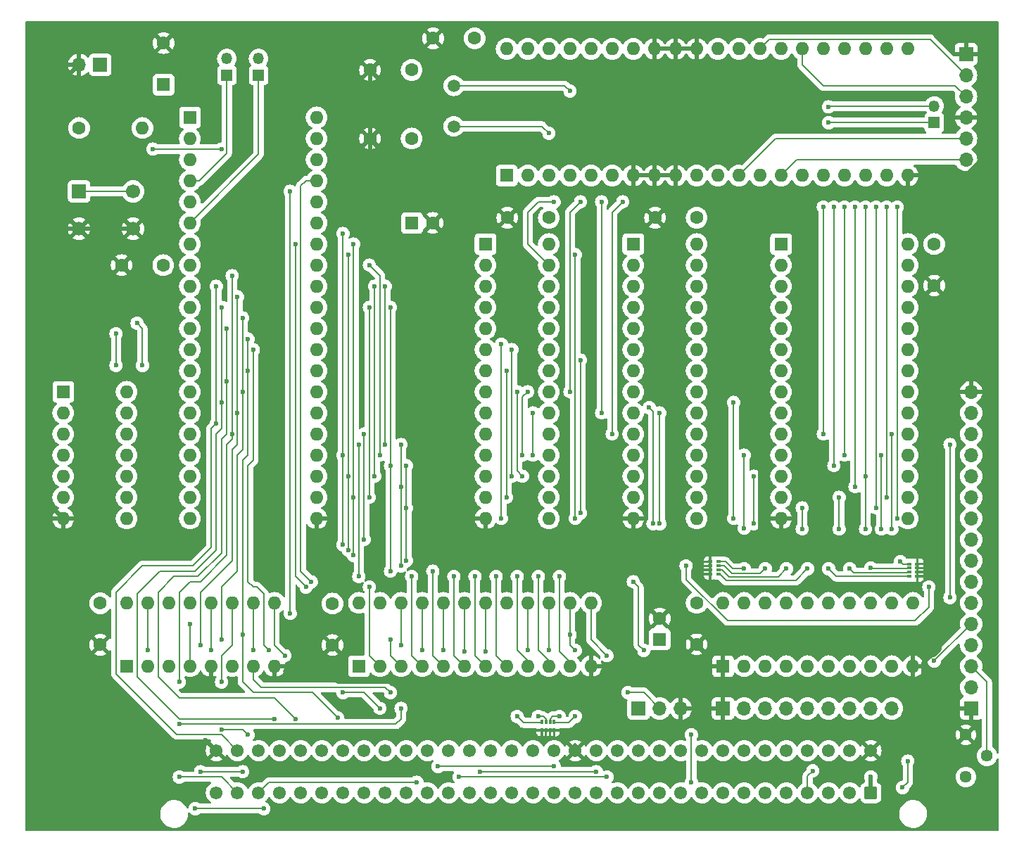
<source format=gbr>
%TF.GenerationSoftware,KiCad,Pcbnew,7.0.11-7.0.11~ubuntu22.04.1*%
%TF.CreationDate,2024-08-26T13:36:22+02:00*%
%TF.ProjectId,pcb01,70636230-312e-46b6-9963-61645f706362,rev?*%
%TF.SameCoordinates,Original*%
%TF.FileFunction,Copper,L2,Bot*%
%TF.FilePolarity,Positive*%
%FSLAX46Y46*%
G04 Gerber Fmt 4.6, Leading zero omitted, Abs format (unit mm)*
G04 Created by KiCad (PCBNEW 7.0.11-7.0.11~ubuntu22.04.1) date 2024-08-26 13:36:22*
%MOMM*%
%LPD*%
G01*
G04 APERTURE LIST*
G04 Aperture macros list*
%AMRoundRect*
0 Rectangle with rounded corners*
0 $1 Rounding radius*
0 $2 $3 $4 $5 $6 $7 $8 $9 X,Y pos of 4 corners*
0 Add a 4 corners polygon primitive as box body*
4,1,4,$2,$3,$4,$5,$6,$7,$8,$9,$2,$3,0*
0 Add four circle primitives for the rounded corners*
1,1,$1+$1,$2,$3*
1,1,$1+$1,$4,$5*
1,1,$1+$1,$6,$7*
1,1,$1+$1,$8,$9*
0 Add four rect primitives between the rounded corners*
20,1,$1+$1,$2,$3,$4,$5,0*
20,1,$1+$1,$4,$5,$6,$7,0*
20,1,$1+$1,$6,$7,$8,$9,0*
20,1,$1+$1,$8,$9,$2,$3,0*%
G04 Aperture macros list end*
%TA.AperFunction,ComponentPad*%
%ADD10C,1.600000*%
%TD*%
%TA.AperFunction,ComponentPad*%
%ADD11R,1.350000X1.350000*%
%TD*%
%TA.AperFunction,ComponentPad*%
%ADD12O,1.350000X1.350000*%
%TD*%
%TA.AperFunction,ComponentPad*%
%ADD13R,1.600000X1.600000*%
%TD*%
%TA.AperFunction,ComponentPad*%
%ADD14O,1.600000X1.600000*%
%TD*%
%TA.AperFunction,ComponentPad*%
%ADD15R,1.700000X1.700000*%
%TD*%
%TA.AperFunction,ComponentPad*%
%ADD16O,1.700000X1.700000*%
%TD*%
%TA.AperFunction,ComponentPad*%
%ADD17C,1.500000*%
%TD*%
%TA.AperFunction,ComponentPad*%
%ADD18C,1.700000*%
%TD*%
%TA.AperFunction,ComponentPad*%
%ADD19RoundRect,0.249999X0.525001X0.525001X-0.525001X0.525001X-0.525001X-0.525001X0.525001X-0.525001X0*%
%TD*%
%TA.AperFunction,ComponentPad*%
%ADD20C,1.550000*%
%TD*%
%TA.AperFunction,ComponentPad*%
%ADD21C,1.440000*%
%TD*%
%TA.AperFunction,SMDPad,CuDef*%
%ADD22R,0.500000X0.320000*%
%TD*%
%TA.AperFunction,SMDPad,CuDef*%
%ADD23R,0.320000X0.500000*%
%TD*%
%TA.AperFunction,ViaPad*%
%ADD24C,0.600000*%
%TD*%
%TA.AperFunction,Conductor*%
%ADD25C,0.200000*%
%TD*%
%TA.AperFunction,Conductor*%
%ADD26C,0.500000*%
%TD*%
G04 APERTURE END LIST*
D10*
%TO.P,C2,1*%
%TO.N,/UART_X1*%
X68580000Y-34290000D03*
%TO.P,C2,2*%
%TO.N,GND*%
X63580000Y-34290000D03*
%TD*%
%TO.P,C5,1*%
%TO.N,VCC*%
X85090000Y-43815000D03*
%TO.P,C5,2*%
%TO.N,GND*%
X80090000Y-43815000D03*
%TD*%
%TO.P,C4,1*%
%TO.N,VCC*%
X38695000Y-49530000D03*
%TO.P,C4,2*%
%TO.N,GND*%
X33695000Y-49530000D03*
%TD*%
D11*
%TO.P,J7,1,Pin_1*%
%TO.N,/~{IRQ}*%
X46355000Y-26670000D03*
D12*
%TO.P,J7,2,Pin_2*%
%TO.N,VCC*%
X46355000Y-24670000D03*
%TD*%
D13*
%TO.P,U2,1,A14*%
%TO.N,/A14*%
X77465000Y-46990000D03*
D14*
%TO.P,U2,2,A12*%
%TO.N,/A12*%
X77465000Y-49530000D03*
%TO.P,U2,3,A7*%
%TO.N,/A7*%
X77465000Y-52070000D03*
%TO.P,U2,4,A6*%
%TO.N,/A6*%
X77465000Y-54610000D03*
%TO.P,U2,5,A5*%
%TO.N,/A5*%
X77465000Y-57150000D03*
%TO.P,U2,6,A4*%
%TO.N,/A4*%
X77465000Y-59690000D03*
%TO.P,U2,7,A3*%
%TO.N,/A3*%
X77465000Y-62230000D03*
%TO.P,U2,8,A2*%
%TO.N,/A2*%
X77465000Y-64770000D03*
%TO.P,U2,9,A1*%
%TO.N,/A1*%
X77465000Y-67310000D03*
%TO.P,U2,10,A0*%
%TO.N,/A0*%
X77465000Y-69850000D03*
%TO.P,U2,11,Q0*%
%TO.N,/D0*%
X77465000Y-72390000D03*
%TO.P,U2,12,Q1*%
%TO.N,/D1*%
X77465000Y-74930000D03*
%TO.P,U2,13,Q2*%
%TO.N,/D2*%
X77465000Y-77470000D03*
%TO.P,U2,14,GND*%
%TO.N,GND*%
X77465000Y-80010000D03*
%TO.P,U2,15,Q3*%
%TO.N,/D3*%
X85085000Y-80010000D03*
%TO.P,U2,16,Q4*%
%TO.N,/D4*%
X85085000Y-77470000D03*
%TO.P,U2,17,Q5*%
%TO.N,/D5*%
X85085000Y-74930000D03*
%TO.P,U2,18,Q6*%
%TO.N,/D6*%
X85085000Y-72390000D03*
%TO.P,U2,19,Q7*%
%TO.N,/D7*%
X85085000Y-69850000D03*
%TO.P,U2,20,~{CS}*%
%TO.N,/~{CS_RAM0}*%
X85085000Y-67310000D03*
%TO.P,U2,21,A10*%
%TO.N,/A10*%
X85085000Y-64770000D03*
%TO.P,U2,22,~{OE}*%
%TO.N,/~{QOE}*%
X85085000Y-62230000D03*
%TO.P,U2,23,A11*%
%TO.N,/A11*%
X85085000Y-59690000D03*
%TO.P,U2,24,A9*%
%TO.N,/A9*%
X85085000Y-57150000D03*
%TO.P,U2,25,A8*%
%TO.N,/A8*%
X85085000Y-54610000D03*
%TO.P,U2,26,A13*%
%TO.N,/A13*%
X85085000Y-52070000D03*
%TO.P,U2,27,~{WE}*%
%TO.N,/~{QWE_RAM}*%
X85085000Y-49530000D03*
%TO.P,U2,28,VCC*%
%TO.N,VCC*%
X85085000Y-46990000D03*
%TD*%
D15*
%TO.P,J11,1,Pin_1*%
%TO.N,GND*%
X106045000Y-102870000D03*
D16*
%TO.P,J11,2,Pin_2*%
%TO.N,/GPIO00_O0*%
X108585000Y-102870000D03*
%TO.P,J11,3,Pin_3*%
%TO.N,/GPIO00_O1*%
X111125000Y-102870000D03*
%TO.P,J11,4,Pin_4*%
%TO.N,/GPIO00_O2*%
X113665000Y-102870000D03*
%TO.P,J11,5,Pin_5*%
%TO.N,/GPIO00_O3*%
X116205000Y-102870000D03*
%TO.P,J11,6,Pin_6*%
%TO.N,/GPIO00_O4*%
X118745000Y-102870000D03*
%TO.P,J11,7,Pin_7*%
%TO.N,/GPIO00_O5*%
X121285000Y-102870000D03*
%TO.P,J11,8,Pin_8*%
%TO.N,/GPIO00_O6*%
X123825000Y-102870000D03*
%TO.P,J11,9,Pin_9*%
%TO.N,/GPIO00_O7*%
X126365000Y-102870000D03*
%TD*%
D10*
%TO.P,C1,1*%
%TO.N,/UART_X2*%
X68580000Y-26035000D03*
%TO.P,C1,2*%
%TO.N,GND*%
X63580000Y-26035000D03*
%TD*%
D15*
%TO.P,J5,1,Pin_1*%
%TO.N,GND*%
X135280000Y-24155000D03*
D16*
%TO.P,J5,2,Pin_2*%
%TO.N,/RX_D1*%
X135280000Y-26695000D03*
%TO.P,J5,3,Pin_3*%
%TO.N,/TX_D1*%
X135280000Y-29235000D03*
%TO.P,J5,4,Pin_4*%
%TO.N,GND*%
X135280000Y-31775000D03*
%TO.P,J5,5,Pin_5*%
%TO.N,/RX_D2*%
X135280000Y-34315000D03*
%TO.P,J5,6,Pin_6*%
%TO.N,/TX_D2*%
X135280000Y-36855000D03*
%TD*%
D11*
%TO.P,J8,1,Pin_1*%
%TO.N,/~{NMI}*%
X50165000Y-26670000D03*
D12*
%TO.P,J8,2,Pin_2*%
%TO.N,VCC*%
X50165000Y-24670000D03*
%TD*%
D13*
%TO.P,X1,1,NC*%
%TO.N,unconnected-(X1-NC-Pad1)*%
X26670000Y-64770000D03*
D14*
%TO.P,X1,2*%
%TO.N,N/C*%
X26670000Y-67310000D03*
%TO.P,X1,3*%
X26670000Y-69850000D03*
%TO.P,X1,4*%
X26670000Y-72390000D03*
%TO.P,X1,5*%
X26670000Y-74930000D03*
%TO.P,X1,6*%
X26670000Y-77470000D03*
%TO.P,X1,7,GND*%
%TO.N,GND*%
X26670000Y-80010000D03*
%TO.P,X1,8,OUT*%
%TO.N,/CLOCK*%
X34290000Y-80010000D03*
%TO.P,X1,9*%
%TO.N,N/C*%
X34290000Y-77470000D03*
%TO.P,X1,10*%
X34290000Y-74930000D03*
%TO.P,X1,11,Vcc*%
%TO.N,VCC*%
X34290000Y-72390000D03*
%TO.P,X1,12*%
%TO.N,N/C*%
X34290000Y-69850000D03*
%TO.P,X1,13*%
X34290000Y-67310000D03*
%TO.P,X1,14,Vcc*%
%TO.N,VCC*%
X34290000Y-64770000D03*
%TD*%
D11*
%TO.P,J6,1,Pin_1*%
%TO.N,Net-(J6-Pin_1)*%
X131445000Y-32385000D03*
D12*
%TO.P,J6,2,Pin_2*%
%TO.N,Net-(J6-Pin_2)*%
X131445000Y-30385000D03*
%TD*%
D15*
%TO.P,J10,1,Pin_1*%
%TO.N,VCC*%
X31115000Y-25400000D03*
D16*
%TO.P,J10,2,Pin_2*%
%TO.N,GND*%
X28575000Y-25400000D03*
%TD*%
D17*
%TO.P,Y1,1,1*%
%TO.N,/UART_X1*%
X73660000Y-32820000D03*
%TO.P,Y1,2,2*%
%TO.N,/UART_X2*%
X73660000Y-27940000D03*
%TD*%
D13*
%TO.P,U3,1,A15*%
%TO.N,VCC*%
X113025000Y-46990000D03*
D14*
%TO.P,U3,2,A12*%
%TO.N,/A12*%
X113025000Y-49530000D03*
%TO.P,U3,3,A7*%
%TO.N,/A7*%
X113025000Y-52070000D03*
%TO.P,U3,4,A6*%
%TO.N,/A6*%
X113025000Y-54610000D03*
%TO.P,U3,5,A5*%
%TO.N,/A5*%
X113025000Y-57150000D03*
%TO.P,U3,6,A4*%
%TO.N,/A4*%
X113025000Y-59690000D03*
%TO.P,U3,7,A3*%
%TO.N,/A3*%
X113025000Y-62230000D03*
%TO.P,U3,8,A2*%
%TO.N,/A2*%
X113025000Y-64770000D03*
%TO.P,U3,9,A1*%
%TO.N,/A1*%
X113025000Y-67310000D03*
%TO.P,U3,10,A0*%
%TO.N,/A0*%
X113025000Y-69850000D03*
%TO.P,U3,11,D0*%
%TO.N,/D0*%
X113025000Y-72390000D03*
%TO.P,U3,12,D1*%
%TO.N,/D1*%
X113025000Y-74930000D03*
%TO.P,U3,13,D2*%
%TO.N,/D2*%
X113025000Y-77470000D03*
%TO.P,U3,14,GND*%
%TO.N,GND*%
X113025000Y-80010000D03*
%TO.P,U3,15,D3*%
%TO.N,/D3*%
X128265000Y-80010000D03*
%TO.P,U3,16,D4*%
%TO.N,/D4*%
X128265000Y-77470000D03*
%TO.P,U3,17,D5*%
%TO.N,/D5*%
X128265000Y-74930000D03*
%TO.P,U3,18,D6*%
%TO.N,/D6*%
X128265000Y-72390000D03*
%TO.P,U3,19,D7*%
%TO.N,/D7*%
X128265000Y-69850000D03*
%TO.P,U3,20,~{CE}*%
%TO.N,/~{CS_ROM}*%
X128265000Y-67310000D03*
%TO.P,U3,21,A10*%
%TO.N,/A10*%
X128265000Y-64770000D03*
%TO.P,U3,22,~{OE}*%
%TO.N,/~{QOE}*%
X128265000Y-62230000D03*
%TO.P,U3,23,A11*%
%TO.N,/A11*%
X128265000Y-59690000D03*
%TO.P,U3,24,A9*%
%TO.N,/A9*%
X128265000Y-57150000D03*
%TO.P,U3,25,A8*%
%TO.N,/A8*%
X128265000Y-54610000D03*
%TO.P,U3,26,A13*%
%TO.N,/A13*%
X128265000Y-52070000D03*
%TO.P,U3,27,A14*%
%TO.N,/A14*%
X128265000Y-49530000D03*
%TO.P,U3,28,VCC*%
%TO.N,VCC*%
X128265000Y-46990000D03*
%TD*%
D13*
%TO.P,U5,1,A0*%
%TO.N,/A4*%
X34290000Y-97790000D03*
D14*
%TO.P,U5,2,A1*%
%TO.N,/A5*%
X36830000Y-97790000D03*
%TO.P,U5,3,A2*%
%TO.N,/A6*%
X39370000Y-97790000D03*
%TO.P,U5,4,E1*%
%TO.N,/~{IO_SEL}*%
X41910000Y-97790000D03*
%TO.P,U5,5,E2*%
%TO.N,GND*%
X44450000Y-97790000D03*
%TO.P,U5,6,E3*%
%TO.N,VCC*%
X46990000Y-97790000D03*
%TO.P,U5,7,O7*%
%TO.N,/~{IOEN_07}*%
X49530000Y-97790000D03*
%TO.P,U5,8,GND*%
%TO.N,GND*%
X52070000Y-97790000D03*
%TO.P,U5,9,O6*%
%TO.N,/~{IOEN_06}*%
X52070000Y-90170000D03*
%TO.P,U5,10,O5*%
%TO.N,/~{IOEN_05}*%
X49530000Y-90170000D03*
%TO.P,U5,11,O4*%
%TO.N,/~{IOEN_04}*%
X46990000Y-90170000D03*
%TO.P,U5,12,O3*%
%TO.N,/~{IOEN_03}*%
X44450000Y-90170000D03*
%TO.P,U5,13,O2*%
%TO.N,/~{IOEN_02_UART}*%
X41910000Y-90170000D03*
%TO.P,U5,14,O1*%
%TO.N,/~{IOEN_01_DISP}*%
X39370000Y-90170000D03*
%TO.P,U5,15,O0*%
%TO.N,/~{IOEN_00_GPIO0}*%
X36830000Y-90170000D03*
%TO.P,U5,16,VCC*%
%TO.N,VCC*%
X34290000Y-90170000D03*
%TD*%
D10*
%TO.P,C9,1*%
%TO.N,VCC*%
X59055000Y-90250000D03*
%TO.P,C9,2*%
%TO.N,GND*%
X59055000Y-95250000D03*
%TD*%
D13*
%TO.P,U7,1,A14*%
%TO.N,/A14*%
X95245000Y-46990000D03*
D14*
%TO.P,U7,2,A12*%
%TO.N,/A12*%
X95245000Y-49530000D03*
%TO.P,U7,3,A7*%
%TO.N,/A7*%
X95245000Y-52070000D03*
%TO.P,U7,4,A6*%
%TO.N,/A6*%
X95245000Y-54610000D03*
%TO.P,U7,5,A5*%
%TO.N,/A5*%
X95245000Y-57150000D03*
%TO.P,U7,6,A4*%
%TO.N,/A4*%
X95245000Y-59690000D03*
%TO.P,U7,7,A3*%
%TO.N,/A3*%
X95245000Y-62230000D03*
%TO.P,U7,8,A2*%
%TO.N,/A2*%
X95245000Y-64770000D03*
%TO.P,U7,9,A1*%
%TO.N,/A1*%
X95245000Y-67310000D03*
%TO.P,U7,10,A0*%
%TO.N,/A0*%
X95245000Y-69850000D03*
%TO.P,U7,11,Q0*%
%TO.N,/D0*%
X95245000Y-72390000D03*
%TO.P,U7,12,Q1*%
%TO.N,/D1*%
X95245000Y-74930000D03*
%TO.P,U7,13,Q2*%
%TO.N,/D2*%
X95245000Y-77470000D03*
%TO.P,U7,14,GND*%
%TO.N,GND*%
X95245000Y-80010000D03*
%TO.P,U7,15,Q3*%
%TO.N,/D3*%
X102865000Y-80010000D03*
%TO.P,U7,16,Q4*%
%TO.N,/D4*%
X102865000Y-77470000D03*
%TO.P,U7,17,Q5*%
%TO.N,/D5*%
X102865000Y-74930000D03*
%TO.P,U7,18,Q6*%
%TO.N,/D6*%
X102865000Y-72390000D03*
%TO.P,U7,19,Q7*%
%TO.N,/D7*%
X102865000Y-69850000D03*
%TO.P,U7,20,~{CS}*%
%TO.N,/~{CS_RAM1}*%
X102865000Y-67310000D03*
%TO.P,U7,21,A10*%
%TO.N,/A10*%
X102865000Y-64770000D03*
%TO.P,U7,22,~{OE}*%
%TO.N,/~{QOE}*%
X102865000Y-62230000D03*
%TO.P,U7,23,A11*%
%TO.N,/A11*%
X102865000Y-59690000D03*
%TO.P,U7,24,A9*%
%TO.N,/A9*%
X102865000Y-57150000D03*
%TO.P,U7,25,A8*%
%TO.N,/A8*%
X102865000Y-54610000D03*
%TO.P,U7,26,A13*%
%TO.N,/A13*%
X102865000Y-52070000D03*
%TO.P,U7,27,~{WE}*%
%TO.N,/~{QWE_RAM}*%
X102865000Y-49530000D03*
%TO.P,U7,28,VCC*%
%TO.N,VCC*%
X102865000Y-46990000D03*
%TD*%
D15*
%TO.P,J4,1,Pin_1*%
%TO.N,GND*%
X135890000Y-102870000D03*
D16*
%TO.P,J4,2,Pin_2*%
%TO.N,VCC*%
X135890000Y-100330000D03*
%TO.P,J4,3,Pin_3*%
%TO.N,/LCD_BIAS*%
X135890000Y-97790000D03*
%TO.P,J4,4,Pin_4*%
%TO.N,/A0*%
X135890000Y-95250000D03*
%TO.P,J4,5,Pin_5*%
%TO.N,/~{QWE_RAM}*%
X135890000Y-92710000D03*
%TO.P,J4,6,Pin_6*%
%TO.N,/DISP_EN*%
X135890000Y-90170000D03*
%TO.P,J4,7,Pin_7*%
%TO.N,/D0*%
X135890000Y-87630000D03*
%TO.P,J4,8,Pin_8*%
%TO.N,/D1*%
X135890000Y-85090000D03*
%TO.P,J4,9,Pin_9*%
%TO.N,/D2*%
X135890000Y-82550000D03*
%TO.P,J4,10,Pin_10*%
%TO.N,/D3*%
X135890000Y-80010000D03*
%TO.P,J4,11,Pin_11*%
%TO.N,/D4*%
X135890000Y-77470000D03*
%TO.P,J4,12,Pin_12*%
%TO.N,/D5*%
X135890000Y-74930000D03*
%TO.P,J4,13,Pin_13*%
%TO.N,/D6*%
X135890000Y-72390000D03*
%TO.P,J4,14,Pin_14*%
%TO.N,/D7*%
X135890000Y-69850000D03*
%TO.P,J4,15,Pin_15*%
%TO.N,VCC*%
X135890000Y-67310000D03*
%TO.P,J4,16,Pin_16*%
%TO.N,GND*%
X135890000Y-64770000D03*
%TD*%
D10*
%TO.P,C7,1*%
%TO.N,VCC*%
X131445000Y-46990000D03*
%TO.P,C7,2*%
%TO.N,GND*%
X131445000Y-51990000D03*
%TD*%
%TO.P,C6,1*%
%TO.N,VCC*%
X102870000Y-43815000D03*
%TO.P,C6,2*%
%TO.N,GND*%
X97870000Y-43815000D03*
%TD*%
D13*
%TO.P,U6,1,OE*%
%TO.N,GND*%
X106045000Y-97790000D03*
D14*
%TO.P,U6,2,D0*%
%TO.N,/D0*%
X108585000Y-97790000D03*
%TO.P,U6,3,D1*%
%TO.N,/D1*%
X111125000Y-97790000D03*
%TO.P,U6,4,D2*%
%TO.N,/D2*%
X113665000Y-97790000D03*
%TO.P,U6,5,D3*%
%TO.N,/D3*%
X116205000Y-97790000D03*
%TO.P,U6,6,D4*%
%TO.N,/D4*%
X118745000Y-97790000D03*
%TO.P,U6,7,D5*%
%TO.N,/D5*%
X121285000Y-97790000D03*
%TO.P,U6,8,D6*%
%TO.N,/D6*%
X123825000Y-97790000D03*
%TO.P,U6,9,D7*%
%TO.N,/D7*%
X126365000Y-97790000D03*
%TO.P,U6,10,GND*%
%TO.N,GND*%
X128905000Y-97790000D03*
%TO.P,U6,11,Cp*%
%TO.N,/~{IOEN_00_GPIO0}*%
X128905000Y-90170000D03*
%TO.P,U6,12,Q7*%
%TO.N,/GPIO00_O7*%
X126365000Y-90170000D03*
%TO.P,U6,13,Q6*%
%TO.N,/GPIO00_O6*%
X123825000Y-90170000D03*
%TO.P,U6,14,Q5*%
%TO.N,/GPIO00_O5*%
X121285000Y-90170000D03*
%TO.P,U6,15,Q4*%
%TO.N,/GPIO00_O4*%
X118745000Y-90170000D03*
%TO.P,U6,16,Q3*%
%TO.N,/GPIO00_O3*%
X116205000Y-90170000D03*
%TO.P,U6,17,Q2*%
%TO.N,/GPIO00_O2*%
X113665000Y-90170000D03*
%TO.P,U6,18,Q1*%
%TO.N,/GPIO00_O1*%
X111125000Y-90170000D03*
%TO.P,U6,19,Q0*%
%TO.N,/GPIO00_O0*%
X108585000Y-90170000D03*
%TO.P,U6,20,VCC*%
%TO.N,VCC*%
X106045000Y-90170000D03*
%TD*%
D15*
%TO.P,J9,1,Pin_1*%
%TO.N,VCC*%
X95885000Y-102870000D03*
D16*
%TO.P,J9,2,Pin_2*%
%TO.N,Net-(J9-Pin_2)*%
X98425000Y-102870000D03*
%TO.P,J9,3,Pin_3*%
%TO.N,GND*%
X100965000Y-102870000D03*
%TD*%
D15*
%TO.P,SW1,1,1*%
%TO.N,Net-(U9-~{PB_RST})*%
X28575000Y-40640000D03*
D18*
X35075000Y-40640000D03*
%TO.P,SW1,2,2*%
%TO.N,GND*%
X28575000Y-45140000D03*
X35075000Y-45140000D03*
%TD*%
D10*
%TO.P,C3,1*%
%TO.N,VCC*%
X76160000Y-22225000D03*
%TO.P,C3,2*%
%TO.N,GND*%
X71160000Y-22225000D03*
%TD*%
D13*
%TO.P,U8,1,~{RES}*%
%TO.N,/~{RES}*%
X80010000Y-38735000D03*
D14*
%TO.P,U8,2*%
%TO.N,N/C*%
X82550000Y-38735000D03*
%TO.P,U8,3,XTAL1*%
%TO.N,/UART_X1*%
X85090000Y-38735000D03*
%TO.P,U8,4,XTAL2*%
%TO.N,/UART_X2*%
X87630000Y-38735000D03*
%TO.P,U8,5,CLK_OUT*%
%TO.N,unconnected-(U8-CLK_OUT-Pad5)*%
X90170000Y-38735000D03*
%TO.P,U8,6*%
%TO.N,N/C*%
X92710000Y-38735000D03*
%TO.P,U8,7,~{DSR2}*%
%TO.N,GND*%
X95250000Y-38735000D03*
%TO.P,U8,8,~{DCD2}*%
X97790000Y-38735000D03*
%TO.P,U8,9,~{CTS2}*%
X100330000Y-38735000D03*
%TO.P,U8,10,~{RTS2}*%
%TO.N,unconnected-(U8-~{RTS2}-Pad10)*%
X102870000Y-38735000D03*
%TO.P,U8,11,~{IRQ2}*%
%TO.N,Net-(J6-Pin_1)*%
X105410000Y-38735000D03*
%TO.P,U8,12,RxD2*%
%TO.N,/RX_D2*%
X107950000Y-38735000D03*
%TO.P,U8,13,~{DTR2}*%
%TO.N,unconnected-(U8-~{DTR2}-Pad13)*%
X110490000Y-38735000D03*
%TO.P,U8,14,TxD2*%
%TO.N,/TX_D2*%
X113030000Y-38735000D03*
%TO.P,U8,15,TxC*%
%TO.N,unconnected-(U8-TxC-Pad15)*%
X115570000Y-38735000D03*
%TO.P,U8,16,D7*%
%TO.N,/D7*%
X118110000Y-38735000D03*
%TO.P,U8,17,D6*%
%TO.N,/D6*%
X120650000Y-38735000D03*
%TO.P,U8,18,D5*%
%TO.N,/D5*%
X123190000Y-38735000D03*
%TO.P,U8,19,D4*%
%TO.N,/D4*%
X125730000Y-38735000D03*
%TO.P,U8,20,VSS*%
%TO.N,GND*%
X128270000Y-38735000D03*
%TO.P,U8,21,D3*%
%TO.N,/D3*%
X128270000Y-23495000D03*
%TO.P,U8,22,D2*%
%TO.N,/D2*%
X125730000Y-23495000D03*
%TO.P,U8,23,D1*%
%TO.N,/D1*%
X123190000Y-23495000D03*
%TO.P,U8,24,D0*%
%TO.N,/D0*%
X120650000Y-23495000D03*
%TO.P,U8,25,RxC*%
%TO.N,unconnected-(U8-RxC-Pad25)*%
X118110000Y-23495000D03*
%TO.P,U8,26,TxD1*%
%TO.N,/TX_D1*%
X115570000Y-23495000D03*
%TO.P,U8,27,~{DTR1}*%
%TO.N,unconnected-(U8-~{DTR1}-Pad27)*%
X113030000Y-23495000D03*
%TO.P,U8,28,RxD1*%
%TO.N,/RX_D1*%
X110490000Y-23495000D03*
%TO.P,U8,29,~{IRQ1}*%
%TO.N,Net-(J6-Pin_2)*%
X107950000Y-23495000D03*
%TO.P,U8,30,~{RTS1}*%
%TO.N,unconnected-(U8-~{RTS1}-Pad30)*%
X105410000Y-23495000D03*
%TO.P,U8,31,~{CTS1}*%
%TO.N,GND*%
X102870000Y-23495000D03*
%TO.P,U8,32,~{DCD1}*%
X100330000Y-23495000D03*
%TO.P,U8,33,~{DSR1}*%
X97790000Y-23495000D03*
%TO.P,U8,34*%
%TO.N,N/C*%
X95250000Y-23495000D03*
%TO.P,U8,35,RS0*%
%TO.N,/A0*%
X92710000Y-23495000D03*
%TO.P,U8,36,RS1*%
%TO.N,/A1*%
X90170000Y-23495000D03*
%TO.P,U8,37,RS2*%
%TO.N,/A2*%
X87630000Y-23495000D03*
%TO.P,U8,38,R/~{W}*%
%TO.N,/~{QWE_RAM}*%
X85090000Y-23495000D03*
%TO.P,U8,39,~{CS}*%
%TO.N,/~{IOEN_02_UART}*%
X82550000Y-23495000D03*
%TO.P,U8,40,VCC*%
%TO.N,VCC*%
X80010000Y-23495000D03*
%TD*%
D13*
%TO.P,U1,1,~{VP}*%
%TO.N,unconnected-(U1-~{VP}-Pad1)*%
X41910000Y-31750000D03*
D14*
%TO.P,U1,2,RDY*%
%TO.N,VCC*%
X41910000Y-34290000D03*
%TO.P,U1,3,\u03D51*%
%TO.N,unconnected-(U1-\u03D51-Pad3)*%
X41910000Y-36830000D03*
%TO.P,U1,4,~{IRQ}*%
%TO.N,/~{IRQ}*%
X41910000Y-39370000D03*
%TO.P,U1,5,~{ML}*%
%TO.N,unconnected-(U1-~{ML}-Pad5)*%
X41910000Y-41910000D03*
%TO.P,U1,6,~{NMI}*%
%TO.N,/~{NMI}*%
X41910000Y-44450000D03*
%TO.P,U1,7,SYNC*%
%TO.N,unconnected-(U1-SYNC-Pad7)*%
X41910000Y-46990000D03*
%TO.P,U1,8,VDD*%
%TO.N,VCC*%
X41910000Y-49530000D03*
%TO.P,U1,9,A0*%
%TO.N,/A0*%
X41910000Y-52070000D03*
%TO.P,U1,10,A1*%
%TO.N,/A1*%
X41910000Y-54610000D03*
%TO.P,U1,11,A2*%
%TO.N,/A2*%
X41910000Y-57150000D03*
%TO.P,U1,12,A3*%
%TO.N,/A3*%
X41910000Y-59690000D03*
%TO.P,U1,13,A4*%
%TO.N,/A4*%
X41910000Y-62230000D03*
%TO.P,U1,14,A5*%
%TO.N,/A5*%
X41910000Y-64770000D03*
%TO.P,U1,15,A6*%
%TO.N,/A6*%
X41910000Y-67310000D03*
%TO.P,U1,16,A7*%
%TO.N,/A7*%
X41910000Y-69850000D03*
%TO.P,U1,17,A8*%
%TO.N,/A8*%
X41910000Y-72390000D03*
%TO.P,U1,18,A9*%
%TO.N,/A9*%
X41910000Y-74930000D03*
%TO.P,U1,19,A10*%
%TO.N,/A10*%
X41910000Y-77470000D03*
%TO.P,U1,20,A11*%
%TO.N,/A11*%
X41910000Y-80010000D03*
%TO.P,U1,21,VSS*%
%TO.N,GND*%
X57150000Y-80010000D03*
%TO.P,U1,22,A12*%
%TO.N,/A12*%
X57150000Y-77470000D03*
%TO.P,U1,23,A13*%
%TO.N,/A13*%
X57150000Y-74930000D03*
%TO.P,U1,24,A14*%
%TO.N,/A14*%
X57150000Y-72390000D03*
%TO.P,U1,25,A15*%
%TO.N,/A15*%
X57150000Y-69850000D03*
%TO.P,U1,26,D7*%
%TO.N,/D7*%
X57150000Y-67310000D03*
%TO.P,U1,27,D6*%
%TO.N,/D6*%
X57150000Y-64770000D03*
%TO.P,U1,28,D5*%
%TO.N,/D5*%
X57150000Y-62230000D03*
%TO.P,U1,29,D4*%
%TO.N,/D4*%
X57150000Y-59690000D03*
%TO.P,U1,30,D3*%
%TO.N,/D3*%
X57150000Y-57150000D03*
%TO.P,U1,31,D2*%
%TO.N,/D2*%
X57150000Y-54610000D03*
%TO.P,U1,32,D1*%
%TO.N,/D1*%
X57150000Y-52070000D03*
%TO.P,U1,33,D0*%
%TO.N,/D0*%
X57150000Y-49530000D03*
%TO.P,U1,34,R/~{W}*%
%TO.N,/R{slash}~{W}*%
X57150000Y-46990000D03*
%TO.P,U1,35,nc*%
%TO.N,unconnected-(U1-nc-Pad35)*%
X57150000Y-44450000D03*
%TO.P,U1,36,BE*%
%TO.N,VCC*%
X57150000Y-41910000D03*
%TO.P,U1,37,\u03D50*%
%TO.N,/SYS_CLK*%
X57150000Y-39370000D03*
%TO.P,U1,38,~{SO}*%
%TO.N,unconnected-(U1-~{SO}-Pad38)*%
X57150000Y-36830000D03*
%TO.P,U1,39,\u03D52*%
%TO.N,unconnected-(U1-\u03D52-Pad39)*%
X57150000Y-34290000D03*
%TO.P,U1,40,~{RES}*%
%TO.N,/~{RES}*%
X57150000Y-31750000D03*
%TD*%
D13*
%TO.P,C11,1*%
%TO.N,VCC*%
X38735000Y-27802651D03*
D10*
%TO.P,C11,2*%
%TO.N,GND*%
X38735000Y-22802651D03*
%TD*%
D13*
%TO.P,U4,1,CLK*%
%TO.N,/CLOCK*%
X62232500Y-97790000D03*
D14*
%TO.P,U4,2,I0*%
%TO.N,/R{slash}~{W}*%
X64772500Y-97790000D03*
%TO.P,U4,3,I1*%
%TO.N,/~{IOEN_01_DISP}*%
X67312500Y-97790000D03*
%TO.P,U4,4,I2*%
%TO.N,/A8*%
X69852500Y-97790000D03*
%TO.P,U4,5,I3*%
%TO.N,/A9*%
X72392500Y-97790000D03*
%TO.P,U4,6,I4*%
%TO.N,/A10*%
X74932500Y-97790000D03*
%TO.P,U4,7,I5*%
%TO.N,/A11*%
X77472500Y-97790000D03*
%TO.P,U4,8,I6*%
%TO.N,/A12*%
X80012500Y-97790000D03*
%TO.P,U4,9,I7*%
%TO.N,/A13*%
X82552500Y-97790000D03*
%TO.P,U4,10,I8*%
%TO.N,/A14*%
X85092500Y-97790000D03*
%TO.P,U4,11,I9*%
%TO.N,/A15*%
X87632500Y-97790000D03*
%TO.P,U4,12,GND*%
%TO.N,GND*%
X90172500Y-97790000D03*
%TO.P,U4,13,~{OE}*%
%TO.N,Net-(J9-Pin_2)*%
X90172500Y-90170000D03*
%TO.P,U4,14,O9*%
%TO.N,/~{CS_ROM}*%
X87632500Y-90170000D03*
%TO.P,U4,15,O8*%
%TO.N,/~{CS_RAM0}*%
X85092500Y-90170000D03*
%TO.P,U4,16,O7*%
%TO.N,/~{CS_RAM1}*%
X82552500Y-90170000D03*
%TO.P,U4,17,O6*%
%TO.N,/~{QOE}*%
X80012500Y-90170000D03*
%TO.P,U4,18,O5*%
%TO.N,/~{QWE_RAM}*%
X77472500Y-90170000D03*
%TO.P,U4,19,O4*%
%TO.N,/SYS_CLK*%
X74932500Y-90170000D03*
%TO.P,U4,20,O3*%
%TO.N,/~{SYS_CLK}*%
X72392500Y-90170000D03*
%TO.P,U4,21,O2*%
%TO.N,/DISP_EN*%
X69852500Y-90170000D03*
%TO.P,U4,22,O1*%
%TO.N,/~{IO_SEL}*%
X67312500Y-90170000D03*
%TO.P,U4,23,O0*%
%TO.N,unconnected-(U4-O0-Pad23)*%
X64772500Y-90170000D03*
%TO.P,U4,24,VCC*%
%TO.N,VCC*%
X62232500Y-90170000D03*
%TD*%
D13*
%TO.P,C12,1*%
%TO.N,VCC*%
X68620000Y-44450000D03*
D10*
%TO.P,C12,2*%
%TO.N,GND*%
X71120000Y-44450000D03*
%TD*%
D13*
%TO.P,C13,1*%
%TO.N,VCC*%
X98425000Y-94550113D03*
D10*
%TO.P,C13,2*%
%TO.N,GND*%
X98425000Y-92050113D03*
%TD*%
D19*
%TO.P,J1,a1,Pin_a1*%
%TO.N,VCC*%
X123825000Y-113030000D03*
D20*
%TO.P,J1,a2,Pin_a2*%
%TO.N,/~{RES}*%
X121285000Y-113030000D03*
%TO.P,J1,a3,Pin_a3*%
%TO.N,/SYS_CLK*%
X118745000Y-113030000D03*
%TO.P,J1,a4,Pin_a4*%
%TO.N,/~{QWE_RAM}*%
X116205000Y-113030000D03*
%TO.P,J1,a5,Pin_a5*%
%TO.N,/~{QOE}*%
X113665000Y-113030000D03*
%TO.P,J1,a6,Pin_a6*%
%TO.N,unconnected-(J1-Pin_a6-Pada6)*%
X111125000Y-113030000D03*
%TO.P,J1,a7,Pin_a7*%
%TO.N,unconnected-(J1-Pin_a7-Pada7)*%
X108585000Y-113030000D03*
%TO.P,J1,a8,Pin_a8*%
%TO.N,unconnected-(J1-Pin_a8-Pada8)*%
X106045000Y-113030000D03*
%TO.P,J1,a9,Pin_a9*%
%TO.N,unconnected-(J1-Pin_a9-Pada9)*%
X103505000Y-113030000D03*
%TO.P,J1,a10,Pin_a10*%
%TO.N,unconnected-(J1-Pin_a10-Pada10)*%
X100965000Y-113030000D03*
%TO.P,J1,a11,Pin_a11*%
%TO.N,unconnected-(J1-Pin_a11-Pada11)*%
X98425000Y-113030000D03*
%TO.P,J1,a12,Pin_a12*%
%TO.N,unconnected-(J1-Pin_a12-Pada12)*%
X95885000Y-113030000D03*
%TO.P,J1,a13,Pin_a13*%
%TO.N,unconnected-(J1-Pin_a13-Pada13)*%
X93345000Y-113030000D03*
%TO.P,J1,a14,Pin_a14*%
%TO.N,unconnected-(J1-Pin_a14-Pada14)*%
X90805000Y-113030000D03*
%TO.P,J1,a15,Pin_a15*%
%TO.N,VCC*%
X88265000Y-113030000D03*
%TO.P,J1,a16,Pin_a16*%
%TO.N,/~{SYS_CLK}*%
X85725000Y-113030000D03*
%TO.P,J1,a17,Pin_a17*%
%TO.N,unconnected-(J1-Pin_a17-Pada17)*%
X83185000Y-113030000D03*
%TO.P,J1,a18,Pin_a18*%
%TO.N,unconnected-(J1-Pin_a18-Pada18)*%
X80645000Y-113030000D03*
%TO.P,J1,a19,Pin_a19*%
%TO.N,unconnected-(J1-Pin_a19-Pada19)*%
X78105000Y-113030000D03*
%TO.P,J1,a20,Pin_a20*%
%TO.N,unconnected-(J1-Pin_a20-Pada20)*%
X75565000Y-113030000D03*
%TO.P,J1,a21,Pin_a21*%
%TO.N,unconnected-(J1-Pin_a21-Pada21)*%
X73025000Y-113030000D03*
%TO.P,J1,a22,Pin_a22*%
%TO.N,unconnected-(J1-Pin_a22-Pada22)*%
X70485000Y-113030000D03*
%TO.P,J1,a23,Pin_a23*%
%TO.N,/~{IO_SEL}*%
X67945000Y-113030000D03*
%TO.P,J1,a24,Pin_a24*%
%TO.N,/~{IOEN_07}*%
X65405000Y-113030000D03*
%TO.P,J1,a25,Pin_a25*%
%TO.N,/~{IOEN_06}*%
X62865000Y-113030000D03*
%TO.P,J1,a26,Pin_a26*%
%TO.N,/~{IOEN_05}*%
X60325000Y-113030000D03*
%TO.P,J1,a27,Pin_a27*%
%TO.N,/~{IOEN_04}*%
X57785000Y-113030000D03*
%TO.P,J1,a28,Pin_a28*%
%TO.N,/~{IOEN_03}*%
X55245000Y-113030000D03*
%TO.P,J1,a29,Pin_a29*%
%TO.N,unconnected-(J1-Pin_a29-Pada29)*%
X52705000Y-113030000D03*
%TO.P,J1,a30,Pin_a30*%
%TO.N,/DISP_EN*%
X50165000Y-113030000D03*
%TO.P,J1,a31,Pin_a31*%
%TO.N,/~{IOEN_00_GPIO0}*%
X47625000Y-113030000D03*
%TO.P,J1,a32,Pin_a32*%
%TO.N,VCC*%
X45085000Y-113030000D03*
%TO.P,J1,c1,Pin_c1*%
%TO.N,GND*%
X123825000Y-107950000D03*
%TO.P,J1,c2,Pin_c2*%
%TO.N,/D7*%
X121285000Y-107950000D03*
%TO.P,J1,c3,Pin_c3*%
%TO.N,/D6*%
X118745000Y-107950000D03*
%TO.P,J1,c4,Pin_c4*%
%TO.N,/D5*%
X116205000Y-107950000D03*
%TO.P,J1,c5,Pin_c5*%
%TO.N,/D4*%
X113665000Y-107950000D03*
%TO.P,J1,c6,Pin_c6*%
%TO.N,/D3*%
X111125000Y-107950000D03*
%TO.P,J1,c7,Pin_c7*%
%TO.N,/D2*%
X108585000Y-107950000D03*
%TO.P,J1,c8,Pin_c8*%
%TO.N,/D1*%
X106045000Y-107950000D03*
%TO.P,J1,c9,Pin_c9*%
%TO.N,/D0*%
X103505000Y-107950000D03*
%TO.P,J1,c10,Pin_c10*%
%TO.N,unconnected-(J1-Pin_c10-Padc10)*%
X100965000Y-107950000D03*
%TO.P,J1,c11,Pin_c11*%
%TO.N,unconnected-(J1-Pin_c11-Padc11)*%
X98425000Y-107950000D03*
%TO.P,J1,c12,Pin_c12*%
%TO.N,unconnected-(J1-Pin_c12-Padc12)*%
X95885000Y-107950000D03*
%TO.P,J1,c13,Pin_c13*%
%TO.N,unconnected-(J1-Pin_c13-Padc13)*%
X93345000Y-107950000D03*
%TO.P,J1,c14,Pin_c14*%
%TO.N,unconnected-(J1-Pin_c14-Padc14)*%
X90805000Y-107950000D03*
%TO.P,J1,c15,Pin_c15*%
%TO.N,GND*%
X88265000Y-107950000D03*
%TO.P,J1,c16,Pin_c16*%
%TO.N,/A15*%
X85725000Y-107950000D03*
%TO.P,J1,c17,Pin_c17*%
%TO.N,/A14*%
X83185000Y-107950000D03*
%TO.P,J1,c18,Pin_c18*%
%TO.N,/A13*%
X80645000Y-107950000D03*
%TO.P,J1,c19,Pin_c19*%
%TO.N,/A12*%
X78105000Y-107950000D03*
%TO.P,J1,c20,Pin_c20*%
%TO.N,/A11*%
X75565000Y-107950000D03*
%TO.P,J1,c21,Pin_c21*%
%TO.N,/A10*%
X73025000Y-107950000D03*
%TO.P,J1,c22,Pin_c22*%
%TO.N,/A9*%
X70485000Y-107950000D03*
%TO.P,J1,c23,Pin_c23*%
%TO.N,/A8*%
X67945000Y-107950000D03*
%TO.P,J1,c24,Pin_c24*%
%TO.N,/A7*%
X65405000Y-107950000D03*
%TO.P,J1,c25,Pin_c25*%
%TO.N,/A6*%
X62865000Y-107950000D03*
%TO.P,J1,c26,Pin_c26*%
%TO.N,/A5*%
X60325000Y-107950000D03*
%TO.P,J1,c27,Pin_c27*%
%TO.N,/A4*%
X57785000Y-107950000D03*
%TO.P,J1,c28,Pin_c28*%
%TO.N,/A3*%
X55245000Y-107950000D03*
%TO.P,J1,c29,Pin_c29*%
%TO.N,/A2*%
X52705000Y-107950000D03*
%TO.P,J1,c30,Pin_c30*%
%TO.N,/A1*%
X50165000Y-107950000D03*
%TO.P,J1,c31,Pin_c31*%
%TO.N,/A0*%
X47625000Y-107950000D03*
%TO.P,J1,c32,Pin_c32*%
%TO.N,GND*%
X45085000Y-107950000D03*
%TD*%
D10*
%TO.P,C10,1*%
%TO.N,VCC*%
X31115000Y-90210000D03*
%TO.P,C10,2*%
%TO.N,GND*%
X31115000Y-95210000D03*
%TD*%
D21*
%TO.P,RV1,1,1*%
%TO.N,VCC*%
X135255000Y-111125000D03*
%TO.P,RV1,2,2*%
%TO.N,/LCD_BIAS*%
X137795000Y-108585000D03*
%TO.P,RV1,3,3*%
%TO.N,GND*%
X135255000Y-106045000D03*
%TD*%
D10*
%TO.P,R1,1*%
%TO.N,Net-(U9-~{PB_RST})*%
X28575000Y-33020000D03*
D14*
%TO.P,R1,2*%
%TO.N,VCC*%
X36195000Y-33020000D03*
%TD*%
D10*
%TO.P,C8,1*%
%TO.N,VCC*%
X102870000Y-90170000D03*
%TO.P,C8,2*%
%TO.N,GND*%
X102870000Y-95170000D03*
%TD*%
D22*
%TO.P,RN2,8,R1.2*%
%TO.N,GND*%
X129413000Y-86983000D03*
%TO.P,RN2,7,R2.2*%
X129413000Y-86483000D03*
%TO.P,RN2,6,R3.2*%
X129413000Y-85983000D03*
%TO.P,RN2,5,R4.2*%
X129413000Y-85483000D03*
%TO.P,RN2,4,R4.1*%
%TO.N,Net-(D5-K)*%
X128413000Y-85483000D03*
%TO.P,RN2,3,R3.1*%
%TO.N,Net-(D6-K)*%
X128413000Y-85983000D03*
%TO.P,RN2,2,R2.1*%
%TO.N,Net-(D7-K)*%
X128413000Y-86483000D03*
%TO.P,RN2,1,R1.1*%
%TO.N,Net-(D8-K)*%
X128413000Y-86983000D03*
%TD*%
%TO.P,RN1,1,R1.1*%
%TO.N,Net-(D4-K)*%
X105463500Y-85225000D03*
%TO.P,RN1,2,R2.1*%
%TO.N,Net-(D3-K)*%
X105463500Y-85725000D03*
%TO.P,RN1,3,R3.1*%
%TO.N,Net-(D2-K)*%
X105463500Y-86225000D03*
%TO.P,RN1,4,R4.1*%
%TO.N,Net-(D1-K)*%
X105463500Y-86725000D03*
%TO.P,RN1,5,R4.2*%
%TO.N,GND*%
X104463500Y-86725000D03*
%TO.P,RN1,6,R3.2*%
X104463500Y-86225000D03*
%TO.P,RN1,7,R2.2*%
X104463500Y-85725000D03*
%TO.P,RN1,8,R1.2*%
X104463500Y-85225000D03*
%TD*%
D23*
%TO.P,RN3,1,R1.1*%
%TO.N,Net-(D12-K)*%
X84225000Y-104475000D03*
%TO.P,RN3,2,R2.1*%
%TO.N,Net-(D11-K)*%
X84725000Y-104475000D03*
%TO.P,RN3,3,R3.1*%
%TO.N,Net-(D10-K)*%
X85225000Y-104475000D03*
%TO.P,RN3,4,R4.1*%
%TO.N,Net-(D9-K)*%
X85725000Y-104475000D03*
%TO.P,RN3,5,R4.2*%
%TO.N,GND*%
X85725000Y-105475000D03*
%TO.P,RN3,6,R3.2*%
X85225000Y-105475000D03*
%TO.P,RN3,7,R2.2*%
X84725000Y-105475000D03*
%TO.P,RN3,8,R1.2*%
X84225000Y-105475000D03*
%TD*%
D24*
%TO.N,/~{IOEN_02_UART}*%
X53975000Y-91440000D03*
X53975000Y-40640000D03*
%TO.N,GND*%
X70231000Y-80010000D03*
X70231000Y-81280000D03*
X68961000Y-81280000D03*
X68961000Y-80010000D03*
X69596000Y-80645000D03*
X65151000Y-80010000D03*
X65151000Y-81280000D03*
X63881000Y-81280000D03*
X63881000Y-80010000D03*
X64516000Y-80645000D03*
X57785000Y-82042000D03*
X57785000Y-83312000D03*
X56515000Y-83312000D03*
X56515000Y-82042000D03*
X57150000Y-82677000D03*
X59182000Y-80010000D03*
X59182000Y-81407000D03*
X42164000Y-82042000D03*
X42164000Y-83312000D03*
X40894000Y-82042000D03*
X41529000Y-82677000D03*
X40894000Y-83312000D03*
%TO.N,/A14*%
X60325000Y-83185000D03*
%TO.N,/A9*%
X66040000Y-86360000D03*
%TO.N,/A10*%
X67310000Y-85725000D03*
%TO.N,/A15*%
X62865000Y-69850000D03*
X62865000Y-82550000D03*
%TO.N,/A8*%
X62230000Y-86995000D03*
X62230000Y-71120000D03*
%TO.N,/A11*%
X67945000Y-85090000D03*
%TO.N,/A12*%
X61595000Y-84455000D03*
%TO.N,/A13*%
X60960000Y-83820000D03*
%TO.N,VCC*%
X123825000Y-111125000D03*
%TO.N,/A0*%
X133350000Y-89535000D03*
X93980000Y-41910000D03*
X45085000Y-52070000D03*
X45085000Y-68580000D03*
X92710000Y-69850000D03*
X133350000Y-71120000D03*
%TO.N,/A1*%
X45720000Y-54610000D03*
X91440000Y-41910000D03*
X45720000Y-66040000D03*
X91440000Y-67310000D03*
X52070000Y-104140000D03*
%TO.N,/A2*%
X87630000Y-64770000D03*
X46355000Y-63500000D03*
X54610000Y-104140000D03*
X46355000Y-57150000D03*
X88900000Y-41910000D03*
%TO.N,/A3*%
X49532500Y-59690000D03*
X51435000Y-95885000D03*
%TO.N,/A4*%
X59690000Y-104013000D03*
X48895000Y-58420000D03*
X48895000Y-62230000D03*
X48260000Y-93980000D03*
%TO.N,/A5*%
X45720000Y-94615000D03*
X48260000Y-64770000D03*
X48260000Y-55880000D03*
%TO.N,/A6*%
X43180000Y-95250000D03*
X47625000Y-67310000D03*
X64770000Y-102870000D03*
X60325000Y-100965000D03*
X47625000Y-53340000D03*
%TO.N,/A7*%
X46990000Y-69850000D03*
X40640000Y-104775000D03*
X46990000Y-50800000D03*
X67310000Y-102870000D03*
X40640000Y-99695000D03*
%TO.N,/A8*%
X68582500Y-86995000D03*
X65405000Y-71120000D03*
X65405000Y-52070000D03*
%TO.N,/A9*%
X66040000Y-73660000D03*
X71122500Y-86360000D03*
X66040000Y-54610000D03*
%TO.N,/A10*%
X73662500Y-86995000D03*
X82550000Y-64770000D03*
X67310000Y-76200000D03*
X67310000Y-71120000D03*
X81915000Y-72390000D03*
%TO.N,/A11*%
X67945000Y-78740000D03*
X80645000Y-59690000D03*
X76202500Y-86995000D03*
X80645000Y-74930000D03*
X67945000Y-73660000D03*
%TO.N,GND*%
X43815000Y-106680000D03*
X27305000Y-59055000D03*
%TO.N,/A12*%
X61595000Y-46990000D03*
X61595000Y-77470000D03*
X78742500Y-86995000D03*
%TO.N,/A13*%
X60960000Y-74930000D03*
X81282500Y-86995000D03*
X60960000Y-48260000D03*
%TO.N,/A14*%
X60325000Y-45720000D03*
X83822500Y-86995000D03*
X60325000Y-72390000D03*
%TO.N,/D7*%
X126365000Y-69850000D03*
X126365000Y-81280000D03*
X118110000Y-42545000D03*
X118110000Y-69850000D03*
%TO.N,/D6*%
X120650000Y-72390000D03*
X83185000Y-67310000D03*
X125095000Y-72390000D03*
X125095000Y-81280000D03*
X83185000Y-72390000D03*
X120650000Y-42545000D03*
%TO.N,/D5*%
X81915000Y-74930000D03*
X123190000Y-42545000D03*
X123190000Y-81280000D03*
X123190000Y-74930000D03*
X81280000Y-64770000D03*
%TO.N,/D4*%
X80010000Y-77470000D03*
X80010000Y-62230000D03*
X125730000Y-42545000D03*
X125730000Y-77470000D03*
X120015000Y-77470000D03*
X120015000Y-81280000D03*
%TO.N,/D3*%
X79375000Y-80010000D03*
X127000000Y-80010000D03*
X79375000Y-59055000D03*
X127000000Y-42545000D03*
%TO.N,/D2*%
X115570000Y-78740000D03*
X115570000Y-81280000D03*
X124460000Y-42545000D03*
X63500000Y-54610000D03*
X63500000Y-77470000D03*
X124460000Y-78740000D03*
%TO.N,/D1*%
X109740000Y-80645000D03*
X121920000Y-76200000D03*
X109740000Y-74930000D03*
X64135000Y-74930000D03*
X121920000Y-42545000D03*
X64135000Y-52070000D03*
%TO.N,/D0*%
X108585000Y-72390000D03*
X64770000Y-72390000D03*
X63500000Y-49530000D03*
X119380000Y-73660000D03*
X108585000Y-81165000D03*
X119380000Y-42545000D03*
%TO.N,/R{slash}~{W}*%
X54612500Y-46990000D03*
X55880000Y-88265000D03*
X63500000Y-88265000D03*
%TO.N,/CLOCK*%
X36195000Y-61595000D03*
X35560000Y-56515000D03*
%TO.N,/SYS_CLK*%
X74295000Y-111125000D03*
X74930000Y-96000000D03*
X56515000Y-87630000D03*
X92075000Y-111125000D03*
%TO.N,/~{RES}*%
X37465000Y-35560000D03*
X33020000Y-57785000D03*
X33020000Y-61595000D03*
X50800000Y-114935000D03*
X42545000Y-114935000D03*
X45720000Y-35560000D03*
%TO.N,/~{CS_RAM0}*%
X97627497Y-80645000D03*
X85090000Y-95885000D03*
X97157500Y-66675000D03*
%TO.N,/~{QOE}*%
X102235000Y-111760000D03*
X88900000Y-60960000D03*
X96520000Y-95885000D03*
X88900000Y-79375000D03*
X95250000Y-87630000D03*
X102235000Y-106045000D03*
%TO.N,/~{QWE_RAM}*%
X76835000Y-110490000D03*
X88267500Y-48260000D03*
X90805000Y-110490000D03*
X131445000Y-97155000D03*
X116840000Y-110375000D03*
X85725000Y-41910000D03*
X77470000Y-96000000D03*
X88267500Y-80010000D03*
%TO.N,/~{CS_RAM1}*%
X98427500Y-80645000D03*
X82550000Y-95885000D03*
X98427500Y-67310000D03*
%TO.N,/~{CS_ROM}*%
X88265000Y-95885000D03*
X87632500Y-93980000D03*
X107317500Y-66040000D03*
X107317500Y-80010000D03*
%TO.N,/~{IO_SEL}*%
X67310000Y-95250000D03*
X41912500Y-92710000D03*
%TO.N,/~{SYS_CLK}*%
X71755000Y-109855000D03*
X85725000Y-109855000D03*
X72390000Y-95885000D03*
%TO.N,/DISP_EN*%
X69215000Y-111760000D03*
X101600000Y-85725000D03*
X130810000Y-88265000D03*
X69850000Y-95885000D03*
%TO.N,/~{IOEN_00_GPIO0}*%
X127635000Y-112395000D03*
X128270000Y-109220000D03*
X40640000Y-111125000D03*
X36830000Y-95885000D03*
%TO.N,/~{IOEN_01_DISP}*%
X66040000Y-94615000D03*
%TO.N,/UART_X1*%
X85090000Y-33655000D03*
%TO.N,/UART_X2*%
X87630000Y-28575000D03*
%TO.N,Net-(J6-Pin_1)*%
X118745000Y-32385000D03*
%TO.N,Net-(J6-Pin_2)*%
X118745000Y-30480000D03*
%TO.N,/~{IOEN_03}*%
X44450000Y-95885000D03*
X43180000Y-110490000D03*
X48260000Y-110490000D03*
%TO.N,/~{IOEN_04}*%
X48895000Y-106045000D03*
X45720000Y-99695000D03*
X45720000Y-105410000D03*
%TO.N,/~{IOEN_05}*%
X49530000Y-95885000D03*
%TO.N,/~{IOEN_06}*%
X53340000Y-96520000D03*
%TO.N,/~{IOEN_07}*%
X66040000Y-100965000D03*
%TO.N,/A15*%
X86362500Y-86995000D03*
%TO.N,Net-(D4-K)*%
X108585000Y-86065000D03*
%TO.N,Net-(J9-Pin_2)*%
X92075000Y-96520000D03*
X94615000Y-100965000D03*
%TO.N,Net-(D3-K)*%
X111125000Y-86065000D03*
%TO.N,Net-(D2-K)*%
X113665000Y-86065000D03*
%TO.N,Net-(D1-K)*%
X116205000Y-86065000D03*
%TO.N,Net-(D8-K)*%
X118745000Y-86065000D03*
%TO.N,Net-(D7-K)*%
X121285000Y-86065000D03*
%TO.N,Net-(D6-K)*%
X123825000Y-85979000D03*
%TO.N,Net-(D5-K)*%
X127381000Y-85217000D03*
%TO.N,Net-(D12-K)*%
X81280000Y-103840000D03*
%TO.N,Net-(D11-K)*%
X83820000Y-103840000D03*
%TO.N,Net-(D10-K)*%
X86360000Y-103840000D03*
%TO.N,Net-(D9-K)*%
X88265000Y-103840000D03*
%TD*%
D25*
%TO.N,/~{IOEN_02_UART}*%
X53975000Y-91440000D02*
X53975000Y-40640000D01*
D26*
%TO.N,GND*%
X59182000Y-80010000D02*
X59055000Y-80645000D01*
X59182000Y-81407000D02*
X59055000Y-81915000D01*
X26670000Y-104140000D02*
X26670000Y-82677000D01*
X26670000Y-82677000D02*
X26670000Y-81915000D01*
X41529000Y-82677000D02*
X26670000Y-82677000D01*
X75184000Y-81661000D02*
X75247500Y-81597500D01*
X59055000Y-81280000D02*
X59182000Y-81407000D01*
X59055000Y-80645000D02*
X59055000Y-81280000D01*
X75247500Y-81597500D02*
X76835000Y-83185000D01*
X73660000Y-80010000D02*
X75247500Y-81597500D01*
D25*
%TO.N,/A9*%
X66040000Y-73660000D02*
X66040000Y-86360000D01*
X66040000Y-73660000D02*
X66040000Y-54610000D01*
%TO.N,/A14*%
X60325000Y-72390000D02*
X60325000Y-83185000D01*
%TO.N,/A10*%
X67310000Y-76200000D02*
X67310000Y-85725000D01*
%TO.N,/A15*%
X62865000Y-69850000D02*
X62865000Y-82550000D01*
%TO.N,/A8*%
X62230000Y-71120000D02*
X62230000Y-86995000D01*
%TO.N,/A11*%
X67945000Y-78740000D02*
X67945000Y-85090000D01*
%TO.N,/A12*%
X61595000Y-77470000D02*
X61595000Y-84455000D01*
%TO.N,/A13*%
X60960000Y-74930000D02*
X60960000Y-83820000D01*
D26*
%TO.N,GND*%
X110490000Y-83185000D02*
X129921000Y-83185000D01*
X132080000Y-85344000D02*
X132080000Y-95742182D01*
X129921000Y-83185000D02*
X132080000Y-85344000D01*
X132080000Y-95742182D02*
X131417182Y-96405000D01*
X131417182Y-96405000D02*
X131134339Y-96405000D01*
X131134339Y-96405000D02*
X130175000Y-97364339D01*
X130175000Y-97364339D02*
X130175000Y-99695000D01*
%TO.N,VCC*%
X123825000Y-111125000D02*
X123825000Y-113030000D01*
D25*
%TO.N,/A0*%
X33020000Y-88900000D02*
X36195000Y-85725000D01*
X133350000Y-89535000D02*
X133350000Y-71120000D01*
X36195000Y-85725000D02*
X42227500Y-85725000D01*
X40347500Y-106045000D02*
X33020000Y-98717500D01*
X45720000Y-106045000D02*
X40347500Y-106045000D01*
X93980000Y-41910000D02*
X92710000Y-43180000D01*
X44452500Y-83500000D02*
X44452500Y-69212500D01*
X33020000Y-98717500D02*
X33020000Y-88900000D01*
X44452500Y-69212500D02*
X45085000Y-68580000D01*
X47625000Y-107950000D02*
X45720000Y-106045000D01*
X92710000Y-43180000D02*
X92710000Y-69850000D01*
X45085000Y-52070000D02*
X45085000Y-68580000D01*
X42227500Y-85725000D02*
X44452500Y-83500000D01*
%TO.N,/A1*%
X42545000Y-86360000D02*
X45087500Y-83817500D01*
X35560000Y-89075933D02*
X38275933Y-86360000D01*
X91440000Y-41910000D02*
X91440000Y-67310000D01*
X45720000Y-69217500D02*
X45720000Y-66040000D01*
X38275933Y-86360000D02*
X42545000Y-86360000D01*
X40640000Y-104140000D02*
X35560000Y-99060000D01*
X52070000Y-104140000D02*
X40640000Y-104140000D01*
X35560000Y-99060000D02*
X35560000Y-89075933D01*
X45087500Y-83817500D02*
X45087500Y-69850000D01*
X45087500Y-69850000D02*
X45720000Y-69217500D01*
X45720000Y-54610000D02*
X45720000Y-66040000D01*
%TO.N,/A2*%
X52070000Y-101600000D02*
X40640000Y-101600000D01*
X88900000Y-41910000D02*
X87630000Y-43180000D01*
X40005000Y-86995000D02*
X42862500Y-86995000D01*
X46355000Y-57150000D02*
X46355000Y-63500000D01*
X38100000Y-99060000D02*
X38100000Y-88900000D01*
X42862500Y-86995000D02*
X45722500Y-84135000D01*
X87630000Y-43180000D02*
X87630000Y-64770000D01*
X45722500Y-70485000D02*
X46355000Y-69852500D01*
X54610000Y-104140000D02*
X52070000Y-101600000D01*
X46355000Y-69852500D02*
X46355000Y-63500000D01*
X40640000Y-101600000D02*
X38100000Y-99060000D01*
X45722500Y-84135000D02*
X45722500Y-70485000D01*
X38100000Y-88900000D02*
X40005000Y-86995000D01*
%TO.N,/A3*%
X49953971Y-88265000D02*
X49530000Y-88265000D01*
X48897500Y-73660000D02*
X49532500Y-73025000D01*
X49530000Y-88265000D02*
X48897500Y-87632500D01*
X50800000Y-95250000D02*
X50800000Y-89111029D01*
X50800000Y-89111029D02*
X49953971Y-88265000D01*
X51435000Y-95885000D02*
X50800000Y-95250000D01*
X49532500Y-73025000D02*
X49532500Y-59690000D01*
X48897500Y-87632500D02*
X48897500Y-73660000D01*
%TO.N,/A4*%
X48895000Y-72390000D02*
X48895000Y-62230000D01*
X49530000Y-100965000D02*
X48260000Y-99695000D01*
X59690000Y-104013000D02*
X56642000Y-100965000D01*
X56642000Y-100965000D02*
X49530000Y-100965000D01*
X48260000Y-99695000D02*
X48260000Y-93980000D01*
X48260000Y-73025000D02*
X48895000Y-72390000D01*
X48895000Y-62230000D02*
X48895000Y-58420000D01*
X48260000Y-93980000D02*
X48260000Y-73025000D01*
%TO.N,/A5*%
X48260000Y-71757500D02*
X48260000Y-64770000D01*
X47627500Y-86357500D02*
X47627500Y-72390000D01*
X47627500Y-72390000D02*
X48260000Y-71757500D01*
X45720000Y-94615000D02*
X45720000Y-88265000D01*
X48260000Y-64770000D02*
X48260000Y-55880000D01*
X45720000Y-88265000D02*
X47627500Y-86357500D01*
%TO.N,/A6*%
X46992500Y-85090000D02*
X46992500Y-71755000D01*
X43180000Y-88900000D02*
X46990000Y-85090000D01*
X47625000Y-71122500D02*
X47625000Y-67310000D01*
X46992500Y-71755000D02*
X47625000Y-71122500D01*
X43180000Y-95250000D02*
X43180000Y-88900000D01*
X47625000Y-67310000D02*
X47625000Y-53340000D01*
X62865000Y-100965000D02*
X60325000Y-100965000D01*
X46990000Y-85090000D02*
X46992500Y-85090000D01*
X64770000Y-102870000D02*
X62865000Y-100965000D01*
%TO.N,/A7*%
X67310000Y-104140000D02*
X67310000Y-102870000D01*
X40640000Y-88900000D02*
X41910000Y-87630000D01*
X46990000Y-69850000D02*
X46990000Y-50800000D01*
X43182500Y-87630000D02*
X46357500Y-84455000D01*
X46990000Y-70487500D02*
X46990000Y-69850000D01*
X66675000Y-104775000D02*
X67310000Y-104140000D01*
X41910000Y-87630000D02*
X43182500Y-87630000D01*
X40640000Y-104775000D02*
X66675000Y-104775000D01*
X40640000Y-99695000D02*
X40640000Y-88900000D01*
X46357500Y-84455000D02*
X46357500Y-71120000D01*
X46357500Y-71120000D02*
X46990000Y-70487500D01*
%TO.N,/A8*%
X68582500Y-86995000D02*
X68582500Y-96520000D01*
X65405000Y-71120000D02*
X65405000Y-52070000D01*
X68582500Y-96520000D02*
X69852500Y-97790000D01*
%TO.N,/A9*%
X71122500Y-86360000D02*
X71122500Y-96520000D01*
X71122500Y-96520000D02*
X72392500Y-97790000D01*
%TO.N,/A10*%
X73662500Y-86995000D02*
X73662500Y-96520000D01*
X73662500Y-96520000D02*
X74932500Y-97790000D01*
X81915000Y-65405000D02*
X81915000Y-72390000D01*
X67310000Y-71120000D02*
X67310000Y-76200000D01*
X82550000Y-64770000D02*
X81915000Y-65405000D01*
%TO.N,/A11*%
X76202500Y-86995000D02*
X76202500Y-96520000D01*
X80645000Y-59690000D02*
X80645000Y-74930000D01*
X67945000Y-73660000D02*
X67945000Y-78740000D01*
X76202500Y-96520000D02*
X77472500Y-97790000D01*
D26*
%TO.N,GND*%
X137160000Y-36813478D02*
X137160000Y-24130000D01*
X92075000Y-99695000D02*
X130175000Y-99695000D01*
X63580000Y-34290000D02*
X63580000Y-38100000D01*
X28575000Y-45140000D02*
X35075000Y-45140000D01*
X63580000Y-38100000D02*
X63580000Y-38180000D01*
X57265000Y-94500000D02*
X55880000Y-95885000D01*
X130175000Y-105410000D02*
X127635000Y-107950000D01*
X27305000Y-59055000D02*
X24765000Y-59055000D01*
X110490000Y-40640000D02*
X132080000Y-40640000D01*
X130175000Y-99695000D02*
X130175000Y-105410000D01*
X43815000Y-106680000D02*
X45085000Y-107950000D01*
D25*
X85725000Y-105475000D02*
X85225000Y-105475000D01*
D26*
X127635000Y-107950000D02*
X126365000Y-107950000D01*
X90170000Y-83185000D02*
X100330000Y-83185000D01*
X41910000Y-108585000D02*
X31115000Y-108585000D01*
X24765000Y-77470000D02*
X24765000Y-59055000D01*
X90170000Y-40640000D02*
X90170000Y-83185000D01*
X133333478Y-40640000D02*
X137160000Y-36813478D01*
X93345000Y-101600000D02*
X89535000Y-105410000D01*
X24765000Y-78105000D02*
X24765000Y-77470000D01*
X24765000Y-46990000D02*
X24765000Y-29210000D01*
X59055000Y-81915000D02*
X59055000Y-86995000D01*
X66040000Y-40640000D02*
X73660000Y-40640000D01*
X97790000Y-38735000D02*
X97790000Y-40640000D01*
X73660000Y-40640000D02*
X80010000Y-40640000D01*
X132080000Y-40640000D02*
X133333478Y-40640000D01*
X95250000Y-38735000D02*
X95250000Y-40640000D01*
X31115000Y-108585000D02*
X26670000Y-104140000D01*
X110490000Y-40640000D02*
X110490000Y-83185000D01*
X59055000Y-80010000D02*
X59055000Y-42625000D01*
X57265000Y-88785000D02*
X57265000Y-94500000D01*
X63580000Y-34290000D02*
X63580000Y-26035000D01*
X76835000Y-83185000D02*
X88900000Y-83185000D01*
X59055000Y-42625000D02*
X63580000Y-38100000D01*
X24765000Y-59055000D02*
X24765000Y-46990000D01*
X57150000Y-80010000D02*
X59055000Y-80010000D01*
X24765000Y-46990000D02*
X26615000Y-45140000D01*
X59055000Y-80010000D02*
X59182000Y-80010000D01*
X24765000Y-29210000D02*
X28575000Y-25400000D01*
X63580000Y-38180000D02*
X66040000Y-40640000D01*
X26670000Y-80010000D02*
X26670000Y-81915000D01*
X97790000Y-40640000D02*
X100330000Y-40640000D01*
X73660000Y-40640000D02*
X73660000Y-80010000D01*
X100330000Y-83185000D02*
X110490000Y-83185000D01*
X92075000Y-99695000D02*
X93345000Y-99695000D01*
X93345000Y-99695000D02*
X93345000Y-101600000D01*
X80010000Y-40640000D02*
X90170000Y-40640000D01*
X59055000Y-86995000D02*
X57265000Y-88785000D01*
X80090000Y-40720000D02*
X80010000Y-40640000D01*
X92075000Y-99692500D02*
X92075000Y-99695000D01*
X26615000Y-45140000D02*
X28575000Y-45140000D01*
X100330000Y-38735000D02*
X100330000Y-40640000D01*
X88900000Y-83185000D02*
X90170000Y-83185000D01*
X100330000Y-40640000D02*
X110490000Y-40640000D01*
X100330000Y-40640000D02*
X100330000Y-83185000D01*
X92075000Y-99695000D02*
X59690000Y-99695000D01*
X55880000Y-95885000D02*
X53340000Y-98425000D01*
X26670000Y-80010000D02*
X24765000Y-78105000D01*
X90170000Y-40640000D02*
X95250000Y-40640000D01*
X43815000Y-106680000D02*
X41910000Y-108585000D01*
X88265000Y-107315000D02*
X88265000Y-107950000D01*
X89535000Y-105410000D02*
X88265000Y-105410000D01*
X59690000Y-99695000D02*
X55880000Y-95885000D01*
X95250000Y-40640000D02*
X97790000Y-40640000D01*
D25*
%TO.N,/A12*%
X78742500Y-96520000D02*
X80012500Y-97790000D01*
X78742500Y-86995000D02*
X78742500Y-96520000D01*
X61595000Y-77470000D02*
X61595000Y-46990000D01*
%TO.N,/A13*%
X60960000Y-74930000D02*
X60960000Y-48260000D01*
X82552500Y-97157500D02*
X82552500Y-97790000D01*
X81282500Y-86995000D02*
X81282500Y-95887500D01*
X81282500Y-95887500D02*
X82552500Y-97157500D01*
%TO.N,/A14*%
X60325000Y-72390000D02*
X60325000Y-45720000D01*
X83822500Y-86995000D02*
X83822500Y-95887500D01*
X83822500Y-95887500D02*
X85092500Y-97157500D01*
X85092500Y-97157500D02*
X85092500Y-97790000D01*
%TO.N,/D7*%
X126365000Y-81280000D02*
X126365000Y-69850000D01*
X118110000Y-42545000D02*
X118110000Y-69850000D01*
%TO.N,/D6*%
X125095000Y-81280000D02*
X125095000Y-72390000D01*
X83185000Y-72390000D02*
X83185000Y-67310000D01*
X120650000Y-42545000D02*
X120650000Y-72390000D01*
%TO.N,/D5*%
X81280000Y-64770000D02*
X81280000Y-74295000D01*
X123190000Y-42545000D02*
X123190000Y-74930000D01*
X81280000Y-74295000D02*
X81915000Y-74930000D01*
X123190000Y-81280000D02*
X123190000Y-74930000D01*
%TO.N,/D4*%
X80010000Y-77470000D02*
X80010000Y-62230000D01*
X125730000Y-42545000D02*
X125730000Y-77470000D01*
X120015000Y-81280000D02*
X120015000Y-77470000D01*
%TO.N,/D3*%
X79375000Y-80010000D02*
X79375000Y-59055000D01*
X127000000Y-42545000D02*
X127000000Y-80010000D01*
%TO.N,/D2*%
X63500000Y-77470000D02*
X63500000Y-54610000D01*
X115570000Y-78740000D02*
X115570000Y-81280000D01*
X124460000Y-42545000D02*
X124460000Y-78740000D01*
%TO.N,/D1*%
X109740000Y-80645000D02*
X109740000Y-74930000D01*
X64135000Y-74930000D02*
X64135000Y-52070000D01*
X121920000Y-42545000D02*
X121920000Y-76200000D01*
%TO.N,/D0*%
X64770000Y-72390000D02*
X64770000Y-50800000D01*
X108585000Y-81165000D02*
X108585000Y-72390000D01*
X64770000Y-50800000D02*
X63500000Y-49530000D01*
X119380000Y-42545000D02*
X119380000Y-73660000D01*
%TO.N,/R{slash}~{W}*%
X54612500Y-86997500D02*
X54612500Y-46990000D01*
X55880000Y-88265000D02*
X54612500Y-86997500D01*
X64772500Y-97790000D02*
X63500000Y-96517500D01*
X63500000Y-96517500D02*
X63500000Y-88265000D01*
%TO.N,/CLOCK*%
X36195000Y-57150000D02*
X35560000Y-56515000D01*
X36195000Y-61595000D02*
X36195000Y-57150000D01*
%TO.N,/SYS_CLK*%
X55882500Y-39370000D02*
X57150000Y-39370000D01*
X74932500Y-95997500D02*
X74932500Y-90170000D01*
X56515000Y-87630000D02*
X55247500Y-86362500D01*
X55247500Y-86362500D02*
X55247500Y-40005000D01*
X74930000Y-96000000D02*
X74932500Y-95997500D01*
X74295000Y-111125000D02*
X92075000Y-111125000D01*
X55247500Y-40005000D02*
X55882500Y-39370000D01*
%TO.N,/~{RES}*%
X50800000Y-114935000D02*
X42545000Y-114935000D01*
X45720000Y-35560000D02*
X37465000Y-35560000D01*
X33020000Y-57785000D02*
X33020000Y-61595000D01*
%TO.N,/~{CS_RAM0}*%
X97627497Y-67144997D02*
X97627497Y-80645000D01*
X85090000Y-95885000D02*
X85092500Y-95882500D01*
X97157500Y-66675000D02*
X97627497Y-67144997D01*
X85092500Y-95882500D02*
X85092500Y-90170000D01*
%TO.N,/~{QOE}*%
X95885000Y-88265000D02*
X95250000Y-87630000D01*
X95885000Y-95250000D02*
X95885000Y-88265000D01*
X102235000Y-106045000D02*
X102235000Y-111760000D01*
X96520000Y-95885000D02*
X95885000Y-95250000D01*
X88900000Y-79375000D02*
X88900000Y-60960000D01*
%TO.N,/~{QWE_RAM}*%
X85725000Y-41910000D02*
X83820000Y-41910000D01*
X82550000Y-43180000D02*
X82550000Y-46995000D01*
X116205000Y-111010000D02*
X116840000Y-110375000D01*
X82550000Y-46995000D02*
X85085000Y-49530000D01*
X131445000Y-97155000D02*
X135890000Y-92710000D01*
X77472500Y-95997500D02*
X77472500Y-90170000D01*
X83820000Y-41910000D02*
X82550000Y-43180000D01*
X116205000Y-113030000D02*
X116205000Y-111010000D01*
X88267500Y-80010000D02*
X88267500Y-48260000D01*
X90805000Y-110490000D02*
X76835000Y-110490000D01*
X77470000Y-96000000D02*
X77472500Y-95997500D01*
%TO.N,/~{CS_RAM1}*%
X98427500Y-67310000D02*
X98427500Y-80645000D01*
X82550000Y-95885000D02*
X82552500Y-95882500D01*
X82552500Y-95882500D02*
X82552500Y-90170000D01*
%TO.N,/~{CS_ROM}*%
X88265000Y-95885000D02*
X87632500Y-95252500D01*
X107317500Y-80010000D02*
X107317500Y-66040000D01*
X87632500Y-95252500D02*
X87632500Y-93980000D01*
X87632500Y-90170000D02*
X87632500Y-93980000D01*
%TO.N,/~{IO_SEL}*%
X41912500Y-92710000D02*
X41912500Y-97790000D01*
X67312500Y-90170000D02*
X67312500Y-95247500D01*
X67312500Y-95247500D02*
X67310000Y-95250000D01*
%TO.N,/~{SYS_CLK}*%
X71755000Y-109855000D02*
X85725000Y-109855000D01*
X72392500Y-95882500D02*
X72390000Y-95885000D01*
X72392500Y-90170000D02*
X72392500Y-95882500D01*
%TO.N,/DISP_EN*%
X129159000Y-92329000D02*
X130810000Y-90678000D01*
X101600000Y-87344365D02*
X106584635Y-92329000D01*
X101600000Y-85725000D02*
X101600000Y-87344365D01*
X69852500Y-95882500D02*
X69852500Y-90170000D01*
X69850000Y-95885000D02*
X69852500Y-95882500D01*
X69215000Y-111760000D02*
X51435000Y-111760000D01*
X106584635Y-92329000D02*
X129159000Y-92329000D01*
X51435000Y-111760000D02*
X50165000Y-113030000D01*
X130810000Y-90678000D02*
X130810000Y-88265000D01*
%TO.N,/~{IOEN_00_GPIO0}*%
X128270000Y-111760000D02*
X128270000Y-109220000D01*
X127635000Y-112395000D02*
X128270000Y-111760000D01*
X36832500Y-95882500D02*
X36832500Y-90170000D01*
X45720000Y-111125000D02*
X47625000Y-113030000D01*
X36830000Y-95885000D02*
X36832500Y-95882500D01*
X40640000Y-111125000D02*
X45720000Y-111125000D01*
%TO.N,/~{IOEN_01_DISP}*%
X66040000Y-96517500D02*
X67312500Y-97790000D01*
X66040000Y-94615000D02*
X66040000Y-96517500D01*
%TO.N,/UART_X1*%
X84255000Y-32820000D02*
X85090000Y-33655000D01*
X73660000Y-32820000D02*
X84255000Y-32820000D01*
%TO.N,/UART_X2*%
X73660000Y-27940000D02*
X86995000Y-27940000D01*
X86995000Y-27940000D02*
X87630000Y-28575000D01*
%TO.N,Net-(J6-Pin_1)*%
X118745000Y-32385000D02*
X131445000Y-32385000D01*
%TO.N,/RX_D2*%
X135255000Y-34290000D02*
X135280000Y-34315000D01*
X112395000Y-34290000D02*
X135255000Y-34290000D01*
X107950000Y-38735000D02*
X112395000Y-34290000D01*
%TO.N,/TX_D2*%
X119380000Y-36830000D02*
X119405000Y-36855000D01*
X114935000Y-36830000D02*
X119380000Y-36830000D01*
X113030000Y-38735000D02*
X114935000Y-36830000D01*
X119405000Y-36855000D02*
X135280000Y-36855000D01*
%TO.N,/TX_D1*%
X133985000Y-27940000D02*
X118110000Y-27940000D01*
X115570000Y-25400000D02*
X115570000Y-23495000D01*
X135280000Y-29235000D02*
X133985000Y-27940000D01*
X118110000Y-27940000D02*
X115570000Y-25400000D01*
%TO.N,/RX_D1*%
X135280000Y-26695000D02*
X130980000Y-22395000D01*
X111590000Y-22395000D02*
X110490000Y-23495000D01*
X130980000Y-22395000D02*
X111590000Y-22395000D01*
%TO.N,Net-(J6-Pin_2)*%
X118840000Y-30385000D02*
X131445000Y-30385000D01*
X118745000Y-30480000D02*
X118840000Y-30385000D01*
%TO.N,Net-(U9-~{PB_RST})*%
X28575000Y-40640000D02*
X35075000Y-40640000D01*
%TO.N,/~{IOEN_03}*%
X44450000Y-95885000D02*
X44452500Y-95882500D01*
X44452500Y-95882500D02*
X44452500Y-90170000D01*
X48260000Y-110490000D02*
X43180000Y-110490000D01*
%TO.N,/~{IOEN_04}*%
X45720000Y-99695000D02*
X45720000Y-96520000D01*
X48260000Y-105410000D02*
X45720000Y-105410000D01*
X45720000Y-96520000D02*
X46992500Y-95247500D01*
X46992500Y-95247500D02*
X46992500Y-90170000D01*
X48895000Y-106045000D02*
X48260000Y-105410000D01*
%TO.N,/~{IOEN_05}*%
X49530000Y-95885000D02*
X49532500Y-95882500D01*
X49532500Y-95882500D02*
X49532500Y-90170000D01*
%TO.N,/~{IOEN_06}*%
X52072500Y-90170000D02*
X52072500Y-95252500D01*
X52072500Y-95252500D02*
X53340000Y-96520000D01*
%TO.N,/~{IOEN_07}*%
X65405000Y-100330000D02*
X50482500Y-100330000D01*
X66040000Y-100965000D02*
X65405000Y-100330000D01*
X49530000Y-99377500D02*
X49530000Y-97790000D01*
X50482500Y-100330000D02*
X49530000Y-99377500D01*
%TO.N,/A15*%
X86362500Y-96045625D02*
X87632500Y-97315625D01*
X87632500Y-97315625D02*
X87632500Y-97790000D01*
X86362500Y-86995000D02*
X86362500Y-96045625D01*
%TO.N,Net-(D4-K)*%
X106315000Y-85225000D02*
X105463500Y-85225000D01*
X107155000Y-86065000D02*
X106315000Y-85225000D01*
X108585000Y-86065000D02*
X107155000Y-86065000D01*
%TO.N,Net-(J9-Pin_2)*%
X96520000Y-100965000D02*
X98425000Y-102870000D01*
X94615000Y-100965000D02*
X96520000Y-100965000D01*
X90172500Y-94617500D02*
X92075000Y-96520000D01*
X90172500Y-90170000D02*
X90172500Y-94617500D01*
%TO.N,/~{IRQ}*%
X46355000Y-36056370D02*
X43041370Y-39370000D01*
X43041370Y-39370000D02*
X41910000Y-39370000D01*
X46355000Y-26670000D02*
X46355000Y-36056370D01*
%TO.N,/~{NMI}*%
X50165000Y-26670000D02*
X50165000Y-36195000D01*
X50165000Y-36195000D02*
X41910000Y-44450000D01*
%TO.N,Net-(D3-K)*%
X107088280Y-86665000D02*
X106148280Y-85725000D01*
X110525000Y-86665000D02*
X107088280Y-86665000D01*
X111125000Y-86065000D02*
X110525000Y-86665000D01*
X106148280Y-85725000D02*
X105463500Y-85725000D01*
%TO.N,Net-(D2-K)*%
X105463500Y-86225000D02*
X105928951Y-86225000D01*
X106768951Y-87065000D02*
X107315000Y-87065000D01*
X105928951Y-86225000D02*
X106768951Y-87065000D01*
X112665000Y-87065000D02*
X113665000Y-86065000D01*
X107232434Y-87065000D02*
X112665000Y-87065000D01*
%TO.N,Net-(D1-K)*%
X114805000Y-87465000D02*
X106418658Y-87465000D01*
X105678658Y-86725000D02*
X105463500Y-86725000D01*
X106418658Y-87465000D02*
X105678658Y-86725000D01*
X116205000Y-86065000D02*
X114805000Y-87465000D01*
%TO.N,Net-(D8-K)*%
X119680000Y-87000000D02*
X118745000Y-86065000D01*
X128500000Y-87000000D02*
X119680000Y-87000000D01*
%TO.N,Net-(D7-K)*%
X121749000Y-86529000D02*
X121285000Y-86065000D01*
X128500000Y-86500000D02*
X128471000Y-86529000D01*
X128471000Y-86529000D02*
X121749000Y-86529000D01*
%TO.N,Net-(D6-K)*%
X123825000Y-85979000D02*
X123846000Y-86000000D01*
X123846000Y-86000000D02*
X128500000Y-86000000D01*
%TO.N,Net-(D5-K)*%
X128500000Y-85500000D02*
X127664000Y-85500000D01*
X127664000Y-85500000D02*
X127381000Y-85217000D01*
%TO.N,/LCD_BIAS*%
X137795000Y-108585000D02*
X137795000Y-99695000D01*
X137795000Y-99695000D02*
X135890000Y-97790000D01*
%TO.N,Net-(D12-K)*%
X82050000Y-104610000D02*
X84225000Y-104610000D01*
X81280000Y-103840000D02*
X82050000Y-104610000D01*
%TO.N,Net-(D11-K)*%
X84405000Y-103840000D02*
X83820000Y-103840000D01*
X84725000Y-104160000D02*
X84405000Y-103840000D01*
X84725000Y-104610000D02*
X84725000Y-104160000D01*
%TO.N,Net-(D10-K)*%
X85545000Y-103840000D02*
X86360000Y-103840000D01*
X85225000Y-104610000D02*
X85225000Y-104160000D01*
X85225000Y-104160000D02*
X85545000Y-103840000D01*
%TO.N,Net-(D9-K)*%
X85725000Y-104610000D02*
X87495000Y-104610000D01*
X87495000Y-104610000D02*
X88265000Y-103840000D01*
%TD*%
%TA.AperFunction,Conductor*%
%TO.N,GND*%
G36*
X87805507Y-108159844D02*
G01*
X87883239Y-108280798D01*
X87991900Y-108374952D01*
X88122685Y-108434680D01*
X88132466Y-108436086D01*
X87557476Y-109011074D01*
X87557477Y-109011075D01*
X87625062Y-109058398D01*
X87625064Y-109058399D01*
X87827252Y-109152681D01*
X87827263Y-109152685D01*
X88042751Y-109210425D01*
X88042758Y-109210426D01*
X88264998Y-109229870D01*
X88265002Y-109229870D01*
X88487241Y-109210426D01*
X88487248Y-109210425D01*
X88702736Y-109152685D01*
X88702747Y-109152681D01*
X88904931Y-109058401D01*
X88904933Y-109058400D01*
X88972522Y-109011074D01*
X88397533Y-108436086D01*
X88407315Y-108434680D01*
X88538100Y-108374952D01*
X88646761Y-108280798D01*
X88724493Y-108159844D01*
X88748076Y-108079524D01*
X89326074Y-108657522D01*
X89373399Y-108589934D01*
X89422340Y-108484979D01*
X89468512Y-108432539D01*
X89535705Y-108413386D01*
X89602587Y-108433601D01*
X89647105Y-108484977D01*
X89696164Y-108590185D01*
X89696165Y-108590186D01*
X89824178Y-108773007D01*
X89981993Y-108930822D01*
X90164814Y-109058835D01*
X90367087Y-109153156D01*
X90582666Y-109210920D01*
X90745702Y-109225184D01*
X90804999Y-109230372D01*
X90805000Y-109230372D01*
X90805001Y-109230372D01*
X90864298Y-109225184D01*
X91027334Y-109210920D01*
X91242913Y-109153156D01*
X91445186Y-109058835D01*
X91628007Y-108930822D01*
X91785822Y-108773007D01*
X91913835Y-108590186D01*
X91962618Y-108485569D01*
X92008790Y-108433130D01*
X92075983Y-108413978D01*
X92142865Y-108434193D01*
X92187381Y-108485569D01*
X92236165Y-108590186D01*
X92364178Y-108773007D01*
X92521993Y-108930822D01*
X92704814Y-109058835D01*
X92907087Y-109153156D01*
X93122666Y-109210920D01*
X93285702Y-109225184D01*
X93344999Y-109230372D01*
X93345000Y-109230372D01*
X93345001Y-109230372D01*
X93404298Y-109225184D01*
X93567334Y-109210920D01*
X93782913Y-109153156D01*
X93985186Y-109058835D01*
X94168007Y-108930822D01*
X94325822Y-108773007D01*
X94453835Y-108590186D01*
X94502618Y-108485569D01*
X94548790Y-108433130D01*
X94615983Y-108413978D01*
X94682865Y-108434193D01*
X94727381Y-108485569D01*
X94776165Y-108590186D01*
X94904178Y-108773007D01*
X95061993Y-108930822D01*
X95244814Y-109058835D01*
X95447087Y-109153156D01*
X95662666Y-109210920D01*
X95825702Y-109225184D01*
X95884999Y-109230372D01*
X95885000Y-109230372D01*
X95885001Y-109230372D01*
X95944298Y-109225184D01*
X96107334Y-109210920D01*
X96322913Y-109153156D01*
X96525186Y-109058835D01*
X96708007Y-108930822D01*
X96865822Y-108773007D01*
X96993835Y-108590186D01*
X97042618Y-108485569D01*
X97088790Y-108433130D01*
X97155983Y-108413978D01*
X97222865Y-108434193D01*
X97267381Y-108485569D01*
X97316165Y-108590186D01*
X97444178Y-108773007D01*
X97601993Y-108930822D01*
X97784814Y-109058835D01*
X97987087Y-109153156D01*
X98202666Y-109210920D01*
X98365702Y-109225184D01*
X98424999Y-109230372D01*
X98425000Y-109230372D01*
X98425001Y-109230372D01*
X98484298Y-109225184D01*
X98647334Y-109210920D01*
X98862913Y-109153156D01*
X99065186Y-109058835D01*
X99248007Y-108930822D01*
X99405822Y-108773007D01*
X99533835Y-108590186D01*
X99582618Y-108485569D01*
X99628790Y-108433130D01*
X99695983Y-108413978D01*
X99762865Y-108434193D01*
X99807381Y-108485569D01*
X99856165Y-108590186D01*
X99984178Y-108773007D01*
X100141993Y-108930822D01*
X100324814Y-109058835D01*
X100527087Y-109153156D01*
X100742666Y-109210920D01*
X100905702Y-109225184D01*
X100964999Y-109230372D01*
X100965000Y-109230372D01*
X100965001Y-109230372D01*
X101024298Y-109225184D01*
X101187334Y-109210920D01*
X101402913Y-109153156D01*
X101458096Y-109127423D01*
X101527173Y-109116932D01*
X101590957Y-109145452D01*
X101629196Y-109203928D01*
X101634500Y-109239806D01*
X101634500Y-111177587D01*
X101614815Y-111244626D01*
X101607450Y-111254896D01*
X101605186Y-111257734D01*
X101509211Y-111410476D01*
X101449631Y-111580745D01*
X101449630Y-111580749D01*
X101437479Y-111688599D01*
X101410412Y-111753013D01*
X101352817Y-111792568D01*
X101282980Y-111794705D01*
X101282166Y-111794490D01*
X101187339Y-111769081D01*
X101187329Y-111769079D01*
X100965001Y-111749628D01*
X100964999Y-111749628D01*
X100742670Y-111769079D01*
X100742660Y-111769081D01*
X100527094Y-111826841D01*
X100527087Y-111826843D01*
X100527087Y-111826844D01*
X100324814Y-111921165D01*
X100141993Y-112049178D01*
X100141991Y-112049179D01*
X100141988Y-112049182D01*
X99984182Y-112206988D01*
X99984179Y-112206991D01*
X99984178Y-112206993D01*
X99941568Y-112267844D01*
X99856164Y-112389814D01*
X99807382Y-112494430D01*
X99761210Y-112546869D01*
X99694016Y-112566021D01*
X99627135Y-112545805D01*
X99582618Y-112494430D01*
X99533835Y-112389814D01*
X99524438Y-112376394D01*
X99405822Y-112206993D01*
X99248007Y-112049178D01*
X99065186Y-111921165D01*
X98862913Y-111826844D01*
X98862909Y-111826843D01*
X98862905Y-111826841D01*
X98647339Y-111769081D01*
X98647329Y-111769079D01*
X98425001Y-111749628D01*
X98424999Y-111749628D01*
X98202670Y-111769079D01*
X98202660Y-111769081D01*
X97987094Y-111826841D01*
X97987087Y-111826843D01*
X97987087Y-111826844D01*
X97784814Y-111921165D01*
X97601993Y-112049178D01*
X97601991Y-112049179D01*
X97601988Y-112049182D01*
X97444182Y-112206988D01*
X97444179Y-112206991D01*
X97444178Y-112206993D01*
X97401568Y-112267844D01*
X97316164Y-112389814D01*
X97267382Y-112494430D01*
X97221210Y-112546869D01*
X97154016Y-112566021D01*
X97087135Y-112545805D01*
X97042618Y-112494430D01*
X96993835Y-112389814D01*
X96984438Y-112376394D01*
X96865822Y-112206993D01*
X96708007Y-112049178D01*
X96525186Y-111921165D01*
X96322913Y-111826844D01*
X96322909Y-111826843D01*
X96322905Y-111826841D01*
X96107339Y-111769081D01*
X96107329Y-111769079D01*
X95885001Y-111749628D01*
X95884999Y-111749628D01*
X95662670Y-111769079D01*
X95662660Y-111769081D01*
X95447094Y-111826841D01*
X95447087Y-111826843D01*
X95447087Y-111826844D01*
X95244814Y-111921165D01*
X95061993Y-112049178D01*
X95061991Y-112049179D01*
X95061988Y-112049182D01*
X94904182Y-112206988D01*
X94904179Y-112206991D01*
X94904178Y-112206993D01*
X94861568Y-112267844D01*
X94776164Y-112389814D01*
X94727382Y-112494430D01*
X94681210Y-112546869D01*
X94614016Y-112566021D01*
X94547135Y-112545805D01*
X94502618Y-112494430D01*
X94453835Y-112389814D01*
X94444438Y-112376394D01*
X94325822Y-112206993D01*
X94168007Y-112049178D01*
X93985186Y-111921165D01*
X93782913Y-111826844D01*
X93782909Y-111826843D01*
X93782905Y-111826841D01*
X93567339Y-111769081D01*
X93567329Y-111769079D01*
X93345001Y-111749628D01*
X93344999Y-111749628D01*
X93122670Y-111769079D01*
X93122660Y-111769081D01*
X92907094Y-111826841D01*
X92907080Y-111826846D01*
X92791468Y-111880757D01*
X92722391Y-111891249D01*
X92658607Y-111862729D01*
X92620368Y-111804252D01*
X92619814Y-111734385D01*
X92651382Y-111680695D01*
X92704816Y-111627262D01*
X92800789Y-111474522D01*
X92860368Y-111304255D01*
X92865609Y-111257738D01*
X92880565Y-111125003D01*
X92880565Y-111124996D01*
X92860369Y-110945750D01*
X92860368Y-110945745D01*
X92848649Y-110912253D01*
X92800789Y-110775478D01*
X92704816Y-110622738D01*
X92577262Y-110495184D01*
X92424523Y-110399211D01*
X92254254Y-110339631D01*
X92254249Y-110339630D01*
X92075004Y-110319435D01*
X92074996Y-110319435D01*
X91895750Y-110339630D01*
X91895745Y-110339631D01*
X91749727Y-110390726D01*
X91679948Y-110394287D01*
X91619320Y-110359558D01*
X91591730Y-110314638D01*
X91550129Y-110195750D01*
X91530789Y-110140478D01*
X91434816Y-109987738D01*
X91307262Y-109860184D01*
X91154523Y-109764211D01*
X90984254Y-109704631D01*
X90984249Y-109704630D01*
X90805004Y-109684435D01*
X90804996Y-109684435D01*
X90625750Y-109704630D01*
X90625745Y-109704631D01*
X90455476Y-109764211D01*
X90302736Y-109860185D01*
X90299903Y-109862445D01*
X90297724Y-109863334D01*
X90296842Y-109863889D01*
X90296744Y-109863734D01*
X90235217Y-109888855D01*
X90222588Y-109889500D01*
X86645266Y-109889500D01*
X86578227Y-109869815D01*
X86532472Y-109817011D01*
X86522046Y-109779384D01*
X86510369Y-109675749D01*
X86510368Y-109675745D01*
X86473199Y-109569522D01*
X86450789Y-109505478D01*
X86354816Y-109352738D01*
X86282897Y-109280819D01*
X86249412Y-109219496D01*
X86254396Y-109149804D01*
X86296268Y-109093871D01*
X86318168Y-109080759D01*
X86365186Y-109058835D01*
X86548007Y-108930822D01*
X86705822Y-108773007D01*
X86833835Y-108590186D01*
X86882894Y-108484977D01*
X86929066Y-108432538D01*
X86996259Y-108413386D01*
X87063141Y-108433601D01*
X87107658Y-108484978D01*
X87156600Y-108589935D01*
X87156601Y-108589937D01*
X87203923Y-108657521D01*
X87203924Y-108657522D01*
X87781923Y-108079523D01*
X87805507Y-108159844D01*
G37*
%TD.AperFunction*%
%TA.AperFunction,Conductor*%
G36*
X44700000Y-99068872D02*
G01*
X44896317Y-99016269D01*
X44896321Y-99016267D01*
X44943094Y-98994457D01*
X45012172Y-98983965D01*
X45075956Y-99012484D01*
X45114196Y-99070960D01*
X45119500Y-99106839D01*
X45119500Y-99112587D01*
X45099815Y-99179626D01*
X45092450Y-99189896D01*
X45090186Y-99192734D01*
X44994211Y-99345476D01*
X44934631Y-99515745D01*
X44934630Y-99515750D01*
X44914435Y-99694996D01*
X44914435Y-99695003D01*
X44934630Y-99874249D01*
X44934631Y-99874254D01*
X44994211Y-100044523D01*
X45062497Y-100153199D01*
X45090184Y-100197262D01*
X45217738Y-100324816D01*
X45370478Y-100420789D01*
X45540745Y-100480368D01*
X45540750Y-100480369D01*
X45719996Y-100500565D01*
X45720000Y-100500565D01*
X45720004Y-100500565D01*
X45899249Y-100480369D01*
X45899252Y-100480368D01*
X45899255Y-100480368D01*
X46069522Y-100420789D01*
X46222262Y-100324816D01*
X46349816Y-100197262D01*
X46445789Y-100044522D01*
X46505368Y-99874255D01*
X46505369Y-99874249D01*
X46525565Y-99695003D01*
X46525565Y-99694996D01*
X46505369Y-99515750D01*
X46505368Y-99515745D01*
X46454531Y-99370461D01*
X46445789Y-99345478D01*
X46349816Y-99192738D01*
X46349814Y-99192736D01*
X46349813Y-99192734D01*
X46347550Y-99189896D01*
X46346659Y-99187715D01*
X46346111Y-99186842D01*
X46346264Y-99186745D01*
X46321144Y-99125209D01*
X46320500Y-99112587D01*
X46320500Y-99107391D01*
X46340185Y-99040352D01*
X46392989Y-98994597D01*
X46462147Y-98984653D01*
X46496902Y-98995008D01*
X46543504Y-99016739D01*
X46763308Y-99075635D01*
X46905361Y-99088063D01*
X46989998Y-99095468D01*
X46990000Y-99095468D01*
X46990002Y-99095468D01*
X47052511Y-99089999D01*
X47216692Y-99075635D01*
X47436496Y-99016739D01*
X47483096Y-98995008D01*
X47552172Y-98984517D01*
X47615956Y-99013036D01*
X47654196Y-99071513D01*
X47659500Y-99107391D01*
X47659500Y-99647512D01*
X47658439Y-99663697D01*
X47654318Y-99694998D01*
X47654318Y-99695000D01*
X47659500Y-99734360D01*
X47659500Y-99734361D01*
X47674955Y-99851760D01*
X47674956Y-99851762D01*
X47713052Y-99943735D01*
X47735464Y-99997841D01*
X47809707Y-100094596D01*
X47831719Y-100123283D01*
X47856769Y-100142504D01*
X47868964Y-100153199D01*
X48503584Y-100787819D01*
X48537069Y-100849142D01*
X48532085Y-100918834D01*
X48490213Y-100974767D01*
X48424749Y-100999184D01*
X48415903Y-100999500D01*
X40940098Y-100999500D01*
X40873059Y-100979815D01*
X40852417Y-100963181D01*
X40597208Y-100707972D01*
X40563723Y-100646649D01*
X40568707Y-100576957D01*
X40610579Y-100521024D01*
X40671004Y-100497071D01*
X40749794Y-100488194D01*
X40819250Y-100480369D01*
X40819253Y-100480368D01*
X40819255Y-100480368D01*
X40989522Y-100420789D01*
X41142262Y-100324816D01*
X41269816Y-100197262D01*
X41365789Y-100044522D01*
X41425368Y-99874255D01*
X41425369Y-99874249D01*
X41445565Y-99695003D01*
X41445565Y-99694996D01*
X41425369Y-99515750D01*
X41425368Y-99515745D01*
X41374531Y-99370461D01*
X41365789Y-99345478D01*
X41269816Y-99192738D01*
X41269814Y-99192736D01*
X41269813Y-99192734D01*
X41267550Y-99189896D01*
X41266659Y-99187715D01*
X41266111Y-99186842D01*
X41266264Y-99186745D01*
X41241144Y-99125209D01*
X41240500Y-99112587D01*
X41240500Y-99107391D01*
X41260185Y-99040352D01*
X41312989Y-98994597D01*
X41382147Y-98984653D01*
X41416902Y-98995008D01*
X41463504Y-99016739D01*
X41683308Y-99075635D01*
X41825361Y-99088063D01*
X41909998Y-99095468D01*
X41910000Y-99095468D01*
X41910002Y-99095468D01*
X41972511Y-99089999D01*
X42136692Y-99075635D01*
X42356496Y-99016739D01*
X42562734Y-98920568D01*
X42749139Y-98790047D01*
X42910047Y-98629139D01*
X43040568Y-98442734D01*
X43067895Y-98384129D01*
X43114064Y-98331695D01*
X43181257Y-98312542D01*
X43248139Y-98332757D01*
X43292657Y-98384133D01*
X43319865Y-98442482D01*
X43450342Y-98628820D01*
X43611179Y-98789657D01*
X43797517Y-98920134D01*
X44003673Y-99016265D01*
X44003682Y-99016269D01*
X44199999Y-99068872D01*
X44200000Y-99068871D01*
X44200000Y-98105686D01*
X44211955Y-98117641D01*
X44324852Y-98175165D01*
X44418519Y-98190000D01*
X44481481Y-98190000D01*
X44575148Y-98175165D01*
X44688045Y-98117641D01*
X44700000Y-98105686D01*
X44700000Y-99068872D01*
G37*
%TD.AperFunction*%
%TA.AperFunction,Conductor*%
G36*
X88970365Y-90713348D02*
G01*
X89014881Y-90764724D01*
X89019747Y-90775159D01*
X89041929Y-90822728D01*
X89041932Y-90822734D01*
X89172454Y-91009141D01*
X89333358Y-91170045D01*
X89333361Y-91170047D01*
X89519124Y-91300118D01*
X89562748Y-91354693D01*
X89572000Y-91401692D01*
X89572000Y-94570012D01*
X89570939Y-94586197D01*
X89566818Y-94617498D01*
X89566818Y-94617500D01*
X89572000Y-94656860D01*
X89572000Y-94656861D01*
X89587455Y-94774260D01*
X89587456Y-94774262D01*
X89647964Y-94920341D01*
X89744218Y-95045782D01*
X89766357Y-95062770D01*
X89769269Y-95065004D01*
X89781464Y-95075699D01*
X91244298Y-96538533D01*
X91277783Y-96599856D01*
X91279837Y-96612330D01*
X91289630Y-96699251D01*
X91309031Y-96754696D01*
X91312592Y-96824475D01*
X91277862Y-96885102D01*
X91215868Y-96917328D01*
X91146293Y-96910922D01*
X91104308Y-96883330D01*
X91011320Y-96790342D01*
X90824982Y-96659865D01*
X90618828Y-96563734D01*
X90422500Y-96511127D01*
X90422500Y-97474314D01*
X90410545Y-97462359D01*
X90297648Y-97404835D01*
X90203981Y-97390000D01*
X90141019Y-97390000D01*
X90047352Y-97404835D01*
X89934455Y-97462359D01*
X89922500Y-97474314D01*
X89922500Y-96511127D01*
X89726171Y-96563734D01*
X89520017Y-96659865D01*
X89333679Y-96790342D01*
X89172842Y-96951179D01*
X89042367Y-97137515D01*
X89015157Y-97195867D01*
X88968984Y-97248306D01*
X88901790Y-97267457D01*
X88834909Y-97247241D01*
X88790393Y-97195865D01*
X88790117Y-97195274D01*
X88763068Y-97137266D01*
X88637820Y-96958391D01*
X88632545Y-96950858D01*
X88515498Y-96833811D01*
X88482013Y-96772488D01*
X88486997Y-96702796D01*
X88528869Y-96646863D01*
X88562226Y-96629088D01*
X88566219Y-96627691D01*
X88599730Y-96615965D01*
X88614520Y-96610790D01*
X88614522Y-96610789D01*
X88767262Y-96514816D01*
X88894816Y-96387262D01*
X88990789Y-96234522D01*
X89050368Y-96064255D01*
X89055609Y-96017738D01*
X89070565Y-95885003D01*
X89070565Y-95884996D01*
X89050369Y-95705750D01*
X89050368Y-95705745D01*
X89033072Y-95656317D01*
X88990789Y-95535478D01*
X88967014Y-95497641D01*
X88935851Y-95448045D01*
X88894816Y-95382738D01*
X88767262Y-95255184D01*
X88755033Y-95247500D01*
X88614521Y-95159210D01*
X88444249Y-95099630D01*
X88357330Y-95089837D01*
X88292916Y-95062770D01*
X88283533Y-95054298D01*
X88269319Y-95040084D01*
X88235834Y-94978761D01*
X88233000Y-94952403D01*
X88233000Y-94562412D01*
X88252685Y-94495373D01*
X88260055Y-94485097D01*
X88262310Y-94482267D01*
X88262316Y-94482262D01*
X88358289Y-94329522D01*
X88417868Y-94159255D01*
X88417869Y-94159249D01*
X88438065Y-93980003D01*
X88438065Y-93979996D01*
X88417869Y-93800750D01*
X88417868Y-93800745D01*
X88383400Y-93702241D01*
X88358289Y-93630478D01*
X88262316Y-93477738D01*
X88262314Y-93477736D01*
X88262313Y-93477734D01*
X88260050Y-93474896D01*
X88259159Y-93472715D01*
X88258611Y-93471842D01*
X88258764Y-93471745D01*
X88233644Y-93410209D01*
X88233000Y-93397587D01*
X88233000Y-91401692D01*
X88252685Y-91334653D01*
X88285874Y-91300119D01*
X88471639Y-91170047D01*
X88632547Y-91009139D01*
X88763068Y-90822734D01*
X88790118Y-90764724D01*
X88836290Y-90712285D01*
X88903483Y-90693133D01*
X88970365Y-90713348D01*
G37*
%TD.AperFunction*%
%TA.AperFunction,Conductor*%
G36*
X65317423Y-73077048D02*
G01*
X65362637Y-73130315D01*
X65371876Y-73199571D01*
X65354318Y-73246647D01*
X65314211Y-73310476D01*
X65254631Y-73480745D01*
X65254630Y-73480750D01*
X65234435Y-73659996D01*
X65234435Y-73660003D01*
X65254630Y-73839249D01*
X65254631Y-73839254D01*
X65314211Y-74009523D01*
X65321587Y-74021261D01*
X65408139Y-74159008D01*
X65410185Y-74162263D01*
X65412445Y-74165097D01*
X65413334Y-74167275D01*
X65413889Y-74168158D01*
X65413734Y-74168255D01*
X65438855Y-74229783D01*
X65439500Y-74242412D01*
X65439500Y-85777587D01*
X65419815Y-85844626D01*
X65412450Y-85854896D01*
X65410186Y-85857734D01*
X65314211Y-86010476D01*
X65254631Y-86180745D01*
X65254630Y-86180750D01*
X65234435Y-86359996D01*
X65234435Y-86360003D01*
X65254630Y-86539249D01*
X65254631Y-86539254D01*
X65314211Y-86709523D01*
X65385514Y-86823000D01*
X65410184Y-86862262D01*
X65537738Y-86989816D01*
X65690478Y-87085789D01*
X65822396Y-87131949D01*
X65860745Y-87145368D01*
X65860750Y-87145369D01*
X66039996Y-87165565D01*
X66040000Y-87165565D01*
X66040004Y-87165565D01*
X66219249Y-87145369D01*
X66219252Y-87145368D01*
X66219255Y-87145368D01*
X66389522Y-87085789D01*
X66542262Y-86989816D01*
X66669816Y-86862262D01*
X66765789Y-86709522D01*
X66825368Y-86539255D01*
X66825368Y-86539254D01*
X66826730Y-86535362D01*
X66867452Y-86478586D01*
X66932404Y-86452838D01*
X66984726Y-86459273D01*
X67080361Y-86492738D01*
X67130745Y-86510368D01*
X67130750Y-86510369D01*
X67309996Y-86530565D01*
X67310000Y-86530565D01*
X67310004Y-86530565D01*
X67489249Y-86510369D01*
X67489252Y-86510368D01*
X67489255Y-86510368D01*
X67659522Y-86450789D01*
X67695503Y-86428181D01*
X67727482Y-86408087D01*
X67794719Y-86389086D01*
X67861554Y-86409453D01*
X67906769Y-86462721D01*
X67916007Y-86531977D01*
X67898449Y-86579052D01*
X67856711Y-86645476D01*
X67797131Y-86815745D01*
X67797130Y-86815750D01*
X67776935Y-86994996D01*
X67776935Y-86995003D01*
X67797130Y-87174249D01*
X67797131Y-87174254D01*
X67856711Y-87344523D01*
X67889549Y-87396783D01*
X67941606Y-87479632D01*
X67952685Y-87497263D01*
X67954945Y-87500097D01*
X67955834Y-87502275D01*
X67956389Y-87503158D01*
X67956234Y-87503255D01*
X67981355Y-87564783D01*
X67982000Y-87577412D01*
X67982000Y-88852608D01*
X67962315Y-88919647D01*
X67909511Y-88965402D01*
X67840353Y-88975346D01*
X67805596Y-88964991D01*
X67782598Y-88954267D01*
X67758996Y-88943261D01*
X67758993Y-88943260D01*
X67758988Y-88943258D01*
X67539197Y-88884366D01*
X67539193Y-88884365D01*
X67539192Y-88884365D01*
X67539191Y-88884364D01*
X67539186Y-88884364D01*
X67312502Y-88864532D01*
X67312498Y-88864532D01*
X67085813Y-88884364D01*
X67085802Y-88884366D01*
X66866011Y-88943258D01*
X66866002Y-88943261D01*
X66659767Y-89039431D01*
X66659765Y-89039432D01*
X66473358Y-89169954D01*
X66312454Y-89330858D01*
X66181932Y-89517265D01*
X66181931Y-89517267D01*
X66154882Y-89575275D01*
X66108709Y-89627714D01*
X66041516Y-89646866D01*
X65974635Y-89626650D01*
X65930118Y-89575275D01*
X65911339Y-89535003D01*
X65903068Y-89517266D01*
X65772547Y-89330861D01*
X65772545Y-89330858D01*
X65611641Y-89169954D01*
X65425234Y-89039432D01*
X65425232Y-89039431D01*
X65218997Y-88943261D01*
X65218988Y-88943258D01*
X64999197Y-88884366D01*
X64999193Y-88884365D01*
X64999192Y-88884365D01*
X64999191Y-88884364D01*
X64999186Y-88884364D01*
X64772502Y-88864532D01*
X64772498Y-88864532D01*
X64545813Y-88884364D01*
X64545802Y-88884366D01*
X64326011Y-88943258D01*
X64325997Y-88943263D01*
X64276904Y-88966156D01*
X64207826Y-88976648D01*
X64144043Y-88948128D01*
X64105804Y-88889651D01*
X64100500Y-88853774D01*
X64100500Y-88847412D01*
X64120185Y-88780373D01*
X64127555Y-88770097D01*
X64129816Y-88767262D01*
X64153584Y-88729435D01*
X64225789Y-88614522D01*
X64285368Y-88444255D01*
X64286972Y-88430019D01*
X64305565Y-88265003D01*
X64305565Y-88264996D01*
X64285369Y-88085750D01*
X64285368Y-88085745D01*
X64261785Y-88018348D01*
X64225789Y-87915478D01*
X64211840Y-87893279D01*
X64159346Y-87809735D01*
X64129816Y-87762738D01*
X64002262Y-87635184D01*
X63996907Y-87631819D01*
X63849523Y-87539211D01*
X63679254Y-87479631D01*
X63679249Y-87479630D01*
X63500004Y-87459435D01*
X63499996Y-87459435D01*
X63320750Y-87479630D01*
X63320745Y-87479631D01*
X63150476Y-87539211D01*
X63086647Y-87579318D01*
X63019410Y-87598318D01*
X62952575Y-87577950D01*
X62907361Y-87524682D01*
X62898124Y-87455426D01*
X62915681Y-87408353D01*
X62955789Y-87344522D01*
X63015368Y-87174255D01*
X63015602Y-87172181D01*
X63035565Y-86995003D01*
X63035565Y-86994996D01*
X63015369Y-86815750D01*
X63015368Y-86815745D01*
X63007063Y-86792011D01*
X62955789Y-86645478D01*
X62859816Y-86492738D01*
X62859814Y-86492736D01*
X62859813Y-86492734D01*
X62857550Y-86489896D01*
X62856659Y-86487715D01*
X62856111Y-86486842D01*
X62856264Y-86486745D01*
X62831144Y-86425209D01*
X62830500Y-86412587D01*
X62830500Y-83470265D01*
X62850185Y-83403226D01*
X62902989Y-83357471D01*
X62940616Y-83347045D01*
X62958252Y-83345058D01*
X63044250Y-83335369D01*
X63044253Y-83335368D01*
X63044255Y-83335368D01*
X63214522Y-83275789D01*
X63367262Y-83179816D01*
X63494816Y-83052262D01*
X63590789Y-82899522D01*
X63650368Y-82729255D01*
X63655610Y-82682734D01*
X63670565Y-82550003D01*
X63670565Y-82549996D01*
X63650369Y-82370750D01*
X63650368Y-82370745D01*
X63590788Y-82200476D01*
X63557645Y-82147730D01*
X63494816Y-82047738D01*
X63494814Y-82047736D01*
X63494813Y-82047734D01*
X63492550Y-82044896D01*
X63491659Y-82042715D01*
X63491111Y-82041842D01*
X63491264Y-82041745D01*
X63466144Y-81980209D01*
X63465500Y-81967587D01*
X63465500Y-78390265D01*
X63485185Y-78323226D01*
X63537989Y-78277471D01*
X63575616Y-78267045D01*
X63593252Y-78265058D01*
X63679250Y-78255369D01*
X63679253Y-78255368D01*
X63679255Y-78255368D01*
X63849522Y-78195789D01*
X64002262Y-78099816D01*
X64129816Y-77972262D01*
X64225789Y-77819522D01*
X64285368Y-77649255D01*
X64305565Y-77470000D01*
X64285368Y-77290745D01*
X64225789Y-77120478D01*
X64129816Y-76967738D01*
X64129814Y-76967736D01*
X64129813Y-76967734D01*
X64127550Y-76964896D01*
X64126659Y-76962715D01*
X64126111Y-76961842D01*
X64126264Y-76961745D01*
X64101144Y-76900209D01*
X64100500Y-76887587D01*
X64100500Y-75850265D01*
X64120185Y-75783226D01*
X64172989Y-75737471D01*
X64210616Y-75727045D01*
X64228252Y-75725058D01*
X64314250Y-75715369D01*
X64314253Y-75715368D01*
X64314255Y-75715368D01*
X64484522Y-75655789D01*
X64637262Y-75559816D01*
X64764816Y-75432262D01*
X64860789Y-75279522D01*
X64920368Y-75109255D01*
X64940565Y-74930000D01*
X64920368Y-74750745D01*
X64860789Y-74580478D01*
X64764816Y-74427738D01*
X64764814Y-74427736D01*
X64764813Y-74427734D01*
X64762550Y-74424896D01*
X64761659Y-74422715D01*
X64761111Y-74421842D01*
X64761264Y-74421745D01*
X64736144Y-74360209D01*
X64735500Y-74347587D01*
X64735500Y-73310265D01*
X64755185Y-73243226D01*
X64807989Y-73197471D01*
X64845616Y-73187045D01*
X64863252Y-73185058D01*
X64949250Y-73175369D01*
X64949253Y-73175368D01*
X64949255Y-73175368D01*
X65119522Y-73115789D01*
X65124636Y-73112576D01*
X65162578Y-73088735D01*
X65183352Y-73075681D01*
X65250587Y-73056681D01*
X65317423Y-73077048D01*
G37*
%TD.AperFunction*%
%TA.AperFunction,Conductor*%
G36*
X97462359Y-38496955D02*
G01*
X97404835Y-38609852D01*
X97385014Y-38735000D01*
X97404835Y-38860148D01*
X97462359Y-38973045D01*
X97474314Y-38985000D01*
X95565686Y-38985000D01*
X95577641Y-38973045D01*
X95635165Y-38860148D01*
X95654986Y-38735000D01*
X95635165Y-38609852D01*
X95577641Y-38496955D01*
X95565686Y-38485000D01*
X97474314Y-38485000D01*
X97462359Y-38496955D01*
G37*
%TD.AperFunction*%
%TA.AperFunction,Conductor*%
G36*
X100002359Y-38496955D02*
G01*
X99944835Y-38609852D01*
X99925014Y-38735000D01*
X99944835Y-38860148D01*
X100002359Y-38973045D01*
X100014314Y-38985000D01*
X98105686Y-38985000D01*
X98117641Y-38973045D01*
X98175165Y-38860148D01*
X98194986Y-38735000D01*
X98175165Y-38609852D01*
X98117641Y-38496955D01*
X98105686Y-38485000D01*
X100014314Y-38485000D01*
X100002359Y-38496955D01*
G37*
%TD.AperFunction*%
%TA.AperFunction,Conductor*%
G36*
X100002359Y-23256955D02*
G01*
X99944835Y-23369852D01*
X99925014Y-23495000D01*
X99944835Y-23620148D01*
X100002359Y-23733045D01*
X100014314Y-23745000D01*
X98105686Y-23745000D01*
X98117641Y-23733045D01*
X98175165Y-23620148D01*
X98194986Y-23495000D01*
X98175165Y-23369852D01*
X98117641Y-23256955D01*
X98105686Y-23245000D01*
X100014314Y-23245000D01*
X100002359Y-23256955D01*
G37*
%TD.AperFunction*%
%TA.AperFunction,Conductor*%
G36*
X102542359Y-23256955D02*
G01*
X102484835Y-23369852D01*
X102465014Y-23495000D01*
X102484835Y-23620148D01*
X102542359Y-23733045D01*
X102554314Y-23745000D01*
X100645686Y-23745000D01*
X100657641Y-23733045D01*
X100715165Y-23620148D01*
X100734986Y-23495000D01*
X100715165Y-23369852D01*
X100657641Y-23256955D01*
X100645686Y-23245000D01*
X102554314Y-23245000D01*
X102542359Y-23256955D01*
G37*
%TD.AperFunction*%
%TA.AperFunction,Conductor*%
G36*
X139142539Y-20205185D02*
G01*
X139188294Y-20257989D01*
X139199500Y-20309500D01*
X139199500Y-108169140D01*
X139179815Y-108236179D01*
X139127011Y-108281934D01*
X139057853Y-108291878D01*
X138994297Y-108262853D01*
X138956523Y-108204075D01*
X138955725Y-108201233D01*
X138946278Y-108165977D01*
X138946277Y-108165976D01*
X138946276Y-108165970D01*
X138856021Y-107972419D01*
X138733529Y-107797481D01*
X138733527Y-107797478D01*
X138582521Y-107646472D01*
X138448377Y-107552544D01*
X138404752Y-107497967D01*
X138395500Y-107450969D01*
X138395500Y-99742487D01*
X138396561Y-99726301D01*
X138398732Y-99709815D01*
X138400682Y-99695000D01*
X138400681Y-99694996D01*
X138380044Y-99538239D01*
X138380044Y-99538238D01*
X138319536Y-99392159D01*
X138302886Y-99370460D01*
X138223282Y-99266718D01*
X138223280Y-99266716D01*
X138223279Y-99266715D01*
X138198228Y-99247493D01*
X138186034Y-99236799D01*
X137222766Y-98273531D01*
X137189281Y-98212208D01*
X137190672Y-98153757D01*
X137200349Y-98117641D01*
X137225063Y-98025408D01*
X137245659Y-97790000D01*
X137245205Y-97784816D01*
X137228770Y-97596961D01*
X137225063Y-97554592D01*
X137163903Y-97326337D01*
X137064035Y-97112171D01*
X137033756Y-97068927D01*
X136928494Y-96918597D01*
X136761402Y-96751506D01*
X136761396Y-96751501D01*
X136575842Y-96621575D01*
X136532217Y-96566998D01*
X136525023Y-96497500D01*
X136556546Y-96435145D01*
X136575842Y-96418425D01*
X136645528Y-96369630D01*
X136761401Y-96288495D01*
X136928495Y-96121401D01*
X137064035Y-95927830D01*
X137163903Y-95713663D01*
X137225063Y-95485408D01*
X137245659Y-95250000D01*
X137245205Y-95244816D01*
X137237716Y-95159210D01*
X137225063Y-95014592D01*
X137163903Y-94786337D01*
X137064035Y-94572171D01*
X137062524Y-94570012D01*
X136928494Y-94378597D01*
X136761402Y-94211506D01*
X136761396Y-94211501D01*
X136575842Y-94081575D01*
X136532217Y-94026998D01*
X136525023Y-93957500D01*
X136556546Y-93895145D01*
X136575842Y-93878425D01*
X136645528Y-93829630D01*
X136761401Y-93748495D01*
X136928495Y-93581401D01*
X137064035Y-93387830D01*
X137163903Y-93173663D01*
X137225063Y-92945408D01*
X137245659Y-92710000D01*
X137225063Y-92474592D01*
X137163903Y-92246337D01*
X137064035Y-92032171D01*
X137059976Y-92026373D01*
X136928494Y-91838597D01*
X136761402Y-91671506D01*
X136761396Y-91671501D01*
X136575842Y-91541575D01*
X136532217Y-91486998D01*
X136525023Y-91417500D01*
X136556546Y-91355145D01*
X136575842Y-91338425D01*
X136598026Y-91322891D01*
X136761401Y-91208495D01*
X136928495Y-91041401D01*
X137064035Y-90847830D01*
X137163903Y-90633663D01*
X137225063Y-90405408D01*
X137245659Y-90170000D01*
X137245205Y-90164816D01*
X137232824Y-90023302D01*
X137225063Y-89934592D01*
X137163903Y-89706337D01*
X137064035Y-89492171D01*
X137059142Y-89485182D01*
X136928494Y-89298597D01*
X136761402Y-89131506D01*
X136761396Y-89131501D01*
X136575842Y-89001575D01*
X136532217Y-88946998D01*
X136525023Y-88877500D01*
X136556546Y-88815145D01*
X136575842Y-88798425D01*
X136620356Y-88767256D01*
X136761401Y-88668495D01*
X136928495Y-88501401D01*
X137064035Y-88307830D01*
X137163903Y-88093663D01*
X137225063Y-87865408D01*
X137245659Y-87630000D01*
X137245205Y-87624816D01*
X137237581Y-87537666D01*
X137225063Y-87394592D01*
X137163903Y-87166337D01*
X137064035Y-86952171D01*
X137050503Y-86932844D01*
X136928494Y-86758597D01*
X136761402Y-86591506D01*
X136761396Y-86591501D01*
X136575842Y-86461575D01*
X136532217Y-86406998D01*
X136525023Y-86337500D01*
X136556546Y-86275145D01*
X136575842Y-86258425D01*
X136620347Y-86227262D01*
X136761401Y-86128495D01*
X136928495Y-85961401D01*
X137064035Y-85767830D01*
X137163903Y-85553663D01*
X137225063Y-85325408D01*
X137245659Y-85090000D01*
X137245205Y-85084816D01*
X137234762Y-84965454D01*
X137225063Y-84854592D01*
X137166025Y-84634255D01*
X137163905Y-84626344D01*
X137163904Y-84626343D01*
X137163903Y-84626337D01*
X137064035Y-84412171D01*
X137001081Y-84322262D01*
X136928494Y-84218597D01*
X136761402Y-84051506D01*
X136761396Y-84051501D01*
X136575842Y-83921575D01*
X136532217Y-83866998D01*
X136525023Y-83797500D01*
X136556546Y-83735145D01*
X136575842Y-83718425D01*
X136620347Y-83687262D01*
X136761401Y-83588495D01*
X136928495Y-83421401D01*
X137064035Y-83227830D01*
X137163903Y-83013663D01*
X137225063Y-82785408D01*
X137245659Y-82550000D01*
X137225063Y-82314592D01*
X137163903Y-82086337D01*
X137064035Y-81872171D01*
X137001081Y-81782262D01*
X136928494Y-81678597D01*
X136761402Y-81511506D01*
X136761396Y-81511501D01*
X136575842Y-81381575D01*
X136532217Y-81326998D01*
X136525023Y-81257500D01*
X136556546Y-81195145D01*
X136575842Y-81178425D01*
X136686780Y-81100745D01*
X136761401Y-81048495D01*
X136928495Y-80881401D01*
X137064035Y-80687830D01*
X137163903Y-80473663D01*
X137225063Y-80245408D01*
X137245659Y-80010000D01*
X137245205Y-80004816D01*
X137225826Y-79783313D01*
X137225063Y-79774592D01*
X137169417Y-79566915D01*
X137163905Y-79546344D01*
X137163904Y-79546343D01*
X137163903Y-79546337D01*
X137064035Y-79332171D01*
X137063657Y-79331630D01*
X136928494Y-79138597D01*
X136761402Y-78971506D01*
X136761396Y-78971501D01*
X136575842Y-78841575D01*
X136532217Y-78786998D01*
X136525023Y-78717500D01*
X136556546Y-78655145D01*
X136575842Y-78638425D01*
X136686780Y-78560745D01*
X136761401Y-78508495D01*
X136928495Y-78341401D01*
X137064035Y-78147830D01*
X137163903Y-77933663D01*
X137225063Y-77705408D01*
X137245659Y-77470000D01*
X137225063Y-77234592D01*
X137163903Y-77006337D01*
X137064035Y-76792171D01*
X137040976Y-76759238D01*
X136928494Y-76598597D01*
X136761402Y-76431506D01*
X136761396Y-76431501D01*
X136575842Y-76301575D01*
X136532217Y-76246998D01*
X136525023Y-76177500D01*
X136556546Y-76115145D01*
X136575842Y-76098425D01*
X136686780Y-76020745D01*
X136761401Y-75968495D01*
X136928495Y-75801401D01*
X137064035Y-75607830D01*
X137163903Y-75393663D01*
X137225063Y-75165408D01*
X137245659Y-74930000D01*
X137225063Y-74694592D01*
X137163903Y-74466337D01*
X137064035Y-74252171D01*
X137040976Y-74219238D01*
X136928494Y-74058597D01*
X136761402Y-73891506D01*
X136761396Y-73891501D01*
X136575842Y-73761575D01*
X136532217Y-73706998D01*
X136525023Y-73637500D01*
X136556546Y-73575145D01*
X136575842Y-73558425D01*
X136641674Y-73512329D01*
X136761401Y-73428495D01*
X136928495Y-73261401D01*
X137064035Y-73067830D01*
X137163903Y-72853663D01*
X137225063Y-72625408D01*
X137245659Y-72390000D01*
X137225063Y-72154592D01*
X137163903Y-71926337D01*
X137064035Y-71712171D01*
X137055510Y-71699995D01*
X136928494Y-71518597D01*
X136761402Y-71351506D01*
X136761396Y-71351501D01*
X136575842Y-71221575D01*
X136532217Y-71166998D01*
X136525023Y-71097500D01*
X136556546Y-71035145D01*
X136575842Y-71018425D01*
X136686780Y-70940745D01*
X136761401Y-70888495D01*
X136928495Y-70721401D01*
X137064035Y-70527830D01*
X137163903Y-70313663D01*
X137225063Y-70085408D01*
X137245659Y-69850000D01*
X137225063Y-69614592D01*
X137163903Y-69386337D01*
X137064035Y-69172171D01*
X137055510Y-69159995D01*
X136928494Y-68978597D01*
X136761402Y-68811506D01*
X136761396Y-68811501D01*
X136575842Y-68681575D01*
X136532217Y-68626998D01*
X136525023Y-68557500D01*
X136556546Y-68495145D01*
X136575842Y-68478425D01*
X136686780Y-68400745D01*
X136761401Y-68348495D01*
X136928495Y-68181401D01*
X137064035Y-67987830D01*
X137163903Y-67773663D01*
X137225063Y-67545408D01*
X137245659Y-67310000D01*
X137245205Y-67304816D01*
X137225826Y-67083313D01*
X137225063Y-67074592D01*
X137163903Y-66846337D01*
X137064035Y-66632171D01*
X137049396Y-66611263D01*
X136928494Y-66438597D01*
X136761402Y-66271506D01*
X136761401Y-66271505D01*
X136575405Y-66141269D01*
X136531781Y-66086692D01*
X136524588Y-66017193D01*
X136556110Y-65954839D01*
X136575405Y-65938119D01*
X136761082Y-65808105D01*
X136928105Y-65641082D01*
X137063600Y-65447578D01*
X137163429Y-65233492D01*
X137163432Y-65233486D01*
X137220636Y-65020000D01*
X136323686Y-65020000D01*
X136349493Y-64979844D01*
X136390000Y-64841889D01*
X136390000Y-64698111D01*
X136349493Y-64560156D01*
X136323686Y-64520000D01*
X137220636Y-64520000D01*
X137220635Y-64519999D01*
X137163432Y-64306513D01*
X137163429Y-64306507D01*
X137063600Y-64092422D01*
X137063599Y-64092420D01*
X136928113Y-63898926D01*
X136928108Y-63898920D01*
X136761082Y-63731894D01*
X136567578Y-63596399D01*
X136353492Y-63496570D01*
X136353486Y-63496567D01*
X136140000Y-63439364D01*
X136140000Y-64334498D01*
X136032315Y-64285320D01*
X135925763Y-64270000D01*
X135854237Y-64270000D01*
X135747685Y-64285320D01*
X135640000Y-64334498D01*
X135640000Y-63439364D01*
X135639999Y-63439364D01*
X135426513Y-63496567D01*
X135426507Y-63496570D01*
X135212422Y-63596399D01*
X135212420Y-63596400D01*
X135018926Y-63731886D01*
X135018920Y-63731891D01*
X134851891Y-63898920D01*
X134851886Y-63898926D01*
X134716400Y-64092420D01*
X134716399Y-64092422D01*
X134616570Y-64306507D01*
X134616567Y-64306513D01*
X134559364Y-64519999D01*
X134559364Y-64520000D01*
X135456314Y-64520000D01*
X135430507Y-64560156D01*
X135390000Y-64698111D01*
X135390000Y-64841889D01*
X135430507Y-64979844D01*
X135456314Y-65020000D01*
X134559364Y-65020000D01*
X134616567Y-65233486D01*
X134616570Y-65233492D01*
X134716399Y-65447578D01*
X134851894Y-65641082D01*
X135018917Y-65808105D01*
X135204595Y-65938119D01*
X135248219Y-65992696D01*
X135255412Y-66062195D01*
X135223890Y-66124549D01*
X135204595Y-66141269D01*
X135018594Y-66271508D01*
X134851505Y-66438597D01*
X134715965Y-66632169D01*
X134715964Y-66632171D01*
X134616098Y-66846335D01*
X134616094Y-66846344D01*
X134554938Y-67074586D01*
X134554936Y-67074596D01*
X134534341Y-67309999D01*
X134534341Y-67310000D01*
X134554936Y-67545403D01*
X134554938Y-67545413D01*
X134616094Y-67773655D01*
X134616096Y-67773659D01*
X134616097Y-67773663D01*
X134671471Y-67892412D01*
X134715965Y-67987830D01*
X134715967Y-67987834D01*
X134851501Y-68181395D01*
X134851506Y-68181402D01*
X135018597Y-68348493D01*
X135018603Y-68348498D01*
X135204158Y-68478425D01*
X135247783Y-68533002D01*
X135254977Y-68602500D01*
X135223454Y-68664855D01*
X135204158Y-68681575D01*
X135018597Y-68811505D01*
X134851505Y-68978597D01*
X134715965Y-69172169D01*
X134715964Y-69172171D01*
X134616098Y-69386335D01*
X134616094Y-69386344D01*
X134554938Y-69614586D01*
X134554936Y-69614596D01*
X134534341Y-69849999D01*
X134534341Y-69850000D01*
X134554936Y-70085403D01*
X134554938Y-70085413D01*
X134616094Y-70313655D01*
X134616096Y-70313659D01*
X134616097Y-70313663D01*
X134666272Y-70421263D01*
X134715965Y-70527830D01*
X134715967Y-70527834D01*
X134851501Y-70721395D01*
X134851506Y-70721402D01*
X135018597Y-70888493D01*
X135018603Y-70888498D01*
X135204158Y-71018425D01*
X135247783Y-71073002D01*
X135254977Y-71142500D01*
X135223454Y-71204855D01*
X135204158Y-71221575D01*
X135018597Y-71351505D01*
X134851505Y-71518597D01*
X134715965Y-71712169D01*
X134715964Y-71712171D01*
X134616098Y-71926335D01*
X134616094Y-71926344D01*
X134554938Y-72154586D01*
X134554936Y-72154596D01*
X134534341Y-72389999D01*
X134534341Y-72390000D01*
X134554936Y-72625403D01*
X134554938Y-72625413D01*
X134616094Y-72853655D01*
X134616096Y-72853659D01*
X134616097Y-72853663D01*
X134691377Y-73015100D01*
X134715965Y-73067830D01*
X134715967Y-73067834D01*
X134851501Y-73261395D01*
X134851506Y-73261402D01*
X135018597Y-73428493D01*
X135018603Y-73428498D01*
X135204158Y-73558425D01*
X135247783Y-73613002D01*
X135254977Y-73682500D01*
X135223454Y-73744855D01*
X135204158Y-73761575D01*
X135018597Y-73891505D01*
X134851505Y-74058597D01*
X134715965Y-74252169D01*
X134715964Y-74252171D01*
X134616098Y-74466335D01*
X134616094Y-74466344D01*
X134554938Y-74694586D01*
X134554936Y-74694596D01*
X134534341Y-74929999D01*
X134534341Y-74930000D01*
X134554936Y-75165403D01*
X134554938Y-75165413D01*
X134616094Y-75393655D01*
X134616096Y-75393659D01*
X134616097Y-75393663D01*
X134656951Y-75481274D01*
X134715965Y-75607830D01*
X134715967Y-75607834D01*
X134851501Y-75801395D01*
X134851506Y-75801402D01*
X135018597Y-75968493D01*
X135018603Y-75968498D01*
X135204158Y-76098425D01*
X135247783Y-76153002D01*
X135254977Y-76222500D01*
X135223454Y-76284855D01*
X135204158Y-76301575D01*
X135018597Y-76431505D01*
X134851505Y-76598597D01*
X134715965Y-76792169D01*
X134715964Y-76792171D01*
X134616098Y-77006335D01*
X134616094Y-77006344D01*
X134554938Y-77234586D01*
X134554936Y-77234596D01*
X134534341Y-77469999D01*
X134534341Y-77470000D01*
X134554936Y-77705403D01*
X134554938Y-77705413D01*
X134616094Y-77933655D01*
X134616096Y-77933659D01*
X134616097Y-77933663D01*
X134665582Y-78039783D01*
X134715965Y-78147830D01*
X134715967Y-78147834D01*
X134851501Y-78341395D01*
X134851506Y-78341402D01*
X135018597Y-78508493D01*
X135018603Y-78508498D01*
X135204158Y-78638425D01*
X135247783Y-78693002D01*
X135254977Y-78762500D01*
X135223454Y-78824855D01*
X135204158Y-78841575D01*
X135018597Y-78971505D01*
X134851505Y-79138597D01*
X134715965Y-79332169D01*
X134715964Y-79332171D01*
X134616098Y-79546335D01*
X134616094Y-79546344D01*
X134554938Y-79774586D01*
X134554936Y-79774596D01*
X134534341Y-80009999D01*
X134534341Y-80010000D01*
X134554936Y-80245403D01*
X134554938Y-80245413D01*
X134616094Y-80473655D01*
X134616096Y-80473659D01*
X134616097Y-80473663D01*
X134690594Y-80633422D01*
X134715965Y-80687830D01*
X134715967Y-80687834D01*
X134851501Y-80881395D01*
X134851506Y-80881402D01*
X135018597Y-81048493D01*
X135018603Y-81048498D01*
X135204158Y-81178425D01*
X135247783Y-81233002D01*
X135254977Y-81302500D01*
X135223454Y-81364855D01*
X135204158Y-81381575D01*
X135018597Y-81511505D01*
X134851505Y-81678597D01*
X134715965Y-81872169D01*
X134715964Y-81872171D01*
X134616098Y-82086335D01*
X134616094Y-82086344D01*
X134554938Y-82314586D01*
X134554936Y-82314596D01*
X134534341Y-82549999D01*
X134534341Y-82550000D01*
X134554936Y-82785403D01*
X134554938Y-82785413D01*
X134616094Y-83013655D01*
X134616096Y-83013659D01*
X134616097Y-83013663D01*
X134634096Y-83052262D01*
X134715965Y-83227830D01*
X134715967Y-83227834D01*
X134851501Y-83421395D01*
X134851506Y-83421402D01*
X135018597Y-83588493D01*
X135018603Y-83588498D01*
X135204158Y-83718425D01*
X135247783Y-83773002D01*
X135254977Y-83842500D01*
X135223454Y-83904855D01*
X135204158Y-83921575D01*
X135018597Y-84051505D01*
X134851505Y-84218597D01*
X134715965Y-84412169D01*
X134715964Y-84412171D01*
X134616098Y-84626335D01*
X134616094Y-84626344D01*
X134554938Y-84854586D01*
X134554936Y-84854596D01*
X134534341Y-85089999D01*
X134534341Y-85090000D01*
X134554936Y-85325403D01*
X134554938Y-85325413D01*
X134616094Y-85553655D01*
X134616096Y-85553659D01*
X134616097Y-85553663D01*
X134680079Y-85690873D01*
X134715965Y-85767830D01*
X134715967Y-85767834D01*
X134851501Y-85961395D01*
X134851506Y-85961402D01*
X135018597Y-86128493D01*
X135018603Y-86128498D01*
X135204158Y-86258425D01*
X135247783Y-86313002D01*
X135254977Y-86382500D01*
X135223454Y-86444855D01*
X135204158Y-86461575D01*
X135018597Y-86591505D01*
X134851505Y-86758597D01*
X134715965Y-86952169D01*
X134715964Y-86952171D01*
X134616098Y-87166335D01*
X134616094Y-87166344D01*
X134554938Y-87394586D01*
X134554936Y-87394596D01*
X134534341Y-87629999D01*
X134534341Y-87630000D01*
X134554936Y-87865403D01*
X134554938Y-87865413D01*
X134616094Y-88093655D01*
X134616096Y-88093659D01*
X134616097Y-88093663D01*
X134681227Y-88233334D01*
X134715965Y-88307830D01*
X134715967Y-88307834D01*
X134851501Y-88501395D01*
X134851506Y-88501402D01*
X135018597Y-88668493D01*
X135018603Y-88668498D01*
X135204158Y-88798425D01*
X135247783Y-88853002D01*
X135254977Y-88922500D01*
X135223454Y-88984855D01*
X135204158Y-89001575D01*
X135018597Y-89131505D01*
X134851505Y-89298597D01*
X134715965Y-89492169D01*
X134715964Y-89492171D01*
X134616098Y-89706335D01*
X134616094Y-89706344D01*
X134554938Y-89934586D01*
X134554936Y-89934596D01*
X134534341Y-90169999D01*
X134534341Y-90170000D01*
X134554936Y-90405403D01*
X134554938Y-90405413D01*
X134616094Y-90633655D01*
X134616096Y-90633659D01*
X134616097Y-90633663D01*
X134702075Y-90818043D01*
X134715965Y-90847830D01*
X134715967Y-90847834D01*
X134851501Y-91041395D01*
X134851506Y-91041402D01*
X135018597Y-91208493D01*
X135018603Y-91208498D01*
X135204158Y-91338425D01*
X135247783Y-91393002D01*
X135254977Y-91462500D01*
X135223454Y-91524855D01*
X135204158Y-91541575D01*
X135018597Y-91671505D01*
X134851505Y-91838597D01*
X134715965Y-92032169D01*
X134715964Y-92032171D01*
X134616098Y-92246335D01*
X134616094Y-92246344D01*
X134554938Y-92474586D01*
X134554936Y-92474596D01*
X134534341Y-92709999D01*
X134534341Y-92710000D01*
X134554936Y-92945403D01*
X134554938Y-92945413D01*
X134589327Y-93073756D01*
X134587664Y-93143606D01*
X134557233Y-93193530D01*
X131426465Y-96324298D01*
X131365142Y-96357783D01*
X131352668Y-96359837D01*
X131265750Y-96369630D01*
X131095478Y-96429210D01*
X130942737Y-96525184D01*
X130815184Y-96652737D01*
X130719211Y-96805476D01*
X130659631Y-96975745D01*
X130659630Y-96975750D01*
X130639435Y-97154996D01*
X130639435Y-97155003D01*
X130659630Y-97334249D01*
X130659631Y-97334254D01*
X130719211Y-97504523D01*
X130777294Y-97596961D01*
X130815184Y-97657262D01*
X130942738Y-97784816D01*
X131095478Y-97880789D01*
X131265745Y-97940368D01*
X131265750Y-97940369D01*
X131444996Y-97960565D01*
X131445000Y-97960565D01*
X131445004Y-97960565D01*
X131624249Y-97940369D01*
X131624252Y-97940368D01*
X131624255Y-97940368D01*
X131794522Y-97880789D01*
X131947262Y-97784816D01*
X132074816Y-97657262D01*
X132170789Y-97504522D01*
X132230368Y-97334255D01*
X132240161Y-97247329D01*
X132267226Y-97182918D01*
X132275690Y-97173543D01*
X134325570Y-95123663D01*
X134386891Y-95090180D01*
X134456583Y-95095164D01*
X134512516Y-95137036D01*
X134536933Y-95202500D01*
X134536777Y-95222153D01*
X134534341Y-95249997D01*
X134534341Y-95250000D01*
X134554936Y-95485403D01*
X134554938Y-95485413D01*
X134616094Y-95713655D01*
X134616096Y-95713659D01*
X134616097Y-95713663D01*
X134704086Y-95902355D01*
X134715965Y-95927830D01*
X134715967Y-95927834D01*
X134851501Y-96121395D01*
X134851506Y-96121402D01*
X135018597Y-96288493D01*
X135018603Y-96288498D01*
X135204158Y-96418425D01*
X135247783Y-96473002D01*
X135254977Y-96542500D01*
X135223454Y-96604855D01*
X135204158Y-96621575D01*
X135018597Y-96751505D01*
X134851505Y-96918597D01*
X134715965Y-97112169D01*
X134715964Y-97112171D01*
X134616098Y-97326335D01*
X134616094Y-97326344D01*
X134554938Y-97554586D01*
X134554936Y-97554596D01*
X134534341Y-97789999D01*
X134534341Y-97790000D01*
X134554936Y-98025403D01*
X134554938Y-98025413D01*
X134616094Y-98253655D01*
X134616096Y-98253659D01*
X134616097Y-98253663D01*
X134715965Y-98467830D01*
X134715967Y-98467834D01*
X134851501Y-98661395D01*
X134851506Y-98661402D01*
X135018597Y-98828493D01*
X135018603Y-98828498D01*
X135204158Y-98958425D01*
X135247783Y-99013002D01*
X135254977Y-99082500D01*
X135223454Y-99144855D01*
X135204158Y-99161575D01*
X135018597Y-99291505D01*
X134851505Y-99458597D01*
X134715965Y-99652169D01*
X134715964Y-99652171D01*
X134616098Y-99866335D01*
X134616094Y-99866344D01*
X134554938Y-100094586D01*
X134554936Y-100094596D01*
X134534341Y-100329999D01*
X134534341Y-100330000D01*
X134554936Y-100565403D01*
X134554938Y-100565413D01*
X134616094Y-100793655D01*
X134616096Y-100793659D01*
X134616097Y-100793663D01*
X134702901Y-100979815D01*
X134715965Y-101007830D01*
X134715967Y-101007834D01*
X134775491Y-101092842D01*
X134851501Y-101201396D01*
X134851506Y-101201402D01*
X134973818Y-101323714D01*
X135007303Y-101385037D01*
X135002319Y-101454729D01*
X134960447Y-101510662D01*
X134929471Y-101527577D01*
X134797912Y-101576646D01*
X134797906Y-101576649D01*
X134682812Y-101662809D01*
X134682809Y-101662812D01*
X134596649Y-101777906D01*
X134596645Y-101777913D01*
X134546403Y-101912620D01*
X134546401Y-101912627D01*
X134540000Y-101972155D01*
X134540000Y-102620000D01*
X135456314Y-102620000D01*
X135430507Y-102660156D01*
X135390000Y-102798111D01*
X135390000Y-102941889D01*
X135430507Y-103079844D01*
X135456314Y-103120000D01*
X134540000Y-103120000D01*
X134540000Y-103767844D01*
X134546401Y-103827372D01*
X134546403Y-103827379D01*
X134596645Y-103962086D01*
X134596649Y-103962093D01*
X134682809Y-104077187D01*
X134682812Y-104077190D01*
X134797906Y-104163350D01*
X134797913Y-104163354D01*
X134932620Y-104213596D01*
X134932627Y-104213598D01*
X134992155Y-104219999D01*
X134992172Y-104220000D01*
X135640000Y-104220000D01*
X135640000Y-103305501D01*
X135747685Y-103354680D01*
X135854237Y-103370000D01*
X135925763Y-103370000D01*
X136032315Y-103354680D01*
X136140000Y-103305501D01*
X136140000Y-104220000D01*
X136787828Y-104220000D01*
X136787844Y-104219999D01*
X136847372Y-104213598D01*
X136847379Y-104213596D01*
X136982086Y-104163354D01*
X136982090Y-104163352D01*
X136996187Y-104152799D01*
X137061651Y-104128380D01*
X137129924Y-104143230D01*
X137179331Y-104192634D01*
X137194500Y-104252064D01*
X137194500Y-107450969D01*
X137174815Y-107518008D01*
X137141623Y-107552544D01*
X137007478Y-107646472D01*
X136856472Y-107797478D01*
X136733977Y-107972421D01*
X136643725Y-108165968D01*
X136643721Y-108165977D01*
X136588452Y-108372247D01*
X136588450Y-108372258D01*
X136569838Y-108584998D01*
X136569838Y-108585001D01*
X136588450Y-108797741D01*
X136588452Y-108797752D01*
X136643721Y-109004022D01*
X136643723Y-109004026D01*
X136643724Y-109004030D01*
X136669078Y-109058401D01*
X136733977Y-109197578D01*
X136856472Y-109372521D01*
X137007478Y-109523527D01*
X137007481Y-109523529D01*
X137182419Y-109646021D01*
X137182421Y-109646022D01*
X137182420Y-109646022D01*
X137246162Y-109675745D01*
X137375970Y-109736276D01*
X137582253Y-109791549D01*
X137734215Y-109804844D01*
X137794998Y-109810162D01*
X137795000Y-109810162D01*
X137795002Y-109810162D01*
X137848186Y-109805508D01*
X138007747Y-109791549D01*
X138214030Y-109736276D01*
X138407581Y-109646021D01*
X138582519Y-109523529D01*
X138733529Y-109372519D01*
X138856021Y-109197581D01*
X138946276Y-109004030D01*
X138955725Y-108968766D01*
X138992089Y-108909106D01*
X139054936Y-108878576D01*
X139124312Y-108886870D01*
X139178190Y-108931355D01*
X139199465Y-108997907D01*
X139199500Y-109000859D01*
X139199500Y-117485500D01*
X139179815Y-117552539D01*
X139127011Y-117598294D01*
X139075500Y-117609500D01*
X22214500Y-117609500D01*
X22147461Y-117589815D01*
X22101706Y-117537011D01*
X22090500Y-117485500D01*
X22090500Y-90210001D01*
X29809532Y-90210001D01*
X29829364Y-90436686D01*
X29829366Y-90436697D01*
X29888258Y-90656488D01*
X29888261Y-90656497D01*
X29984431Y-90862732D01*
X29984432Y-90862734D01*
X30114954Y-91049141D01*
X30275858Y-91210045D01*
X30275861Y-91210047D01*
X30462266Y-91340568D01*
X30668504Y-91436739D01*
X30668509Y-91436740D01*
X30668511Y-91436741D01*
X30680659Y-91439996D01*
X30888308Y-91495635D01*
X31050230Y-91509801D01*
X31114998Y-91515468D01*
X31115000Y-91515468D01*
X31115002Y-91515468D01*
X31171673Y-91510509D01*
X31341692Y-91495635D01*
X31561496Y-91436739D01*
X31767734Y-91340568D01*
X31954139Y-91210047D01*
X32115047Y-91049139D01*
X32193925Y-90936487D01*
X32248501Y-90892863D01*
X32317999Y-90885669D01*
X32380354Y-90917191D01*
X32415769Y-90977421D01*
X32419500Y-91007611D01*
X32419500Y-94413260D01*
X32399815Y-94480299D01*
X32347011Y-94526054D01*
X32277853Y-94535998D01*
X32214297Y-94506973D01*
X32194056Y-94484529D01*
X32194025Y-94484526D01*
X31512953Y-95165598D01*
X31500165Y-95084852D01*
X31442641Y-94971955D01*
X31353045Y-94882359D01*
X31240148Y-94824835D01*
X31159401Y-94812046D01*
X31840472Y-94130974D01*
X31767478Y-94079863D01*
X31561331Y-93983735D01*
X31561317Y-93983730D01*
X31341610Y-93924860D01*
X31341599Y-93924858D01*
X31115002Y-93905034D01*
X31114998Y-93905034D01*
X30888400Y-93924858D01*
X30888389Y-93924860D01*
X30668682Y-93983730D01*
X30668673Y-93983734D01*
X30462516Y-94079866D01*
X30462512Y-94079868D01*
X30389526Y-94130973D01*
X30389526Y-94130974D01*
X31070599Y-94812046D01*
X30989852Y-94824835D01*
X30876955Y-94882359D01*
X30787359Y-94971955D01*
X30729835Y-95084852D01*
X30717046Y-95165598D01*
X30035974Y-94484526D01*
X30035973Y-94484526D01*
X29984868Y-94557512D01*
X29984866Y-94557516D01*
X29888734Y-94763673D01*
X29888730Y-94763682D01*
X29829860Y-94983389D01*
X29829858Y-94983400D01*
X29810034Y-95209997D01*
X29810034Y-95210002D01*
X29829858Y-95436599D01*
X29829860Y-95436610D01*
X29888730Y-95656317D01*
X29888735Y-95656331D01*
X29984863Y-95862478D01*
X30035974Y-95935472D01*
X30717046Y-95254400D01*
X30729835Y-95335148D01*
X30787359Y-95448045D01*
X30876955Y-95537641D01*
X30989852Y-95595165D01*
X31070599Y-95607953D01*
X30389526Y-96289025D01*
X30462513Y-96340132D01*
X30462521Y-96340136D01*
X30668668Y-96436264D01*
X30668682Y-96436269D01*
X30888389Y-96495139D01*
X30888400Y-96495141D01*
X31114998Y-96514966D01*
X31115002Y-96514966D01*
X31341599Y-96495141D01*
X31341610Y-96495139D01*
X31561317Y-96436269D01*
X31561331Y-96436264D01*
X31767478Y-96340136D01*
X31840471Y-96289024D01*
X31159400Y-95607953D01*
X31240148Y-95595165D01*
X31353045Y-95537641D01*
X31442641Y-95448045D01*
X31500165Y-95335148D01*
X31512953Y-95254400D01*
X32194025Y-95935472D01*
X32194111Y-95935464D01*
X32248503Y-95891988D01*
X32318001Y-95884796D01*
X32380356Y-95916318D01*
X32415769Y-95976549D01*
X32419500Y-96006737D01*
X32419500Y-98670012D01*
X32418439Y-98686197D01*
X32414318Y-98717498D01*
X32414318Y-98717500D01*
X32419500Y-98756860D01*
X32419500Y-98756861D01*
X32434955Y-98874260D01*
X32434956Y-98874262D01*
X32493971Y-99016738D01*
X32495464Y-99020341D01*
X32591007Y-99144855D01*
X32591719Y-99145783D01*
X32616769Y-99165004D01*
X32628964Y-99175699D01*
X39889299Y-106436034D01*
X39899993Y-106448228D01*
X39919218Y-106473282D01*
X40015631Y-106547262D01*
X40044659Y-106569536D01*
X40044662Y-106569537D01*
X40044663Y-106569538D01*
X40117698Y-106599790D01*
X40190738Y-106630044D01*
X40269119Y-106640363D01*
X40347499Y-106650682D01*
X40347500Y-106650682D01*
X40378802Y-106646560D01*
X40394987Y-106645500D01*
X44331846Y-106645500D01*
X44398885Y-106665185D01*
X44444640Y-106717989D01*
X44454584Y-106787147D01*
X44425559Y-106850703D01*
X44402968Y-106871076D01*
X44377477Y-106888924D01*
X44952466Y-107463913D01*
X44942685Y-107465320D01*
X44811900Y-107525048D01*
X44703239Y-107619202D01*
X44625507Y-107740156D01*
X44601923Y-107820476D01*
X44023924Y-107242477D01*
X43976598Y-107310066D01*
X43882318Y-107512252D01*
X43882314Y-107512263D01*
X43824574Y-107727751D01*
X43824573Y-107727758D01*
X43805130Y-107949998D01*
X43805130Y-107950001D01*
X43824573Y-108172241D01*
X43824574Y-108172248D01*
X43882314Y-108387736D01*
X43882318Y-108387747D01*
X43976600Y-108589935D01*
X43976601Y-108589937D01*
X44023923Y-108657521D01*
X44023924Y-108657522D01*
X44601923Y-108079523D01*
X44625507Y-108159844D01*
X44703239Y-108280798D01*
X44811900Y-108374952D01*
X44942685Y-108434680D01*
X44952466Y-108436086D01*
X44377476Y-109011074D01*
X44377477Y-109011075D01*
X44445062Y-109058398D01*
X44445064Y-109058399D01*
X44647252Y-109152681D01*
X44647263Y-109152685D01*
X44862751Y-109210425D01*
X44862758Y-109210426D01*
X45084998Y-109229870D01*
X45085002Y-109229870D01*
X45307241Y-109210426D01*
X45307248Y-109210425D01*
X45522736Y-109152685D01*
X45522747Y-109152681D01*
X45724931Y-109058401D01*
X45724933Y-109058400D01*
X45792522Y-109011074D01*
X45217533Y-108436086D01*
X45227315Y-108434680D01*
X45358100Y-108374952D01*
X45466761Y-108280798D01*
X45544493Y-108159844D01*
X45568076Y-108079524D01*
X46146074Y-108657522D01*
X46193399Y-108589934D01*
X46242340Y-108484979D01*
X46288512Y-108432539D01*
X46355705Y-108413386D01*
X46422587Y-108433601D01*
X46467105Y-108484977D01*
X46516164Y-108590185D01*
X46516165Y-108590186D01*
X46644178Y-108773007D01*
X46801993Y-108930822D01*
X46984814Y-109058835D01*
X47187087Y-109153156D01*
X47402666Y-109210920D01*
X47565702Y-109225184D01*
X47624999Y-109230372D01*
X47625000Y-109230372D01*
X47625001Y-109230372D01*
X47684298Y-109225184D01*
X47847334Y-109210920D01*
X48062913Y-109153156D01*
X48265186Y-109058835D01*
X48448007Y-108930822D01*
X48605822Y-108773007D01*
X48733835Y-108590186D01*
X48782618Y-108485569D01*
X48828790Y-108433130D01*
X48895983Y-108413978D01*
X48962865Y-108434193D01*
X49007381Y-108485569D01*
X49056165Y-108590186D01*
X49184178Y-108773007D01*
X49341993Y-108930822D01*
X49524814Y-109058835D01*
X49727087Y-109153156D01*
X49942666Y-109210920D01*
X50105702Y-109225184D01*
X50164999Y-109230372D01*
X50165000Y-109230372D01*
X50165001Y-109230372D01*
X50224298Y-109225184D01*
X50387334Y-109210920D01*
X50602913Y-109153156D01*
X50805186Y-109058835D01*
X50988007Y-108930822D01*
X51145822Y-108773007D01*
X51273835Y-108590186D01*
X51322618Y-108485569D01*
X51368790Y-108433130D01*
X51435983Y-108413978D01*
X51502865Y-108434193D01*
X51547381Y-108485569D01*
X51596165Y-108590186D01*
X51724178Y-108773007D01*
X51881993Y-108930822D01*
X52064814Y-109058835D01*
X52267087Y-109153156D01*
X52482666Y-109210920D01*
X52645702Y-109225184D01*
X52704999Y-109230372D01*
X52705000Y-109230372D01*
X52705001Y-109230372D01*
X52764298Y-109225184D01*
X52927334Y-109210920D01*
X53142913Y-109153156D01*
X53345186Y-109058835D01*
X53528007Y-108930822D01*
X53685822Y-108773007D01*
X53813835Y-108590186D01*
X53862618Y-108485569D01*
X53908790Y-108433130D01*
X53975983Y-108413978D01*
X54042865Y-108434193D01*
X54087381Y-108485569D01*
X54136165Y-108590186D01*
X54264178Y-108773007D01*
X54421993Y-108930822D01*
X54604814Y-109058835D01*
X54807087Y-109153156D01*
X55022666Y-109210920D01*
X55185702Y-109225184D01*
X55244999Y-109230372D01*
X55245000Y-109230372D01*
X55245001Y-109230372D01*
X55304298Y-109225184D01*
X55467334Y-109210920D01*
X55682913Y-109153156D01*
X55885186Y-109058835D01*
X56068007Y-108930822D01*
X56225822Y-108773007D01*
X56353835Y-108590186D01*
X56402618Y-108485569D01*
X56448790Y-108433130D01*
X56515983Y-108413978D01*
X56582865Y-108434193D01*
X56627381Y-108485569D01*
X56676165Y-108590186D01*
X56804178Y-108773007D01*
X56961993Y-108930822D01*
X57144814Y-109058835D01*
X57347087Y-109153156D01*
X57562666Y-109210920D01*
X57725702Y-109225184D01*
X57784999Y-109230372D01*
X57785000Y-109230372D01*
X57785001Y-109230372D01*
X57844298Y-109225184D01*
X58007334Y-109210920D01*
X58222913Y-109153156D01*
X58425186Y-109058835D01*
X58608007Y-108930822D01*
X58765822Y-108773007D01*
X58893835Y-108590186D01*
X58942618Y-108485569D01*
X58988790Y-108433130D01*
X59055983Y-108413978D01*
X59122865Y-108434193D01*
X59167381Y-108485569D01*
X59216165Y-108590186D01*
X59344178Y-108773007D01*
X59501993Y-108930822D01*
X59684814Y-109058835D01*
X59887087Y-109153156D01*
X60102666Y-109210920D01*
X60265702Y-109225184D01*
X60324999Y-109230372D01*
X60325000Y-109230372D01*
X60325001Y-109230372D01*
X60384298Y-109225184D01*
X60547334Y-109210920D01*
X60762913Y-109153156D01*
X60965186Y-109058835D01*
X61148007Y-108930822D01*
X61305822Y-108773007D01*
X61433835Y-108590186D01*
X61482618Y-108485569D01*
X61528790Y-108433130D01*
X61595983Y-108413978D01*
X61662865Y-108434193D01*
X61707381Y-108485569D01*
X61756165Y-108590186D01*
X61884178Y-108773007D01*
X62041993Y-108930822D01*
X62224814Y-109058835D01*
X62427087Y-109153156D01*
X62642666Y-109210920D01*
X62805702Y-109225184D01*
X62864999Y-109230372D01*
X62865000Y-109230372D01*
X62865001Y-109230372D01*
X62924298Y-109225184D01*
X63087334Y-109210920D01*
X63302913Y-109153156D01*
X63505186Y-109058835D01*
X63688007Y-108930822D01*
X63845822Y-108773007D01*
X63973835Y-108590186D01*
X64022618Y-108485569D01*
X64068790Y-108433130D01*
X64135983Y-108413978D01*
X64202865Y-108434193D01*
X64247381Y-108485569D01*
X64296165Y-108590186D01*
X64424178Y-108773007D01*
X64581993Y-108930822D01*
X64764814Y-109058835D01*
X64967087Y-109153156D01*
X65182666Y-109210920D01*
X65345702Y-109225184D01*
X65404999Y-109230372D01*
X65405000Y-109230372D01*
X65405001Y-109230372D01*
X65464298Y-109225184D01*
X65627334Y-109210920D01*
X65842913Y-109153156D01*
X66045186Y-109058835D01*
X66228007Y-108930822D01*
X66385822Y-108773007D01*
X66513835Y-108590186D01*
X66562618Y-108485569D01*
X66608790Y-108433130D01*
X66675983Y-108413978D01*
X66742865Y-108434193D01*
X66787381Y-108485569D01*
X66836165Y-108590186D01*
X66964178Y-108773007D01*
X67121993Y-108930822D01*
X67304814Y-109058835D01*
X67507087Y-109153156D01*
X67722666Y-109210920D01*
X67885702Y-109225184D01*
X67944999Y-109230372D01*
X67945000Y-109230372D01*
X67945001Y-109230372D01*
X68004298Y-109225184D01*
X68167334Y-109210920D01*
X68382913Y-109153156D01*
X68585186Y-109058835D01*
X68768007Y-108930822D01*
X68925822Y-108773007D01*
X69053835Y-108590186D01*
X69102618Y-108485569D01*
X69148790Y-108433130D01*
X69215983Y-108413978D01*
X69282865Y-108434193D01*
X69327381Y-108485569D01*
X69376165Y-108590186D01*
X69504178Y-108773007D01*
X69661993Y-108930822D01*
X69844814Y-109058835D01*
X70047087Y-109153156D01*
X70262666Y-109210920D01*
X70425702Y-109225184D01*
X70484999Y-109230372D01*
X70485000Y-109230372D01*
X70485001Y-109230372D01*
X70544298Y-109225184D01*
X70707334Y-109210920D01*
X70922913Y-109153156D01*
X71038533Y-109099241D01*
X71107607Y-109088750D01*
X71171391Y-109117269D01*
X71209631Y-109175746D01*
X71210186Y-109245613D01*
X71178617Y-109299304D01*
X71125184Y-109352737D01*
X71029211Y-109505476D01*
X70969631Y-109675745D01*
X70969630Y-109675750D01*
X70949435Y-109854996D01*
X70949435Y-109855003D01*
X70969630Y-110034249D01*
X70969631Y-110034254D01*
X71029211Y-110204523D01*
X71101416Y-110319435D01*
X71125184Y-110357262D01*
X71252738Y-110484816D01*
X71405478Y-110580789D01*
X71575745Y-110640368D01*
X71575750Y-110640369D01*
X71754996Y-110660565D01*
X71755000Y-110660565D01*
X71755004Y-110660565D01*
X71934249Y-110640369D01*
X71934252Y-110640368D01*
X71934255Y-110640368D01*
X72104522Y-110580789D01*
X72257262Y-110484816D01*
X72257267Y-110484810D01*
X72260097Y-110482555D01*
X72262275Y-110481665D01*
X72263158Y-110481111D01*
X72263255Y-110481265D01*
X72324783Y-110456145D01*
X72337412Y-110455500D01*
X73545905Y-110455500D01*
X73612944Y-110475185D01*
X73658699Y-110527989D01*
X73668643Y-110597147D01*
X73650899Y-110645472D01*
X73569211Y-110775476D01*
X73509631Y-110945745D01*
X73509630Y-110945750D01*
X73489435Y-111124996D01*
X73489435Y-111125003D01*
X73509630Y-111304249D01*
X73509631Y-111304254D01*
X73569211Y-111474523D01*
X73665184Y-111627262D01*
X73718616Y-111680694D01*
X73752101Y-111742017D01*
X73747117Y-111811709D01*
X73705245Y-111867642D01*
X73639781Y-111892059D01*
X73578531Y-111880757D01*
X73462919Y-111826846D01*
X73462905Y-111826841D01*
X73247339Y-111769081D01*
X73247329Y-111769079D01*
X73025001Y-111749628D01*
X73024999Y-111749628D01*
X72802670Y-111769079D01*
X72802660Y-111769081D01*
X72587094Y-111826841D01*
X72587087Y-111826843D01*
X72587087Y-111826844D01*
X72384814Y-111921165D01*
X72201993Y-112049178D01*
X72201991Y-112049179D01*
X72201988Y-112049182D01*
X72044182Y-112206988D01*
X72044179Y-112206991D01*
X72044178Y-112206993D01*
X72001568Y-112267844D01*
X71916164Y-112389814D01*
X71867382Y-112494430D01*
X71821210Y-112546869D01*
X71754016Y-112566021D01*
X71687135Y-112545805D01*
X71642618Y-112494430D01*
X71593835Y-112389814D01*
X71584438Y-112376394D01*
X71465822Y-112206993D01*
X71308007Y-112049178D01*
X71125186Y-111921165D01*
X70922913Y-111826844D01*
X70922909Y-111826843D01*
X70922905Y-111826841D01*
X70707339Y-111769081D01*
X70707329Y-111769079D01*
X70485001Y-111749628D01*
X70484999Y-111749628D01*
X70262670Y-111769079D01*
X70262660Y-111769081D01*
X70167833Y-111794490D01*
X70097983Y-111792827D01*
X70040121Y-111753664D01*
X70012617Y-111689436D01*
X70012520Y-111688598D01*
X70000369Y-111580749D01*
X70000368Y-111580745D01*
X69958083Y-111459901D01*
X69940789Y-111410478D01*
X69924162Y-111384017D01*
X69891301Y-111331718D01*
X69844816Y-111257738D01*
X69717262Y-111130184D01*
X69564523Y-111034211D01*
X69394254Y-110974631D01*
X69394249Y-110974630D01*
X69215004Y-110954435D01*
X69214996Y-110954435D01*
X69035750Y-110974630D01*
X69035745Y-110974631D01*
X68865476Y-111034211D01*
X68712736Y-111130185D01*
X68709903Y-111132445D01*
X68707724Y-111133334D01*
X68706842Y-111133889D01*
X68706744Y-111133734D01*
X68645217Y-111158855D01*
X68632588Y-111159500D01*
X51482487Y-111159500D01*
X51466302Y-111158439D01*
X51435000Y-111154318D01*
X51434999Y-111154318D01*
X51340478Y-111166762D01*
X51278239Y-111174955D01*
X51278237Y-111174956D01*
X51132157Y-111235464D01*
X51006718Y-111331716D01*
X50987489Y-111356775D01*
X50976798Y-111368965D01*
X50587292Y-111758471D01*
X50525969Y-111791956D01*
X50467518Y-111790565D01*
X50387339Y-111769081D01*
X50387329Y-111769079D01*
X50165001Y-111749628D01*
X50164999Y-111749628D01*
X49942670Y-111769079D01*
X49942660Y-111769081D01*
X49727094Y-111826841D01*
X49727087Y-111826843D01*
X49727087Y-111826844D01*
X49524814Y-111921165D01*
X49341993Y-112049178D01*
X49341991Y-112049179D01*
X49341988Y-112049182D01*
X49184182Y-112206988D01*
X49184179Y-112206991D01*
X49184178Y-112206993D01*
X49141568Y-112267844D01*
X49056164Y-112389814D01*
X49007382Y-112494430D01*
X48961210Y-112546869D01*
X48894016Y-112566021D01*
X48827135Y-112545805D01*
X48782618Y-112494430D01*
X48733835Y-112389814D01*
X48724438Y-112376394D01*
X48605822Y-112206993D01*
X48448007Y-112049178D01*
X48265186Y-111921165D01*
X48062913Y-111826844D01*
X48062909Y-111826843D01*
X48062905Y-111826841D01*
X47847339Y-111769081D01*
X47847329Y-111769079D01*
X47625001Y-111749628D01*
X47624999Y-111749628D01*
X47402670Y-111769079D01*
X47402657Y-111769082D01*
X47322479Y-111790565D01*
X47252630Y-111788902D01*
X47202706Y-111758471D01*
X46746416Y-111302181D01*
X46712931Y-111240858D01*
X46717915Y-111171166D01*
X46759787Y-111115233D01*
X46825251Y-111090816D01*
X46834097Y-111090500D01*
X47677588Y-111090500D01*
X47744627Y-111110185D01*
X47754903Y-111117555D01*
X47757736Y-111119814D01*
X47757738Y-111119816D01*
X47910478Y-111215789D01*
X48033211Y-111258735D01*
X48080745Y-111275368D01*
X48080750Y-111275369D01*
X48259996Y-111295565D01*
X48260000Y-111295565D01*
X48260004Y-111295565D01*
X48439249Y-111275369D01*
X48439252Y-111275368D01*
X48439255Y-111275368D01*
X48609522Y-111215789D01*
X48762262Y-111119816D01*
X48889816Y-110992262D01*
X48985789Y-110839522D01*
X49045368Y-110669255D01*
X49050609Y-110622738D01*
X49065565Y-110490003D01*
X49065565Y-110489996D01*
X49045369Y-110310750D01*
X49045368Y-110310745D01*
X49008199Y-110204522D01*
X48985789Y-110140478D01*
X48889816Y-109987738D01*
X48762262Y-109860184D01*
X48609523Y-109764211D01*
X48439254Y-109704631D01*
X48439249Y-109704630D01*
X48260004Y-109684435D01*
X48259996Y-109684435D01*
X48080750Y-109704630D01*
X48080745Y-109704631D01*
X47910476Y-109764211D01*
X47757736Y-109860185D01*
X47754903Y-109862445D01*
X47752724Y-109863334D01*
X47751842Y-109863889D01*
X47751744Y-109863734D01*
X47690217Y-109888855D01*
X47677588Y-109889500D01*
X43762412Y-109889500D01*
X43695373Y-109869815D01*
X43685097Y-109862445D01*
X43682263Y-109860185D01*
X43682262Y-109860184D01*
X43602653Y-109810162D01*
X43529523Y-109764211D01*
X43359254Y-109704631D01*
X43359249Y-109704630D01*
X43180004Y-109684435D01*
X43179996Y-109684435D01*
X43000750Y-109704630D01*
X43000745Y-109704631D01*
X42830476Y-109764211D01*
X42677737Y-109860184D01*
X42550184Y-109987737D01*
X42454211Y-110140476D01*
X42394631Y-110310745D01*
X42394630Y-110310749D01*
X42382954Y-110414384D01*
X42355887Y-110478798D01*
X42298292Y-110518353D01*
X42259734Y-110524500D01*
X41222412Y-110524500D01*
X41155373Y-110504815D01*
X41145097Y-110497445D01*
X41142263Y-110495185D01*
X41142262Y-110495184D01*
X41013670Y-110414384D01*
X40989523Y-110399211D01*
X40819254Y-110339631D01*
X40819249Y-110339630D01*
X40640004Y-110319435D01*
X40639996Y-110319435D01*
X40460750Y-110339630D01*
X40460745Y-110339631D01*
X40290476Y-110399211D01*
X40137737Y-110495184D01*
X40010184Y-110622737D01*
X39914211Y-110775476D01*
X39854631Y-110945745D01*
X39854630Y-110945750D01*
X39834435Y-111124996D01*
X39834435Y-111125003D01*
X39854630Y-111304249D01*
X39854631Y-111304254D01*
X39914211Y-111474523D01*
X39970623Y-111564301D01*
X40010184Y-111627262D01*
X40137738Y-111754816D01*
X40208629Y-111799360D01*
X40279041Y-111843603D01*
X40290478Y-111850789D01*
X40419298Y-111895865D01*
X40460745Y-111910368D01*
X40460750Y-111910369D01*
X40639996Y-111930565D01*
X40640000Y-111930565D01*
X40640004Y-111930565D01*
X40819249Y-111910369D01*
X40819252Y-111910368D01*
X40819255Y-111910368D01*
X40989522Y-111850789D01*
X41142262Y-111754816D01*
X41142267Y-111754810D01*
X41145097Y-111752555D01*
X41147275Y-111751665D01*
X41148158Y-111751111D01*
X41148255Y-111751265D01*
X41209783Y-111726145D01*
X41222412Y-111725500D01*
X44330975Y-111725500D01*
X44398014Y-111745185D01*
X44443769Y-111797989D01*
X44453713Y-111867147D01*
X44424688Y-111930703D01*
X44402101Y-111951072D01*
X44261993Y-112049178D01*
X44261991Y-112049179D01*
X44261988Y-112049182D01*
X44104182Y-112206988D01*
X44104179Y-112206991D01*
X44104178Y-112206993D01*
X43985562Y-112376394D01*
X43976165Y-112389814D01*
X43881845Y-112592085D01*
X43881841Y-112592094D01*
X43824081Y-112807660D01*
X43824079Y-112807670D01*
X43804628Y-113029999D01*
X43804628Y-113030000D01*
X43824079Y-113252329D01*
X43824081Y-113252339D01*
X43881841Y-113467905D01*
X43881843Y-113467909D01*
X43881844Y-113467913D01*
X43976165Y-113670186D01*
X44104178Y-113853007D01*
X44261993Y-114010822D01*
X44402100Y-114108926D01*
X44445724Y-114163503D01*
X44452916Y-114233001D01*
X44421394Y-114295356D01*
X44361164Y-114330769D01*
X44330975Y-114334500D01*
X43127412Y-114334500D01*
X43060373Y-114314815D01*
X43050097Y-114307445D01*
X43047263Y-114305185D01*
X43047262Y-114305184D01*
X42978553Y-114262011D01*
X42894523Y-114209211D01*
X42724254Y-114149631D01*
X42724249Y-114149630D01*
X42545004Y-114129435D01*
X42544996Y-114129435D01*
X42365750Y-114149630D01*
X42365745Y-114149631D01*
X42195476Y-114209211D01*
X42042737Y-114305184D01*
X41915184Y-114432737D01*
X41819211Y-114585476D01*
X41759631Y-114755745D01*
X41759630Y-114755749D01*
X41753900Y-114806609D01*
X41726833Y-114871023D01*
X41669238Y-114910578D01*
X41599401Y-114912715D01*
X41539495Y-114876756D01*
X41521748Y-114851968D01*
X41415496Y-114656572D01*
X41259531Y-114451966D01*
X41074162Y-114273566D01*
X41074158Y-114273563D01*
X40863740Y-114125558D01*
X40863735Y-114125555D01*
X40863732Y-114125553D01*
X40762487Y-114075423D01*
X40633173Y-114011395D01*
X40387894Y-113933772D01*
X40286189Y-113918063D01*
X40133636Y-113894500D01*
X39940773Y-113894500D01*
X39940768Y-113894500D01*
X39780531Y-113906802D01*
X39748483Y-113909263D01*
X39748479Y-113909263D01*
X39497981Y-113967882D01*
X39497976Y-113967883D01*
X39259357Y-114064056D01*
X39259351Y-114064060D01*
X39038218Y-114195525D01*
X38839735Y-114359212D01*
X38668565Y-114551278D01*
X38668558Y-114551287D01*
X38528723Y-114767220D01*
X38528721Y-114767224D01*
X38423478Y-115001986D01*
X38355308Y-115250055D01*
X38355307Y-115250059D01*
X38325802Y-115505635D01*
X38335655Y-115762717D01*
X38384639Y-116015286D01*
X38471597Y-116257404D01*
X38471598Y-116257405D01*
X38471601Y-116257412D01*
X38594504Y-116483428D01*
X38594506Y-116483431D01*
X38750465Y-116688029D01*
X38750469Y-116688034D01*
X38935838Y-116866434D01*
X39146268Y-117014447D01*
X39376826Y-117128604D01*
X39622108Y-117206228D01*
X39876364Y-117245500D01*
X39876368Y-117245500D01*
X40069226Y-117245500D01*
X40069227Y-117245500D01*
X40261517Y-117230737D01*
X40512021Y-117172117D01*
X40750641Y-117075944D01*
X40971783Y-116944474D01*
X41170265Y-116780787D01*
X41341435Y-116588720D01*
X41341436Y-116588718D01*
X41341441Y-116588712D01*
X41481276Y-116372779D01*
X41481279Y-116372775D01*
X41586521Y-116138014D01*
X41654693Y-115889939D01*
X41684198Y-115634365D01*
X41678903Y-115496239D01*
X41696005Y-115428498D01*
X41747018Y-115380754D01*
X41815744Y-115368168D01*
X41880365Y-115394737D01*
X41907805Y-115425519D01*
X41915184Y-115437262D01*
X42042738Y-115564816D01*
X42195478Y-115660789D01*
X42365745Y-115720368D01*
X42365750Y-115720369D01*
X42544996Y-115740565D01*
X42545000Y-115740565D01*
X42545004Y-115740565D01*
X42724249Y-115720369D01*
X42724252Y-115720368D01*
X42724255Y-115720368D01*
X42894522Y-115660789D01*
X43047262Y-115564816D01*
X43047267Y-115564810D01*
X43050097Y-115562555D01*
X43052275Y-115561665D01*
X43053158Y-115561111D01*
X43053255Y-115561265D01*
X43114783Y-115536145D01*
X43127412Y-115535500D01*
X50217588Y-115535500D01*
X50284627Y-115555185D01*
X50294903Y-115562555D01*
X50297736Y-115564814D01*
X50297738Y-115564816D01*
X50450478Y-115660789D01*
X50620745Y-115720368D01*
X50620750Y-115720369D01*
X50799996Y-115740565D01*
X50800000Y-115740565D01*
X50800004Y-115740565D01*
X50979249Y-115720369D01*
X50979252Y-115720368D01*
X50979255Y-115720368D01*
X51149522Y-115660789D01*
X51302262Y-115564816D01*
X51361443Y-115505635D01*
X127225802Y-115505635D01*
X127235655Y-115762717D01*
X127284639Y-116015286D01*
X127371597Y-116257404D01*
X127371598Y-116257405D01*
X127371601Y-116257412D01*
X127494504Y-116483428D01*
X127494506Y-116483431D01*
X127650465Y-116688029D01*
X127650469Y-116688034D01*
X127835838Y-116866434D01*
X128046268Y-117014447D01*
X128276826Y-117128604D01*
X128522108Y-117206228D01*
X128776364Y-117245500D01*
X128776368Y-117245500D01*
X128969226Y-117245500D01*
X128969227Y-117245500D01*
X129161517Y-117230737D01*
X129412021Y-117172117D01*
X129650641Y-117075944D01*
X129871783Y-116944474D01*
X130070265Y-116780787D01*
X130241435Y-116588720D01*
X130241436Y-116588718D01*
X130241441Y-116588712D01*
X130381276Y-116372779D01*
X130381279Y-116372775D01*
X130486521Y-116138014D01*
X130554693Y-115889939D01*
X130584198Y-115634365D01*
X130574344Y-115377282D01*
X130525361Y-115124717D01*
X130521604Y-115114255D01*
X130438402Y-114882595D01*
X130438401Y-114882594D01*
X130438399Y-114882588D01*
X130315496Y-114656572D01*
X130159531Y-114451966D01*
X129974162Y-114273566D01*
X129974158Y-114273563D01*
X129763740Y-114125558D01*
X129763735Y-114125555D01*
X129763732Y-114125553D01*
X129662487Y-114075423D01*
X129533173Y-114011395D01*
X129287894Y-113933772D01*
X129186189Y-113918063D01*
X129033636Y-113894500D01*
X128840773Y-113894500D01*
X128840768Y-113894500D01*
X128680531Y-113906802D01*
X128648483Y-113909263D01*
X128648479Y-113909263D01*
X128397981Y-113967882D01*
X128397976Y-113967883D01*
X128159357Y-114064056D01*
X128159351Y-114064060D01*
X127938218Y-114195525D01*
X127739735Y-114359212D01*
X127568565Y-114551278D01*
X127568558Y-114551287D01*
X127428723Y-114767220D01*
X127428721Y-114767224D01*
X127323478Y-115001986D01*
X127255308Y-115250055D01*
X127255307Y-115250059D01*
X127225802Y-115505635D01*
X51361443Y-115505635D01*
X51429816Y-115437262D01*
X51525789Y-115284522D01*
X51585368Y-115114255D01*
X51605565Y-114935000D01*
X51603054Y-114912715D01*
X51585369Y-114755750D01*
X51585368Y-114755745D01*
X51525788Y-114585476D01*
X51441900Y-114451970D01*
X51429816Y-114432738D01*
X51302262Y-114305184D01*
X51198223Y-114239812D01*
X51149519Y-114209209D01*
X51069180Y-114181097D01*
X51012404Y-114140376D01*
X50986657Y-114075423D01*
X51000113Y-114006861D01*
X51022454Y-113976375D01*
X51065057Y-113933772D01*
X51145822Y-113853007D01*
X51273835Y-113670186D01*
X51322618Y-113565569D01*
X51368790Y-113513130D01*
X51435983Y-113493978D01*
X51502865Y-113514193D01*
X51547381Y-113565569D01*
X51596165Y-113670186D01*
X51724178Y-113853007D01*
X51881993Y-114010822D01*
X52064814Y-114138835D01*
X52267087Y-114233156D01*
X52267093Y-114233157D01*
X52267094Y-114233158D01*
X52291935Y-114239814D01*
X52482666Y-114290920D01*
X52649302Y-114305499D01*
X52704999Y-114310372D01*
X52705000Y-114310372D01*
X52705001Y-114310372D01*
X52760686Y-114305500D01*
X52927334Y-114290920D01*
X53142913Y-114233156D01*
X53345186Y-114138835D01*
X53528007Y-114010822D01*
X53685822Y-113853007D01*
X53813835Y-113670186D01*
X53862618Y-113565569D01*
X53908790Y-113513130D01*
X53975983Y-113493978D01*
X54042865Y-113514193D01*
X54087381Y-113565569D01*
X54136165Y-113670186D01*
X54264178Y-113853007D01*
X54421993Y-114010822D01*
X54604814Y-114138835D01*
X54807087Y-114233156D01*
X54807093Y-114233157D01*
X54807094Y-114233158D01*
X54831935Y-114239814D01*
X55022666Y-114290920D01*
X55189302Y-114305499D01*
X55244999Y-114310372D01*
X55245000Y-114310372D01*
X55245001Y-114310372D01*
X55300686Y-114305500D01*
X55467334Y-114290920D01*
X55682913Y-114233156D01*
X55885186Y-114138835D01*
X56068007Y-114010822D01*
X56225822Y-113853007D01*
X56353835Y-113670186D01*
X56402618Y-113565569D01*
X56448790Y-113513130D01*
X56515983Y-113493978D01*
X56582865Y-113514193D01*
X56627381Y-113565569D01*
X56676165Y-113670186D01*
X56804178Y-113853007D01*
X56961993Y-114010822D01*
X57144814Y-114138835D01*
X57347087Y-114233156D01*
X57347093Y-114233157D01*
X57347094Y-114233158D01*
X57371935Y-114239814D01*
X57562666Y-114290920D01*
X57729302Y-114305499D01*
X57784999Y-114310372D01*
X57785000Y-114310372D01*
X57785001Y-114310372D01*
X57840686Y-114305500D01*
X58007334Y-114290920D01*
X58222913Y-114233156D01*
X58425186Y-114138835D01*
X58608007Y-114010822D01*
X58765822Y-113853007D01*
X58893835Y-113670186D01*
X58942618Y-113565569D01*
X58988790Y-113513130D01*
X59055983Y-113493978D01*
X59122865Y-113514193D01*
X59167381Y-113565569D01*
X59216165Y-113670186D01*
X59344178Y-113853007D01*
X59501993Y-114010822D01*
X59684814Y-114138835D01*
X59887087Y-114233156D01*
X59887093Y-114233157D01*
X59887094Y-114233158D01*
X59911935Y-114239814D01*
X60102666Y-114290920D01*
X60269302Y-114305499D01*
X60324999Y-114310372D01*
X60325000Y-114310372D01*
X60325001Y-114310372D01*
X60380686Y-114305500D01*
X60547334Y-114290920D01*
X60762913Y-114233156D01*
X60965186Y-114138835D01*
X61148007Y-114010822D01*
X61305822Y-113853007D01*
X61433835Y-113670186D01*
X61482618Y-113565569D01*
X61528790Y-113513130D01*
X61595983Y-113493978D01*
X61662865Y-113514193D01*
X61707381Y-113565569D01*
X61756165Y-113670186D01*
X61884178Y-113853007D01*
X62041993Y-114010822D01*
X62224814Y-114138835D01*
X62427087Y-114233156D01*
X62427093Y-114233157D01*
X62427094Y-114233158D01*
X62451935Y-114239814D01*
X62642666Y-114290920D01*
X62809302Y-114305499D01*
X62864999Y-114310372D01*
X62865000Y-114310372D01*
X62865001Y-114310372D01*
X62920686Y-114305500D01*
X63087334Y-114290920D01*
X63302913Y-114233156D01*
X63505186Y-114138835D01*
X63688007Y-114010822D01*
X63845822Y-113853007D01*
X63973835Y-113670186D01*
X64022618Y-113565569D01*
X64068790Y-113513130D01*
X64135983Y-113493978D01*
X64202865Y-113514193D01*
X64247381Y-113565569D01*
X64296165Y-113670186D01*
X64424178Y-113853007D01*
X64581993Y-114010822D01*
X64764814Y-114138835D01*
X64967087Y-114233156D01*
X64967093Y-114233157D01*
X64967094Y-114233158D01*
X64991935Y-114239814D01*
X65182666Y-114290920D01*
X65349302Y-114305499D01*
X65404999Y-114310372D01*
X65405000Y-114310372D01*
X65405001Y-114310372D01*
X65460686Y-114305500D01*
X65627334Y-114290920D01*
X65842913Y-114233156D01*
X66045186Y-114138835D01*
X66228007Y-114010822D01*
X66385822Y-113853007D01*
X66513835Y-113670186D01*
X66562618Y-113565569D01*
X66608790Y-113513130D01*
X66675983Y-113493978D01*
X66742865Y-113514193D01*
X66787381Y-113565569D01*
X66836165Y-113670186D01*
X66964178Y-113853007D01*
X67121993Y-114010822D01*
X67304814Y-114138835D01*
X67507087Y-114233156D01*
X67507093Y-114233157D01*
X67507094Y-114233158D01*
X67531935Y-114239814D01*
X67722666Y-114290920D01*
X67889302Y-114305499D01*
X67944999Y-114310372D01*
X67945000Y-114310372D01*
X67945001Y-114310372D01*
X68000686Y-114305500D01*
X68167334Y-114290920D01*
X68382913Y-114233156D01*
X68585186Y-114138835D01*
X68768007Y-114010822D01*
X68925822Y-113853007D01*
X69053835Y-113670186D01*
X69102618Y-113565569D01*
X69148790Y-113513130D01*
X69215983Y-113493978D01*
X69282865Y-113514193D01*
X69327381Y-113565569D01*
X69376165Y-113670186D01*
X69504178Y-113853007D01*
X69661993Y-114010822D01*
X69844814Y-114138835D01*
X70047087Y-114233156D01*
X70047093Y-114233157D01*
X70047094Y-114233158D01*
X70071935Y-114239814D01*
X70262666Y-114290920D01*
X70429302Y-114305499D01*
X70484999Y-114310372D01*
X70485000Y-114310372D01*
X70485001Y-114310372D01*
X70540686Y-114305500D01*
X70707334Y-114290920D01*
X70922913Y-114233156D01*
X71125186Y-114138835D01*
X71308007Y-114010822D01*
X71465822Y-113853007D01*
X71593835Y-113670186D01*
X71642618Y-113565569D01*
X71688790Y-113513130D01*
X71755983Y-113493978D01*
X71822865Y-113514193D01*
X71867381Y-113565569D01*
X71916165Y-113670186D01*
X72044178Y-113853007D01*
X72201993Y-114010822D01*
X72384814Y-114138835D01*
X72587087Y-114233156D01*
X72587093Y-114233157D01*
X72587094Y-114233158D01*
X72611935Y-114239814D01*
X72802666Y-114290920D01*
X72969302Y-114305499D01*
X73024999Y-114310372D01*
X73025000Y-114310372D01*
X73025001Y-114310372D01*
X73080686Y-114305500D01*
X73247334Y-114290920D01*
X73462913Y-114233156D01*
X73665186Y-114138835D01*
X73848007Y-114010822D01*
X74005822Y-113853007D01*
X74133835Y-113670186D01*
X74182618Y-113565569D01*
X74228790Y-113513130D01*
X74295983Y-113493978D01*
X74362865Y-113514193D01*
X74407381Y-113565569D01*
X74456165Y-113670186D01*
X74584178Y-113853007D01*
X74741993Y-114010822D01*
X74924814Y-114138835D01*
X75127087Y-114233156D01*
X75127093Y-114233157D01*
X75127094Y-114233158D01*
X75151935Y-114239814D01*
X75342666Y-114290920D01*
X75509302Y-114305499D01*
X75564999Y-114310372D01*
X75565000Y-114310372D01*
X75565001Y-114310372D01*
X75620686Y-114305500D01*
X75787334Y-114290920D01*
X76002913Y-114233156D01*
X76205186Y-114138835D01*
X76388007Y-114010822D01*
X76545822Y-113853007D01*
X76673835Y-113670186D01*
X76722618Y-113565569D01*
X76768790Y-113513130D01*
X76835983Y-113493978D01*
X76902865Y-113514193D01*
X76947381Y-113565569D01*
X76996165Y-113670186D01*
X77124178Y-113853007D01*
X77281993Y-114010822D01*
X77464814Y-114138835D01*
X77667087Y-114233156D01*
X77667093Y-114233157D01*
X77667094Y-114233158D01*
X77691935Y-114239814D01*
X77882666Y-114290920D01*
X78049302Y-114305499D01*
X78104999Y-114310372D01*
X78105000Y-114310372D01*
X78105001Y-114310372D01*
X78160686Y-114305500D01*
X78327334Y-114290920D01*
X78542913Y-114233156D01*
X78745186Y-114138835D01*
X78928007Y-114010822D01*
X79085822Y-113853007D01*
X79213835Y-113670186D01*
X79262618Y-113565569D01*
X79308790Y-113513130D01*
X79375983Y-113493978D01*
X79442865Y-113514193D01*
X79487381Y-113565569D01*
X79536165Y-113670186D01*
X79664178Y-113853007D01*
X79821993Y-114010822D01*
X80004814Y-114138835D01*
X80207087Y-114233156D01*
X80207093Y-114233157D01*
X80207094Y-114233158D01*
X80231935Y-114239814D01*
X80422666Y-114290920D01*
X80589302Y-114305499D01*
X80644999Y-114310372D01*
X80645000Y-114310372D01*
X80645001Y-114310372D01*
X80700686Y-114305500D01*
X80867334Y-114290920D01*
X81082913Y-114233156D01*
X81285186Y-114138835D01*
X81468007Y-114010822D01*
X81625822Y-113853007D01*
X81753835Y-113670186D01*
X81802618Y-113565569D01*
X81848790Y-113513130D01*
X81915983Y-113493978D01*
X81982865Y-113514193D01*
X82027381Y-113565569D01*
X82076165Y-113670186D01*
X82204178Y-113853007D01*
X82361993Y-114010822D01*
X82544814Y-114138835D01*
X82747087Y-114233156D01*
X82747093Y-114233157D01*
X82747094Y-114233158D01*
X82771935Y-114239814D01*
X82962666Y-114290920D01*
X83129302Y-114305499D01*
X83184999Y-114310372D01*
X83185000Y-114310372D01*
X83185001Y-114310372D01*
X83240686Y-114305500D01*
X83407334Y-114290920D01*
X83622913Y-114233156D01*
X83825186Y-114138835D01*
X84008007Y-114010822D01*
X84165822Y-113853007D01*
X84293835Y-113670186D01*
X84342618Y-113565569D01*
X84388790Y-113513130D01*
X84455983Y-113493978D01*
X84522865Y-113514193D01*
X84567381Y-113565569D01*
X84616165Y-113670186D01*
X84744178Y-113853007D01*
X84901993Y-114010822D01*
X85084814Y-114138835D01*
X85287087Y-114233156D01*
X85287093Y-114233157D01*
X85287094Y-114233158D01*
X85311935Y-114239814D01*
X85502666Y-114290920D01*
X85669302Y-114305499D01*
X85724999Y-114310372D01*
X85725000Y-114310372D01*
X85725001Y-114310372D01*
X85780686Y-114305500D01*
X85947334Y-114290920D01*
X86162913Y-114233156D01*
X86365186Y-114138835D01*
X86548007Y-114010822D01*
X86705822Y-113853007D01*
X86833835Y-113670186D01*
X86882618Y-113565569D01*
X86928790Y-113513130D01*
X86995983Y-113493978D01*
X87062865Y-113514193D01*
X87107381Y-113565569D01*
X87156165Y-113670186D01*
X87284178Y-113853007D01*
X87441993Y-114010822D01*
X87624814Y-114138835D01*
X87827087Y-114233156D01*
X87827093Y-114233157D01*
X87827094Y-114233158D01*
X87851935Y-114239814D01*
X88042666Y-114290920D01*
X88209302Y-114305499D01*
X88264999Y-114310372D01*
X88265000Y-114310372D01*
X88265001Y-114310372D01*
X88320686Y-114305500D01*
X88487334Y-114290920D01*
X88702913Y-114233156D01*
X88905186Y-114138835D01*
X89088007Y-114010822D01*
X89245822Y-113853007D01*
X89373835Y-113670186D01*
X89422618Y-113565569D01*
X89468790Y-113513130D01*
X89535983Y-113493978D01*
X89602865Y-113514193D01*
X89647381Y-113565569D01*
X89696165Y-113670186D01*
X89824178Y-113853007D01*
X89981993Y-114010822D01*
X90164814Y-114138835D01*
X90367087Y-114233156D01*
X90367093Y-114233157D01*
X90367094Y-114233158D01*
X90391935Y-114239814D01*
X90582666Y-114290920D01*
X90749302Y-114305499D01*
X90804999Y-114310372D01*
X90805000Y-114310372D01*
X90805001Y-114310372D01*
X90860686Y-114305500D01*
X91027334Y-114290920D01*
X91242913Y-114233156D01*
X91445186Y-114138835D01*
X91628007Y-114010822D01*
X91785822Y-113853007D01*
X91913835Y-113670186D01*
X91962618Y-113565569D01*
X92008790Y-113513130D01*
X92075983Y-113493978D01*
X92142865Y-113514193D01*
X92187381Y-113565569D01*
X92236165Y-113670186D01*
X92364178Y-113853007D01*
X92521993Y-114010822D01*
X92704814Y-114138835D01*
X92907087Y-114233156D01*
X92907093Y-114233157D01*
X92907094Y-114233158D01*
X92931935Y-114239814D01*
X93122666Y-114290920D01*
X93289302Y-114305499D01*
X93344999Y-114310372D01*
X93345000Y-114310372D01*
X93345001Y-114310372D01*
X93400686Y-114305500D01*
X93567334Y-114290920D01*
X93782913Y-114233156D01*
X93985186Y-114138835D01*
X94168007Y-114010822D01*
X94325822Y-113853007D01*
X94453835Y-113670186D01*
X94502618Y-113565569D01*
X94548790Y-113513130D01*
X94615983Y-113493978D01*
X94682865Y-113514193D01*
X94727381Y-113565569D01*
X94776165Y-113670186D01*
X94904178Y-113853007D01*
X95061993Y-114010822D01*
X95244814Y-114138835D01*
X95447087Y-114233156D01*
X95447093Y-114233157D01*
X95447094Y-114233158D01*
X95471935Y-114239814D01*
X95662666Y-114290920D01*
X95829302Y-114305499D01*
X95884999Y-114310372D01*
X95885000Y-114310372D01*
X95885001Y-114310372D01*
X95940686Y-114305500D01*
X96107334Y-114290920D01*
X96322913Y-114233156D01*
X96525186Y-114138835D01*
X96708007Y-114010822D01*
X96865822Y-113853007D01*
X96993835Y-113670186D01*
X97042618Y-113565569D01*
X97088790Y-113513130D01*
X97155983Y-113493978D01*
X97222865Y-113514193D01*
X97267381Y-113565569D01*
X97316165Y-113670186D01*
X97444178Y-113853007D01*
X97601993Y-114010822D01*
X97784814Y-114138835D01*
X97987087Y-114233156D01*
X97987093Y-114233157D01*
X97987094Y-114233158D01*
X98011935Y-114239814D01*
X98202666Y-114290920D01*
X98369302Y-114305499D01*
X98424999Y-114310372D01*
X98425000Y-114310372D01*
X98425001Y-114310372D01*
X98480686Y-114305500D01*
X98647334Y-114290920D01*
X98862913Y-114233156D01*
X99065186Y-114138835D01*
X99248007Y-114010822D01*
X99405822Y-113853007D01*
X99533835Y-113670186D01*
X99582618Y-113565569D01*
X99628790Y-113513130D01*
X99695983Y-113493978D01*
X99762865Y-113514193D01*
X99807381Y-113565569D01*
X99856165Y-113670186D01*
X99984178Y-113853007D01*
X100141993Y-114010822D01*
X100324814Y-114138835D01*
X100527087Y-114233156D01*
X100527093Y-114233157D01*
X100527094Y-114233158D01*
X100551935Y-114239814D01*
X100742666Y-114290920D01*
X100909302Y-114305499D01*
X100964999Y-114310372D01*
X100965000Y-114310372D01*
X100965001Y-114310372D01*
X101020686Y-114305500D01*
X101187334Y-114290920D01*
X101402913Y-114233156D01*
X101605186Y-114138835D01*
X101788007Y-114010822D01*
X101945822Y-113853007D01*
X102073835Y-113670186D01*
X102122618Y-113565569D01*
X102168790Y-113513130D01*
X102235983Y-113493978D01*
X102302865Y-113514193D01*
X102347381Y-113565569D01*
X102396165Y-113670186D01*
X102524178Y-113853007D01*
X102681993Y-114010822D01*
X102864814Y-114138835D01*
X103067087Y-114233156D01*
X103067093Y-114233157D01*
X103067094Y-114233158D01*
X103091935Y-114239814D01*
X103282666Y-114290920D01*
X103449302Y-114305499D01*
X103504999Y-114310372D01*
X103505000Y-114310372D01*
X103505001Y-114310372D01*
X103560686Y-114305500D01*
X103727334Y-114290920D01*
X103942913Y-114233156D01*
X104145186Y-114138835D01*
X104328007Y-114010822D01*
X104485822Y-113853007D01*
X104613835Y-113670186D01*
X104662618Y-113565569D01*
X104708790Y-113513130D01*
X104775983Y-113493978D01*
X104842865Y-113514193D01*
X104887381Y-113565569D01*
X104936165Y-113670186D01*
X105064178Y-113853007D01*
X105221993Y-114010822D01*
X105404814Y-114138835D01*
X105607087Y-114233156D01*
X105607093Y-114233157D01*
X105607094Y-114233158D01*
X105631935Y-114239814D01*
X105822666Y-114290920D01*
X105989302Y-114305499D01*
X106044999Y-114310372D01*
X106045000Y-114310372D01*
X106045001Y-114310372D01*
X106100686Y-114305500D01*
X106267334Y-114290920D01*
X106482913Y-114233156D01*
X106685186Y-114138835D01*
X106868007Y-114010822D01*
X107025822Y-113853007D01*
X107153835Y-113670186D01*
X107202618Y-113565569D01*
X107248790Y-113513130D01*
X107315983Y-113493978D01*
X107382865Y-113514193D01*
X107427381Y-113565569D01*
X107476165Y-113670186D01*
X107604178Y-113853007D01*
X107761993Y-114010822D01*
X107944814Y-114138835D01*
X108147087Y-114233156D01*
X108147093Y-114233157D01*
X108147094Y-114233158D01*
X108171935Y-114239814D01*
X108362666Y-114290920D01*
X108529302Y-114305499D01*
X108584999Y-114310372D01*
X108585000Y-114310372D01*
X108585001Y-114310372D01*
X108640686Y-114305500D01*
X108807334Y-114290920D01*
X109022913Y-114233156D01*
X109225186Y-114138835D01*
X109408007Y-114010822D01*
X109565822Y-113853007D01*
X109693835Y-113670186D01*
X109742618Y-113565569D01*
X109788790Y-113513130D01*
X109855983Y-113493978D01*
X109922865Y-113514193D01*
X109967381Y-113565569D01*
X110016165Y-113670186D01*
X110144178Y-113853007D01*
X110301993Y-114010822D01*
X110484814Y-114138835D01*
X110687087Y-114233156D01*
X110687093Y-114233157D01*
X110687094Y-114233158D01*
X110711935Y-114239814D01*
X110902666Y-114290920D01*
X111069302Y-114305499D01*
X111124999Y-114310372D01*
X111125000Y-114310372D01*
X111125001Y-114310372D01*
X111180686Y-114305500D01*
X111347334Y-114290920D01*
X111562913Y-114233156D01*
X111765186Y-114138835D01*
X111948007Y-114010822D01*
X112105822Y-113853007D01*
X112233835Y-113670186D01*
X112282618Y-113565569D01*
X112328790Y-113513130D01*
X112395983Y-113493978D01*
X112462865Y-113514193D01*
X112507381Y-113565569D01*
X112556165Y-113670186D01*
X112684178Y-113853007D01*
X112841993Y-114010822D01*
X113024814Y-114138835D01*
X113227087Y-114233156D01*
X113227093Y-114233157D01*
X113227094Y-114233158D01*
X113251935Y-114239814D01*
X113442666Y-114290920D01*
X113609302Y-114305499D01*
X113664999Y-114310372D01*
X113665000Y-114310372D01*
X113665001Y-114310372D01*
X113720686Y-114305500D01*
X113887334Y-114290920D01*
X114102913Y-114233156D01*
X114305186Y-114138835D01*
X114488007Y-114010822D01*
X114645822Y-113853007D01*
X114773835Y-113670186D01*
X114822618Y-113565569D01*
X114868790Y-113513130D01*
X114935983Y-113493978D01*
X115002865Y-113514193D01*
X115047381Y-113565569D01*
X115096165Y-113670186D01*
X115224178Y-113853007D01*
X115381993Y-114010822D01*
X115564814Y-114138835D01*
X115767087Y-114233156D01*
X115767093Y-114233157D01*
X115767094Y-114233158D01*
X115791935Y-114239814D01*
X115982666Y-114290920D01*
X116149302Y-114305499D01*
X116204999Y-114310372D01*
X116205000Y-114310372D01*
X116205001Y-114310372D01*
X116260686Y-114305500D01*
X116427334Y-114290920D01*
X116642913Y-114233156D01*
X116845186Y-114138835D01*
X117028007Y-114010822D01*
X117185822Y-113853007D01*
X117313835Y-113670186D01*
X117362618Y-113565569D01*
X117408790Y-113513130D01*
X117475983Y-113493978D01*
X117542865Y-113514193D01*
X117587381Y-113565569D01*
X117636165Y-113670186D01*
X117764178Y-113853007D01*
X117921993Y-114010822D01*
X118104814Y-114138835D01*
X118307087Y-114233156D01*
X118307093Y-114233157D01*
X118307094Y-114233158D01*
X118331935Y-114239814D01*
X118522666Y-114290920D01*
X118689302Y-114305499D01*
X118744999Y-114310372D01*
X118745000Y-114310372D01*
X118745001Y-114310372D01*
X118800686Y-114305500D01*
X118967334Y-114290920D01*
X119182913Y-114233156D01*
X119385186Y-114138835D01*
X119568007Y-114010822D01*
X119725822Y-113853007D01*
X119853835Y-113670186D01*
X119902618Y-113565569D01*
X119948790Y-113513130D01*
X120015983Y-113493978D01*
X120082865Y-113514193D01*
X120127381Y-113565569D01*
X120176165Y-113670186D01*
X120304178Y-113853007D01*
X120461993Y-114010822D01*
X120644814Y-114138835D01*
X120847087Y-114233156D01*
X120847093Y-114233157D01*
X120847094Y-114233158D01*
X120871935Y-114239814D01*
X121062666Y-114290920D01*
X121229302Y-114305499D01*
X121284999Y-114310372D01*
X121285000Y-114310372D01*
X121285001Y-114310372D01*
X121340686Y-114305500D01*
X121507334Y-114290920D01*
X121722913Y-114233156D01*
X121925186Y-114138835D01*
X122108007Y-114010822D01*
X122265822Y-113853007D01*
X122356549Y-113723435D01*
X122411123Y-113679814D01*
X122480622Y-113672621D01*
X122542976Y-113704143D01*
X122575827Y-113755558D01*
X122615186Y-113874335D01*
X122707288Y-114023656D01*
X122831344Y-114147712D01*
X122980665Y-114239814D01*
X123147202Y-114294999D01*
X123249990Y-114305500D01*
X123249995Y-114305500D01*
X124400005Y-114305500D01*
X124400010Y-114305500D01*
X124502798Y-114294999D01*
X124669335Y-114239814D01*
X124818656Y-114147712D01*
X124942712Y-114023656D01*
X125034814Y-113874335D01*
X125089999Y-113707798D01*
X125100500Y-113605010D01*
X125100500Y-112454990D01*
X125094372Y-112395003D01*
X126829435Y-112395003D01*
X126849630Y-112574249D01*
X126849631Y-112574254D01*
X126909211Y-112744523D01*
X127005184Y-112897262D01*
X127132738Y-113024816D01*
X127285478Y-113120789D01*
X127455745Y-113180368D01*
X127455750Y-113180369D01*
X127634996Y-113200565D01*
X127635000Y-113200565D01*
X127635004Y-113200565D01*
X127814249Y-113180369D01*
X127814252Y-113180368D01*
X127814255Y-113180368D01*
X127984522Y-113120789D01*
X128137262Y-113024816D01*
X128264816Y-112897262D01*
X128360789Y-112744522D01*
X128420368Y-112574255D01*
X128430161Y-112487329D01*
X128457226Y-112422918D01*
X128465690Y-112413543D01*
X128661043Y-112218190D01*
X128673223Y-112207509D01*
X128698282Y-112188282D01*
X128794536Y-112062841D01*
X128855044Y-111916762D01*
X128870500Y-111799361D01*
X128875682Y-111760000D01*
X128874999Y-111754815D01*
X128871561Y-111728697D01*
X128870500Y-111712512D01*
X128870500Y-111125001D01*
X134029838Y-111125001D01*
X134048450Y-111337741D01*
X134048452Y-111337752D01*
X134103721Y-111544022D01*
X134103723Y-111544026D01*
X134103724Y-111544030D01*
X134134314Y-111609630D01*
X134193977Y-111737578D01*
X134316472Y-111912521D01*
X134467478Y-112063527D01*
X134467481Y-112063529D01*
X134642419Y-112186021D01*
X134642421Y-112186022D01*
X134642420Y-112186022D01*
X134699098Y-112212451D01*
X134835970Y-112276276D01*
X135042253Y-112331549D01*
X135194215Y-112344844D01*
X135254998Y-112350162D01*
X135255000Y-112350162D01*
X135255002Y-112350162D01*
X135308186Y-112345508D01*
X135467747Y-112331549D01*
X135674030Y-112276276D01*
X135867581Y-112186021D01*
X136042519Y-112063529D01*
X136193529Y-111912519D01*
X136316021Y-111737581D01*
X136406276Y-111544030D01*
X136461549Y-111337747D01*
X136479708Y-111130185D01*
X136480162Y-111125001D01*
X136480162Y-111124998D01*
X136470101Y-111009999D01*
X136461549Y-110912253D01*
X136406276Y-110705970D01*
X136316021Y-110512419D01*
X136195035Y-110339632D01*
X136193527Y-110337478D01*
X136042521Y-110186472D01*
X135867578Y-110063977D01*
X135867579Y-110063977D01*
X135738547Y-110003809D01*
X135674030Y-109973724D01*
X135674026Y-109973723D01*
X135674022Y-109973721D01*
X135467752Y-109918452D01*
X135467748Y-109918451D01*
X135467747Y-109918451D01*
X135467746Y-109918450D01*
X135467741Y-109918450D01*
X135255002Y-109899838D01*
X135254998Y-109899838D01*
X135042258Y-109918450D01*
X135042247Y-109918452D01*
X134835977Y-109973721D01*
X134835968Y-109973725D01*
X134642421Y-110063977D01*
X134467478Y-110186472D01*
X134316472Y-110337478D01*
X134193977Y-110512421D01*
X134103725Y-110705968D01*
X134103721Y-110705977D01*
X134048452Y-110912247D01*
X134048450Y-110912258D01*
X134029838Y-111124998D01*
X134029838Y-111125001D01*
X128870500Y-111125001D01*
X128870500Y-109802412D01*
X128890185Y-109735373D01*
X128897555Y-109725097D01*
X128899810Y-109722267D01*
X128899816Y-109722262D01*
X128995789Y-109569522D01*
X129055368Y-109399255D01*
X129058380Y-109372521D01*
X129075565Y-109220003D01*
X129075565Y-109219996D01*
X129055369Y-109040750D01*
X129055368Y-109040745D01*
X129016904Y-108930822D01*
X128995789Y-108870478D01*
X128899816Y-108717738D01*
X128772262Y-108590184D01*
X128764009Y-108584998D01*
X128619523Y-108494211D01*
X128449254Y-108434631D01*
X128449249Y-108434630D01*
X128270004Y-108414435D01*
X128269996Y-108414435D01*
X128090750Y-108434630D01*
X128090745Y-108434631D01*
X127920476Y-108494211D01*
X127767737Y-108590184D01*
X127640184Y-108717737D01*
X127544211Y-108870476D01*
X127484631Y-109040745D01*
X127484630Y-109040750D01*
X127464435Y-109219996D01*
X127464435Y-109220003D01*
X127484630Y-109399249D01*
X127484631Y-109399254D01*
X127544211Y-109569523D01*
X127592279Y-109646022D01*
X127629106Y-109704632D01*
X127640185Y-109722263D01*
X127642445Y-109725097D01*
X127643334Y-109727275D01*
X127643889Y-109728158D01*
X127643734Y-109728255D01*
X127668855Y-109789783D01*
X127669500Y-109802412D01*
X127669500Y-111459901D01*
X127649815Y-111526940D01*
X127633179Y-111547585D01*
X127616462Y-111564301D01*
X127555137Y-111597784D01*
X127542667Y-111599837D01*
X127455750Y-111609630D01*
X127285478Y-111669210D01*
X127132737Y-111765184D01*
X127005184Y-111892737D01*
X126909211Y-112045476D01*
X126849631Y-112215745D01*
X126849630Y-112215750D01*
X126829435Y-112394996D01*
X126829435Y-112395003D01*
X125094372Y-112395003D01*
X125089999Y-112352202D01*
X125034814Y-112185665D01*
X124942712Y-112036344D01*
X124818656Y-111912288D01*
X124680131Y-111826845D01*
X124669337Y-111820187D01*
X124669330Y-111820184D01*
X124660493Y-111817256D01*
X124603049Y-111777482D01*
X124576228Y-111712965D01*
X124575500Y-111699551D01*
X124575500Y-111424972D01*
X124582458Y-111384017D01*
X124598647Y-111337752D01*
X124610368Y-111304255D01*
X124615609Y-111257738D01*
X124630565Y-111125003D01*
X124630565Y-111124996D01*
X124610369Y-110945750D01*
X124610368Y-110945745D01*
X124598649Y-110912253D01*
X124550789Y-110775478D01*
X124454816Y-110622738D01*
X124327262Y-110495184D01*
X124174523Y-110399211D01*
X124004254Y-110339631D01*
X124004249Y-110339630D01*
X123825004Y-110319435D01*
X123824996Y-110319435D01*
X123645750Y-110339630D01*
X123645745Y-110339631D01*
X123475476Y-110399211D01*
X123322737Y-110495184D01*
X123195184Y-110622737D01*
X123099211Y-110775476D01*
X123039631Y-110945745D01*
X123039630Y-110945750D01*
X123019435Y-111124996D01*
X123019435Y-111125003D01*
X123039630Y-111304249D01*
X123039631Y-111304254D01*
X123067542Y-111384017D01*
X123074500Y-111424972D01*
X123074500Y-111699551D01*
X123054815Y-111766590D01*
X123002011Y-111812345D01*
X122989507Y-111817256D01*
X122980669Y-111820184D01*
X122980662Y-111820187D01*
X122831342Y-111912289D01*
X122707289Y-112036342D01*
X122615187Y-112185662D01*
X122615186Y-112185665D01*
X122575827Y-112304442D01*
X122536054Y-112361886D01*
X122471538Y-112388709D01*
X122402762Y-112376394D01*
X122356547Y-112336562D01*
X122265822Y-112206993D01*
X122108007Y-112049178D01*
X121925186Y-111921165D01*
X121722913Y-111826844D01*
X121722909Y-111826843D01*
X121722905Y-111826841D01*
X121507339Y-111769081D01*
X121507329Y-111769079D01*
X121285001Y-111749628D01*
X121284999Y-111749628D01*
X121062670Y-111769079D01*
X121062660Y-111769081D01*
X120847094Y-111826841D01*
X120847087Y-111826843D01*
X120847087Y-111826844D01*
X120644814Y-111921165D01*
X120461993Y-112049178D01*
X120461991Y-112049179D01*
X120461988Y-112049182D01*
X120304182Y-112206988D01*
X120304179Y-112206991D01*
X120304178Y-112206993D01*
X120261568Y-112267844D01*
X120176164Y-112389814D01*
X120127382Y-112494430D01*
X120081210Y-112546869D01*
X120014016Y-112566021D01*
X119947135Y-112545805D01*
X119902618Y-112494430D01*
X119853835Y-112389814D01*
X119844438Y-112376394D01*
X119725822Y-112206993D01*
X119568007Y-112049178D01*
X119385186Y-111921165D01*
X119182913Y-111826844D01*
X119182909Y-111826843D01*
X119182905Y-111826841D01*
X118967339Y-111769081D01*
X118967329Y-111769079D01*
X118745001Y-111749628D01*
X118744999Y-111749628D01*
X118522670Y-111769079D01*
X118522660Y-111769081D01*
X118307094Y-111826841D01*
X118307087Y-111826843D01*
X118307087Y-111826844D01*
X118104814Y-111921165D01*
X117921993Y-112049178D01*
X117921991Y-112049179D01*
X117921988Y-112049182D01*
X117764182Y-112206988D01*
X117764179Y-112206991D01*
X117764178Y-112206993D01*
X117721568Y-112267844D01*
X117636164Y-112389814D01*
X117587382Y-112494430D01*
X117541210Y-112546869D01*
X117474016Y-112566021D01*
X117407135Y-112545805D01*
X117362618Y-112494430D01*
X117313835Y-112389814D01*
X117304438Y-112376394D01*
X117185822Y-112206993D01*
X117028007Y-112049178D01*
X117005915Y-112033709D01*
X116858376Y-111930400D01*
X116814751Y-111875823D01*
X116805500Y-111828826D01*
X116805500Y-111310097D01*
X116825185Y-111243058D01*
X116841819Y-111222416D01*
X116858535Y-111205700D01*
X116919858Y-111172215D01*
X116932315Y-111170163D01*
X117019255Y-111160368D01*
X117189522Y-111100789D01*
X117342262Y-111004816D01*
X117469816Y-110877262D01*
X117565789Y-110724522D01*
X117625368Y-110554255D01*
X117625645Y-110551798D01*
X117645565Y-110375003D01*
X117645565Y-110374996D01*
X117625369Y-110195750D01*
X117625368Y-110195745D01*
X117606029Y-110140478D01*
X117565789Y-110025478D01*
X117469816Y-109872738D01*
X117342262Y-109745184D01*
X117310294Y-109725097D01*
X117189523Y-109649211D01*
X117019254Y-109589631D01*
X117019249Y-109589630D01*
X116840004Y-109569435D01*
X116839996Y-109569435D01*
X116660750Y-109589630D01*
X116660745Y-109589631D01*
X116490476Y-109649211D01*
X116337737Y-109745184D01*
X116210184Y-109872737D01*
X116114210Y-110025478D01*
X116054630Y-110195750D01*
X116044837Y-110282668D01*
X116017770Y-110347082D01*
X116009298Y-110356465D01*
X115813965Y-110551798D01*
X115801775Y-110562489D01*
X115776716Y-110581718D01*
X115701670Y-110679520D01*
X115701671Y-110679521D01*
X115680463Y-110707159D01*
X115680461Y-110707163D01*
X115619957Y-110853234D01*
X115619955Y-110853239D01*
X115600000Y-111004816D01*
X115599318Y-111010000D01*
X115603439Y-111041301D01*
X115604500Y-111057487D01*
X115604500Y-111828826D01*
X115584815Y-111895865D01*
X115551624Y-111930400D01*
X115381992Y-112049178D01*
X115224182Y-112206988D01*
X115224179Y-112206991D01*
X115224178Y-112206993D01*
X115181568Y-112267844D01*
X115096164Y-112389814D01*
X115047382Y-112494430D01*
X115001210Y-112546869D01*
X114934016Y-112566021D01*
X114867135Y-112545805D01*
X114822618Y-112494430D01*
X114773835Y-112389814D01*
X114764438Y-112376394D01*
X114645822Y-112206993D01*
X114488007Y-112049178D01*
X114305186Y-111921165D01*
X114102913Y-111826844D01*
X114102909Y-111826843D01*
X114102905Y-111826841D01*
X113887339Y-111769081D01*
X113887329Y-111769079D01*
X113665001Y-111749628D01*
X113664999Y-111749628D01*
X113442670Y-111769079D01*
X113442660Y-111769081D01*
X113227094Y-111826841D01*
X113227087Y-111826843D01*
X113227087Y-111826844D01*
X113024814Y-111921165D01*
X112841993Y-112049178D01*
X112841991Y-112049179D01*
X112841988Y-112049182D01*
X112684182Y-112206988D01*
X112684179Y-112206991D01*
X112684178Y-112206993D01*
X112641568Y-112267844D01*
X112556164Y-112389814D01*
X112507382Y-112494430D01*
X112461210Y-112546869D01*
X112394016Y-112566021D01*
X112327135Y-112545805D01*
X112282618Y-112494430D01*
X112233835Y-112389814D01*
X112224438Y-112376394D01*
X112105822Y-112206993D01*
X111948007Y-112049178D01*
X111765186Y-111921165D01*
X111562913Y-111826844D01*
X111562909Y-111826843D01*
X111562905Y-111826841D01*
X111347339Y-111769081D01*
X111347329Y-111769079D01*
X111125001Y-111749628D01*
X111124999Y-111749628D01*
X110902670Y-111769079D01*
X110902660Y-111769081D01*
X110687094Y-111826841D01*
X110687087Y-111826843D01*
X110687087Y-111826844D01*
X110484814Y-111921165D01*
X110301993Y-112049178D01*
X110301991Y-112049179D01*
X110301988Y-112049182D01*
X110144182Y-112206988D01*
X110144179Y-112206991D01*
X110144178Y-112206993D01*
X110101568Y-112267844D01*
X110016164Y-112389814D01*
X109967382Y-112494430D01*
X109921210Y-112546869D01*
X109854016Y-112566021D01*
X109787135Y-112545805D01*
X109742618Y-112494430D01*
X109693835Y-112389814D01*
X109684438Y-112376394D01*
X109565822Y-112206993D01*
X109408007Y-112049178D01*
X109225186Y-111921165D01*
X109022913Y-111826844D01*
X109022909Y-111826843D01*
X109022905Y-111826841D01*
X108807339Y-111769081D01*
X108807329Y-111769079D01*
X108585001Y-111749628D01*
X108584999Y-111749628D01*
X108362670Y-111769079D01*
X108362660Y-111769081D01*
X108147094Y-111826841D01*
X108147087Y-111826843D01*
X108147087Y-111826844D01*
X107944814Y-111921165D01*
X107761993Y-112049178D01*
X107761991Y-112049179D01*
X107761988Y-112049182D01*
X107604182Y-112206988D01*
X107604179Y-112206991D01*
X107604178Y-112206993D01*
X107561568Y-112267844D01*
X107476164Y-112389814D01*
X107427382Y-112494430D01*
X107381210Y-112546869D01*
X107314016Y-112566021D01*
X107247135Y-112545805D01*
X107202618Y-112494430D01*
X107153835Y-112389814D01*
X107144438Y-112376394D01*
X107025822Y-112206993D01*
X106868007Y-112049178D01*
X106685186Y-111921165D01*
X106482913Y-111826844D01*
X106482909Y-111826843D01*
X106482905Y-111826841D01*
X106267339Y-111769081D01*
X106267329Y-111769079D01*
X106045001Y-111749628D01*
X106044999Y-111749628D01*
X105822670Y-111769079D01*
X105822660Y-111769081D01*
X105607094Y-111826841D01*
X105607087Y-111826843D01*
X105607087Y-111826844D01*
X105404814Y-111921165D01*
X105221993Y-112049178D01*
X105221991Y-112049179D01*
X105221988Y-112049182D01*
X105064182Y-112206988D01*
X105064179Y-112206991D01*
X105064178Y-112206993D01*
X105021568Y-112267844D01*
X104936164Y-112389814D01*
X104887382Y-112494430D01*
X104841210Y-112546869D01*
X104774016Y-112566021D01*
X104707135Y-112545805D01*
X104662618Y-112494430D01*
X104613835Y-112389814D01*
X104604438Y-112376394D01*
X104485822Y-112206993D01*
X104328007Y-112049178D01*
X104145186Y-111921165D01*
X103942913Y-111826844D01*
X103942909Y-111826843D01*
X103942905Y-111826841D01*
X103727339Y-111769081D01*
X103727329Y-111769079D01*
X103505001Y-111749628D01*
X103504999Y-111749628D01*
X103282670Y-111769079D01*
X103282660Y-111769081D01*
X103187833Y-111794490D01*
X103117983Y-111792827D01*
X103060121Y-111753664D01*
X103032617Y-111689436D01*
X103032520Y-111688598D01*
X103020369Y-111580749D01*
X103020368Y-111580745D01*
X102978083Y-111459901D01*
X102960789Y-111410478D01*
X102944162Y-111384017D01*
X102911301Y-111331718D01*
X102864816Y-111257738D01*
X102864814Y-111257736D01*
X102864813Y-111257734D01*
X102862550Y-111254896D01*
X102861659Y-111252715D01*
X102861111Y-111251842D01*
X102861264Y-111251745D01*
X102836144Y-111190209D01*
X102835500Y-111177587D01*
X102835500Y-109239806D01*
X102855185Y-109172767D01*
X102907989Y-109127012D01*
X102977147Y-109117068D01*
X103011903Y-109127423D01*
X103067087Y-109153156D01*
X103282666Y-109210920D01*
X103445702Y-109225184D01*
X103504999Y-109230372D01*
X103505000Y-109230372D01*
X103505001Y-109230372D01*
X103564298Y-109225184D01*
X103727334Y-109210920D01*
X103942913Y-109153156D01*
X104145186Y-109058835D01*
X104328007Y-108930822D01*
X104485822Y-108773007D01*
X104613835Y-108590186D01*
X104662618Y-108485569D01*
X104708790Y-108433130D01*
X104775983Y-108413978D01*
X104842865Y-108434193D01*
X104887381Y-108485569D01*
X104936165Y-108590186D01*
X105064178Y-108773007D01*
X105221993Y-108930822D01*
X105404814Y-109058835D01*
X105607087Y-109153156D01*
X105822666Y-109210920D01*
X105985702Y-109225184D01*
X106044999Y-109230372D01*
X106045000Y-109230372D01*
X106045001Y-109230372D01*
X106104298Y-109225184D01*
X106267334Y-109210920D01*
X106482913Y-109153156D01*
X106685186Y-109058835D01*
X106868007Y-108930822D01*
X107025822Y-108773007D01*
X107153835Y-108590186D01*
X107202618Y-108485569D01*
X107248790Y-108433130D01*
X107315983Y-108413978D01*
X107382865Y-108434193D01*
X107427381Y-108485569D01*
X107476165Y-108590186D01*
X107604178Y-108773007D01*
X107761993Y-108930822D01*
X107944814Y-109058835D01*
X108147087Y-109153156D01*
X108362666Y-109210920D01*
X108525702Y-109225184D01*
X108584999Y-109230372D01*
X108585000Y-109230372D01*
X108585001Y-109230372D01*
X108644298Y-109225184D01*
X108807334Y-109210920D01*
X109022913Y-109153156D01*
X109225186Y-109058835D01*
X109408007Y-108930822D01*
X109565822Y-108773007D01*
X109693835Y-108590186D01*
X109742618Y-108485569D01*
X109788790Y-108433130D01*
X109855983Y-108413978D01*
X109922865Y-108434193D01*
X109967381Y-108485569D01*
X110016165Y-108590186D01*
X110144178Y-108773007D01*
X110301993Y-108930822D01*
X110484814Y-109058835D01*
X110687087Y-109153156D01*
X110902666Y-109210920D01*
X111065702Y-109225184D01*
X111124999Y-109230372D01*
X111125000Y-109230372D01*
X111125001Y-109230372D01*
X111184298Y-109225184D01*
X111347334Y-109210920D01*
X111562913Y-109153156D01*
X111765186Y-109058835D01*
X111948007Y-108930822D01*
X112105822Y-108773007D01*
X112233835Y-108590186D01*
X112282618Y-108485569D01*
X112328790Y-108433130D01*
X112395983Y-108413978D01*
X112462865Y-108434193D01*
X112507381Y-108485569D01*
X112556165Y-108590186D01*
X112684178Y-108773007D01*
X112841993Y-108930822D01*
X113024814Y-109058835D01*
X113227087Y-109153156D01*
X113442666Y-109210920D01*
X113605702Y-109225184D01*
X113664999Y-109230372D01*
X113665000Y-109230372D01*
X113665001Y-109230372D01*
X113724298Y-109225184D01*
X113887334Y-109210920D01*
X114102913Y-109153156D01*
X114305186Y-109058835D01*
X114488007Y-108930822D01*
X114645822Y-108773007D01*
X114773835Y-108590186D01*
X114822618Y-108485569D01*
X114868790Y-108433130D01*
X114935983Y-108413978D01*
X115002865Y-108434193D01*
X115047381Y-108485569D01*
X115096165Y-108590186D01*
X115224178Y-108773007D01*
X115381993Y-108930822D01*
X115564814Y-109058835D01*
X115767087Y-109153156D01*
X115982666Y-109210920D01*
X116145702Y-109225184D01*
X116204999Y-109230372D01*
X116205000Y-109230372D01*
X116205001Y-109230372D01*
X116264298Y-109225184D01*
X116427334Y-109210920D01*
X116642913Y-109153156D01*
X116845186Y-109058835D01*
X117028007Y-108930822D01*
X117185822Y-108773007D01*
X117313835Y-108590186D01*
X117362618Y-108485569D01*
X117408790Y-108433130D01*
X117475983Y-108413978D01*
X117542865Y-108434193D01*
X117587381Y-108485569D01*
X117636165Y-108590186D01*
X117764178Y-108773007D01*
X117921993Y-108930822D01*
X118104814Y-109058835D01*
X118307087Y-109153156D01*
X118522666Y-109210920D01*
X118685702Y-109225184D01*
X118744999Y-109230372D01*
X118745000Y-109230372D01*
X118745001Y-109230372D01*
X118804298Y-109225184D01*
X118967334Y-109210920D01*
X119182913Y-109153156D01*
X119385186Y-109058835D01*
X119568007Y-108930822D01*
X119725822Y-108773007D01*
X119853835Y-108590186D01*
X119902618Y-108485569D01*
X119948790Y-108433130D01*
X120015983Y-108413978D01*
X120082865Y-108434193D01*
X120127381Y-108485569D01*
X120176165Y-108590186D01*
X120304178Y-108773007D01*
X120461993Y-108930822D01*
X120644814Y-109058835D01*
X120847087Y-109153156D01*
X121062666Y-109210920D01*
X121225702Y-109225184D01*
X121284999Y-109230372D01*
X121285000Y-109230372D01*
X121285001Y-109230372D01*
X121344298Y-109225184D01*
X121507334Y-109210920D01*
X121722913Y-109153156D01*
X121925186Y-109058835D01*
X122108007Y-108930822D01*
X122265822Y-108773007D01*
X122393835Y-108590186D01*
X122442894Y-108484977D01*
X122489066Y-108432538D01*
X122556259Y-108413386D01*
X122623141Y-108433601D01*
X122667658Y-108484978D01*
X122716600Y-108589935D01*
X122716601Y-108589937D01*
X122763923Y-108657521D01*
X122763924Y-108657522D01*
X123341923Y-108079523D01*
X123365507Y-108159844D01*
X123443239Y-108280798D01*
X123551900Y-108374952D01*
X123682685Y-108434680D01*
X123692466Y-108436086D01*
X123117476Y-109011074D01*
X123117477Y-109011075D01*
X123185062Y-109058398D01*
X123185064Y-109058399D01*
X123387252Y-109152681D01*
X123387263Y-109152685D01*
X123602751Y-109210425D01*
X123602758Y-109210426D01*
X123824998Y-109229870D01*
X123825002Y-109229870D01*
X124047241Y-109210426D01*
X124047248Y-109210425D01*
X124262736Y-109152685D01*
X124262747Y-109152681D01*
X124464931Y-109058401D01*
X124464933Y-109058400D01*
X124532522Y-109011074D01*
X123957533Y-108436086D01*
X123967315Y-108434680D01*
X124098100Y-108374952D01*
X124206761Y-108280798D01*
X124284493Y-108159844D01*
X124308076Y-108079524D01*
X124886074Y-108657522D01*
X124933400Y-108589933D01*
X124933401Y-108589931D01*
X125027681Y-108387747D01*
X125027685Y-108387736D01*
X125085425Y-108172248D01*
X125085426Y-108172241D01*
X125104870Y-107950001D01*
X125104870Y-107949998D01*
X125085426Y-107727758D01*
X125085425Y-107727751D01*
X125027685Y-107512263D01*
X125027681Y-107512252D01*
X124933399Y-107310064D01*
X124933398Y-107310062D01*
X124886075Y-107242477D01*
X124886074Y-107242476D01*
X124308076Y-107820474D01*
X124284493Y-107740156D01*
X124206761Y-107619202D01*
X124098100Y-107525048D01*
X123967315Y-107465320D01*
X123957533Y-107463913D01*
X124532522Y-106888924D01*
X124532521Y-106888923D01*
X124464937Y-106841601D01*
X124464935Y-106841600D01*
X124262747Y-106747318D01*
X124262736Y-106747314D01*
X124047248Y-106689574D01*
X124047241Y-106689573D01*
X123825002Y-106670130D01*
X123824998Y-106670130D01*
X123602758Y-106689573D01*
X123602751Y-106689574D01*
X123387263Y-106747314D01*
X123387252Y-106747318D01*
X123185066Y-106841598D01*
X123117477Y-106888924D01*
X123692466Y-107463913D01*
X123682685Y-107465320D01*
X123551900Y-107525048D01*
X123443239Y-107619202D01*
X123365507Y-107740156D01*
X123341923Y-107820476D01*
X122763924Y-107242477D01*
X122716600Y-107310065D01*
X122667658Y-107415022D01*
X122621486Y-107467461D01*
X122554292Y-107486613D01*
X122487411Y-107466397D01*
X122442894Y-107415022D01*
X122393835Y-107309814D01*
X122393834Y-107309812D01*
X122265822Y-107126993D01*
X122108007Y-106969178D01*
X121925186Y-106841165D01*
X121722913Y-106746844D01*
X121722909Y-106746843D01*
X121722905Y-106746841D01*
X121507339Y-106689081D01*
X121507329Y-106689079D01*
X121285001Y-106669628D01*
X121284999Y-106669628D01*
X121062670Y-106689079D01*
X121062660Y-106689081D01*
X120847094Y-106746841D01*
X120847087Y-106746843D01*
X120847087Y-106746844D01*
X120644814Y-106841165D01*
X120461993Y-106969178D01*
X120461991Y-106969179D01*
X120461988Y-106969182D01*
X120304182Y-107126988D01*
X120176164Y-107309814D01*
X120127382Y-107414430D01*
X120081210Y-107466869D01*
X120014016Y-107486021D01*
X119947135Y-107465805D01*
X119902618Y-107414430D01*
X119853835Y-107309814D01*
X119853834Y-107309812D01*
X119725822Y-107126993D01*
X119568007Y-106969178D01*
X119385186Y-106841165D01*
X119182913Y-106746844D01*
X119182909Y-106746843D01*
X119182905Y-106746841D01*
X118967339Y-106689081D01*
X118967329Y-106689079D01*
X118745001Y-106669628D01*
X118744999Y-106669628D01*
X118522670Y-106689079D01*
X118522660Y-106689081D01*
X118307094Y-106746841D01*
X118307087Y-106746843D01*
X118307087Y-106746844D01*
X118104814Y-106841165D01*
X117921993Y-106969178D01*
X117921991Y-106969179D01*
X117921988Y-106969182D01*
X117764182Y-107126988D01*
X117636164Y-107309814D01*
X117587382Y-107414430D01*
X117541210Y-107466869D01*
X117474016Y-107486021D01*
X117407135Y-107465805D01*
X117362618Y-107414430D01*
X117313835Y-107309814D01*
X117313834Y-107309812D01*
X117185822Y-107126993D01*
X117028007Y-106969178D01*
X116845186Y-106841165D01*
X116642913Y-106746844D01*
X116642909Y-106746843D01*
X116642905Y-106746841D01*
X116427339Y-106689081D01*
X116427329Y-106689079D01*
X116205001Y-106669628D01*
X116204999Y-106669628D01*
X115982670Y-106689079D01*
X115982660Y-106689081D01*
X115767094Y-106746841D01*
X115767087Y-106746843D01*
X115767087Y-106746844D01*
X115564814Y-106841165D01*
X115381993Y-106969178D01*
X115381991Y-106969179D01*
X115381988Y-106969182D01*
X115224182Y-107126988D01*
X115096164Y-107309814D01*
X115047382Y-107414430D01*
X115001210Y-107466869D01*
X114934016Y-107486021D01*
X114867135Y-107465805D01*
X114822618Y-107414430D01*
X114773835Y-107309814D01*
X114773834Y-107309812D01*
X114645822Y-107126993D01*
X114488007Y-106969178D01*
X114305186Y-106841165D01*
X114102913Y-106746844D01*
X114102909Y-106746843D01*
X114102905Y-106746841D01*
X113887339Y-106689081D01*
X113887329Y-106689079D01*
X113665001Y-106669628D01*
X113664999Y-106669628D01*
X113442670Y-106689079D01*
X113442660Y-106689081D01*
X113227094Y-106746841D01*
X113227087Y-106746843D01*
X113227087Y-106746844D01*
X113024814Y-106841165D01*
X112841993Y-106969178D01*
X112841991Y-106969179D01*
X112841988Y-106969182D01*
X112684182Y-107126988D01*
X112556164Y-107309814D01*
X112507382Y-107414430D01*
X112461210Y-107466869D01*
X112394016Y-107486021D01*
X112327135Y-107465805D01*
X112282618Y-107414430D01*
X112233835Y-107309814D01*
X112233834Y-107309812D01*
X112105822Y-107126993D01*
X111948007Y-106969178D01*
X111765186Y-106841165D01*
X111562913Y-106746844D01*
X111562909Y-106746843D01*
X111562905Y-106746841D01*
X111347339Y-106689081D01*
X111347329Y-106689079D01*
X111125001Y-106669628D01*
X111124999Y-106669628D01*
X110902670Y-106689079D01*
X110902660Y-106689081D01*
X110687094Y-106746841D01*
X110687087Y-106746843D01*
X110687087Y-106746844D01*
X110484814Y-106841165D01*
X110301993Y-106969178D01*
X110301991Y-106969179D01*
X110301988Y-106969182D01*
X110144182Y-107126988D01*
X110016164Y-107309814D01*
X109967382Y-107414430D01*
X109921210Y-107466869D01*
X109854016Y-107486021D01*
X109787135Y-107465805D01*
X109742618Y-107414430D01*
X109693835Y-107309814D01*
X109693834Y-107309812D01*
X109565822Y-107126993D01*
X109408007Y-106969178D01*
X109225186Y-106841165D01*
X109022913Y-106746844D01*
X109022909Y-106746843D01*
X109022905Y-106746841D01*
X108807339Y-106689081D01*
X108807329Y-106689079D01*
X108585001Y-106669628D01*
X108584999Y-106669628D01*
X108362670Y-106689079D01*
X108362660Y-106689081D01*
X108147094Y-106746841D01*
X108147087Y-106746843D01*
X108147087Y-106746844D01*
X107944814Y-106841165D01*
X107761993Y-106969178D01*
X107761991Y-106969179D01*
X107761988Y-106969182D01*
X107604182Y-107126988D01*
X107476164Y-107309814D01*
X107427382Y-107414430D01*
X107381210Y-107466869D01*
X107314016Y-107486021D01*
X107247135Y-107465805D01*
X107202618Y-107414430D01*
X107153835Y-107309814D01*
X107153834Y-107309812D01*
X107025822Y-107126993D01*
X106868007Y-106969178D01*
X106685186Y-106841165D01*
X106482913Y-106746844D01*
X106482909Y-106746843D01*
X106482905Y-106746841D01*
X106267339Y-106689081D01*
X106267329Y-106689079D01*
X106045001Y-106669628D01*
X106044999Y-106669628D01*
X105822670Y-106689079D01*
X105822660Y-106689081D01*
X105607094Y-106746841D01*
X105607087Y-106746843D01*
X105607087Y-106746844D01*
X105404814Y-106841165D01*
X105221993Y-106969178D01*
X105221991Y-106969179D01*
X105221988Y-106969182D01*
X105064182Y-107126988D01*
X104936164Y-107309814D01*
X104887382Y-107414430D01*
X104841210Y-107466869D01*
X104774016Y-107486021D01*
X104707135Y-107465805D01*
X104662618Y-107414430D01*
X104613835Y-107309814D01*
X104613834Y-107309812D01*
X104485822Y-107126993D01*
X104328007Y-106969178D01*
X104145186Y-106841165D01*
X103942913Y-106746844D01*
X103942909Y-106746843D01*
X103942905Y-106746841D01*
X103727339Y-106689081D01*
X103727329Y-106689079D01*
X103505001Y-106669628D01*
X103504999Y-106669628D01*
X103282670Y-106689079D01*
X103282660Y-106689081D01*
X103067094Y-106746841D01*
X103067084Y-106746845D01*
X103011903Y-106772576D01*
X102942826Y-106783067D01*
X102879042Y-106754546D01*
X102840803Y-106696069D01*
X102835500Y-106660193D01*
X102835500Y-106627412D01*
X102855185Y-106560373D01*
X102862555Y-106550097D01*
X102864816Y-106547262D01*
X102917218Y-106463864D01*
X102960789Y-106394522D01*
X103020368Y-106224255D01*
X103020602Y-106222181D01*
X103040565Y-106045003D01*
X103040565Y-106045002D01*
X134030340Y-106045002D01*
X134048944Y-106257654D01*
X134048945Y-106257662D01*
X134104194Y-106463853D01*
X134104197Y-106463859D01*
X134194413Y-106657329D01*
X134233415Y-106713030D01*
X134857046Y-106089399D01*
X134869835Y-106170148D01*
X134927359Y-106283045D01*
X135016955Y-106372641D01*
X135129852Y-106430165D01*
X135210599Y-106442953D01*
X134586968Y-107066584D01*
X134642663Y-107105582D01*
X134642669Y-107105586D01*
X134836140Y-107195802D01*
X134836146Y-107195805D01*
X135042337Y-107251054D01*
X135042345Y-107251055D01*
X135254998Y-107269660D01*
X135255002Y-107269660D01*
X135467654Y-107251055D01*
X135467662Y-107251054D01*
X135673853Y-107195805D01*
X135673864Y-107195801D01*
X135867325Y-107105589D01*
X135923030Y-107066583D01*
X135299401Y-106442953D01*
X135380148Y-106430165D01*
X135493045Y-106372641D01*
X135582641Y-106283045D01*
X135640165Y-106170148D01*
X135652953Y-106089401D01*
X136276583Y-106713029D01*
X136315589Y-106657325D01*
X136405801Y-106463864D01*
X136405805Y-106463853D01*
X136461054Y-106257662D01*
X136461055Y-106257654D01*
X136479660Y-106045002D01*
X136479660Y-106044997D01*
X136461055Y-105832345D01*
X136461054Y-105832337D01*
X136405805Y-105626146D01*
X136405802Y-105626140D01*
X136315586Y-105432669D01*
X136315582Y-105432663D01*
X136276584Y-105376968D01*
X135652953Y-106000598D01*
X135640165Y-105919852D01*
X135582641Y-105806955D01*
X135493045Y-105717359D01*
X135380148Y-105659835D01*
X135299400Y-105647046D01*
X135923030Y-105023415D01*
X135867329Y-104984413D01*
X135673859Y-104894197D01*
X135673853Y-104894194D01*
X135467662Y-104838945D01*
X135467654Y-104838944D01*
X135255002Y-104820340D01*
X135254998Y-104820340D01*
X135042345Y-104838944D01*
X135042337Y-104838945D01*
X134836146Y-104894194D01*
X134836140Y-104894197D01*
X134642671Y-104984412D01*
X134642669Y-104984413D01*
X134586969Y-105023415D01*
X134586968Y-105023415D01*
X135210600Y-105647046D01*
X135129852Y-105659835D01*
X135016955Y-105717359D01*
X134927359Y-105806955D01*
X134869835Y-105919852D01*
X134857046Y-106000599D01*
X134233415Y-105376968D01*
X134233415Y-105376969D01*
X134194413Y-105432669D01*
X134194412Y-105432671D01*
X134104197Y-105626140D01*
X134104194Y-105626146D01*
X134048945Y-105832337D01*
X134048944Y-105832345D01*
X134030340Y-106044997D01*
X134030340Y-106045002D01*
X103040565Y-106045002D01*
X103040565Y-106044996D01*
X103020369Y-105865750D01*
X103020368Y-105865745D01*
X102999796Y-105806955D01*
X102960789Y-105695478D01*
X102864816Y-105542738D01*
X102737262Y-105415184D01*
X102729012Y-105410000D01*
X102584523Y-105319211D01*
X102414254Y-105259631D01*
X102414249Y-105259630D01*
X102235004Y-105239435D01*
X102234996Y-105239435D01*
X102055750Y-105259630D01*
X102055745Y-105259631D01*
X101885476Y-105319211D01*
X101732737Y-105415184D01*
X101605184Y-105542737D01*
X101509211Y-105695476D01*
X101449631Y-105865745D01*
X101449630Y-105865750D01*
X101429435Y-106044996D01*
X101429435Y-106045003D01*
X101449630Y-106224249D01*
X101449631Y-106224254D01*
X101509211Y-106394523D01*
X101605184Y-106547262D01*
X101607445Y-106550097D01*
X101608334Y-106552275D01*
X101608889Y-106553158D01*
X101608734Y-106553255D01*
X101633855Y-106614783D01*
X101634500Y-106627412D01*
X101634500Y-106660193D01*
X101614815Y-106727232D01*
X101562011Y-106772987D01*
X101492853Y-106782931D01*
X101458097Y-106772576D01*
X101408492Y-106749445D01*
X101402913Y-106746844D01*
X101402911Y-106746843D01*
X101402905Y-106746841D01*
X101187339Y-106689081D01*
X101187329Y-106689079D01*
X100965001Y-106669628D01*
X100964999Y-106669628D01*
X100742670Y-106689079D01*
X100742660Y-106689081D01*
X100527094Y-106746841D01*
X100527087Y-106746843D01*
X100527087Y-106746844D01*
X100324814Y-106841165D01*
X100141993Y-106969178D01*
X100141991Y-106969179D01*
X100141988Y-106969182D01*
X99984182Y-107126988D01*
X99856164Y-107309814D01*
X99807382Y-107414430D01*
X99761210Y-107466869D01*
X99694016Y-107486021D01*
X99627135Y-107465805D01*
X99582618Y-107414430D01*
X99533835Y-107309814D01*
X99533834Y-107309812D01*
X99405822Y-107126993D01*
X99248007Y-106969178D01*
X99065186Y-106841165D01*
X98862913Y-106746844D01*
X98862909Y-106746843D01*
X98862905Y-106746841D01*
X98647339Y-106689081D01*
X98647329Y-106689079D01*
X98425001Y-106669628D01*
X98424999Y-106669628D01*
X98202670Y-106689079D01*
X98202660Y-106689081D01*
X97987094Y-106746841D01*
X97987087Y-106746843D01*
X97987087Y-106746844D01*
X97784814Y-106841165D01*
X97601993Y-106969178D01*
X97601991Y-106969179D01*
X97601988Y-106969182D01*
X97444182Y-107126988D01*
X97316164Y-107309814D01*
X97267382Y-107414430D01*
X97221210Y-107466869D01*
X97154016Y-107486021D01*
X97087135Y-107465805D01*
X97042618Y-107414430D01*
X96993835Y-107309814D01*
X96993834Y-107309812D01*
X96865822Y-107126993D01*
X96708007Y-106969178D01*
X96525186Y-106841165D01*
X96322913Y-106746844D01*
X96322909Y-106746843D01*
X96322905Y-106746841D01*
X96107339Y-106689081D01*
X96107329Y-106689079D01*
X95885001Y-106669628D01*
X95884999Y-106669628D01*
X95662670Y-106689079D01*
X95662660Y-106689081D01*
X95447094Y-106746841D01*
X95447087Y-106746843D01*
X95447087Y-106746844D01*
X95244814Y-106841165D01*
X95061993Y-106969178D01*
X95061991Y-106969179D01*
X95061988Y-106969182D01*
X94904182Y-107126988D01*
X94776164Y-107309814D01*
X94727382Y-107414430D01*
X94681210Y-107466869D01*
X94614016Y-107486021D01*
X94547135Y-107465805D01*
X94502618Y-107414430D01*
X94453835Y-107309814D01*
X94453834Y-107309812D01*
X94325822Y-107126993D01*
X94168007Y-106969178D01*
X93985186Y-106841165D01*
X93782913Y-106746844D01*
X93782909Y-106746843D01*
X93782905Y-106746841D01*
X93567339Y-106689081D01*
X93567329Y-106689079D01*
X93345001Y-106669628D01*
X93344999Y-106669628D01*
X93122670Y-106689079D01*
X93122660Y-106689081D01*
X92907094Y-106746841D01*
X92907087Y-106746843D01*
X92907087Y-106746844D01*
X92704814Y-106841165D01*
X92521993Y-106969178D01*
X92521991Y-106969179D01*
X92521988Y-106969182D01*
X92364182Y-107126988D01*
X92236164Y-107309814D01*
X92187382Y-107414430D01*
X92141210Y-107466869D01*
X92074016Y-107486021D01*
X92007135Y-107465805D01*
X91962618Y-107414430D01*
X91913835Y-107309814D01*
X91913834Y-107309812D01*
X91785822Y-107126993D01*
X91628007Y-106969178D01*
X91445186Y-106841165D01*
X91242913Y-106746844D01*
X91242909Y-106746843D01*
X91242905Y-106746841D01*
X91027339Y-106689081D01*
X91027329Y-106689079D01*
X90805001Y-106669628D01*
X90804999Y-106669628D01*
X90582670Y-106689079D01*
X90582660Y-106689081D01*
X90367094Y-106746841D01*
X90367087Y-106746843D01*
X90367087Y-106746844D01*
X90164814Y-106841165D01*
X89981993Y-106969178D01*
X89981991Y-106969179D01*
X89981988Y-106969182D01*
X89824182Y-107126988D01*
X89737309Y-107251055D01*
X89696165Y-107309814D01*
X89690026Y-107322978D01*
X89647105Y-107415023D01*
X89600932Y-107467461D01*
X89533738Y-107486613D01*
X89466857Y-107466397D01*
X89422340Y-107415021D01*
X89373396Y-107310058D01*
X89326075Y-107242477D01*
X89326074Y-107242476D01*
X88748076Y-107820474D01*
X88724493Y-107740156D01*
X88646761Y-107619202D01*
X88538100Y-107525048D01*
X88407315Y-107465320D01*
X88397533Y-107463913D01*
X88972522Y-106888924D01*
X88972521Y-106888923D01*
X88904937Y-106841601D01*
X88904935Y-106841600D01*
X88702747Y-106747318D01*
X88702736Y-106747314D01*
X88487248Y-106689574D01*
X88487241Y-106689573D01*
X88265002Y-106670130D01*
X88264998Y-106670130D01*
X88042758Y-106689573D01*
X88042751Y-106689574D01*
X87827263Y-106747314D01*
X87827252Y-106747318D01*
X87625066Y-106841598D01*
X87557477Y-106888924D01*
X88132466Y-107463913D01*
X88122685Y-107465320D01*
X87991900Y-107525048D01*
X87883239Y-107619202D01*
X87805507Y-107740156D01*
X87781923Y-107820476D01*
X87203924Y-107242477D01*
X87156600Y-107310065D01*
X87107658Y-107415022D01*
X87061486Y-107467461D01*
X86994292Y-107486613D01*
X86927411Y-107466397D01*
X86882894Y-107415022D01*
X86833835Y-107309814D01*
X86833834Y-107309812D01*
X86705822Y-107126993D01*
X86548007Y-106969178D01*
X86365186Y-106841165D01*
X86162913Y-106746844D01*
X86162909Y-106746843D01*
X86162905Y-106746841D01*
X85947339Y-106689081D01*
X85947329Y-106689079D01*
X85725001Y-106669628D01*
X85724999Y-106669628D01*
X85502670Y-106689079D01*
X85502660Y-106689081D01*
X85287094Y-106746841D01*
X85287087Y-106746843D01*
X85287087Y-106746844D01*
X85084814Y-106841165D01*
X84901993Y-106969178D01*
X84901991Y-106969179D01*
X84901988Y-106969182D01*
X84744182Y-107126988D01*
X84616164Y-107309814D01*
X84567382Y-107414430D01*
X84521210Y-107466869D01*
X84454016Y-107486021D01*
X84387135Y-107465805D01*
X84342618Y-107414430D01*
X84293835Y-107309814D01*
X84293834Y-107309812D01*
X84165822Y-107126993D01*
X84008007Y-106969178D01*
X83825186Y-106841165D01*
X83622913Y-106746844D01*
X83622909Y-106746843D01*
X83622905Y-106746841D01*
X83407339Y-106689081D01*
X83407329Y-106689079D01*
X83185001Y-106669628D01*
X83184999Y-106669628D01*
X82962670Y-106689079D01*
X82962660Y-106689081D01*
X82747094Y-106746841D01*
X82747087Y-106746843D01*
X82747087Y-106746844D01*
X82544814Y-106841165D01*
X82361993Y-106969178D01*
X82361991Y-106969179D01*
X82361988Y-106969182D01*
X82204182Y-107126988D01*
X82076164Y-107309814D01*
X82027382Y-107414430D01*
X81981210Y-107466869D01*
X81914016Y-107486021D01*
X81847135Y-107465805D01*
X81802618Y-107414430D01*
X81753835Y-107309814D01*
X81753834Y-107309812D01*
X81625822Y-107126993D01*
X81468007Y-106969178D01*
X81285186Y-106841165D01*
X81082913Y-106746844D01*
X81082909Y-106746843D01*
X81082905Y-106746841D01*
X80867339Y-106689081D01*
X80867329Y-106689079D01*
X80645001Y-106669628D01*
X80644999Y-106669628D01*
X80422670Y-106689079D01*
X80422660Y-106689081D01*
X80207094Y-106746841D01*
X80207087Y-106746843D01*
X80207087Y-106746844D01*
X80004814Y-106841165D01*
X79821993Y-106969178D01*
X79821991Y-106969179D01*
X79821988Y-106969182D01*
X79664182Y-107126988D01*
X79536164Y-107309814D01*
X79487382Y-107414430D01*
X79441210Y-107466869D01*
X79374016Y-107486021D01*
X79307135Y-107465805D01*
X79262618Y-107414430D01*
X79213835Y-107309814D01*
X79213834Y-107309812D01*
X79085822Y-107126993D01*
X78928007Y-106969178D01*
X78745186Y-106841165D01*
X78542913Y-106746844D01*
X78542909Y-106746843D01*
X78542905Y-106746841D01*
X78327339Y-106689081D01*
X78327329Y-106689079D01*
X78105001Y-106669628D01*
X78104999Y-106669628D01*
X77882670Y-106689079D01*
X77882660Y-106689081D01*
X77667094Y-106746841D01*
X77667087Y-106746843D01*
X77667087Y-106746844D01*
X77464814Y-106841165D01*
X77281993Y-106969178D01*
X77281991Y-106969179D01*
X77281988Y-106969182D01*
X77124182Y-107126988D01*
X76996164Y-107309814D01*
X76947382Y-107414430D01*
X76901210Y-107466869D01*
X76834016Y-107486021D01*
X76767135Y-107465805D01*
X76722618Y-107414430D01*
X76673835Y-107309814D01*
X76673834Y-107309812D01*
X76545822Y-107126993D01*
X76388007Y-106969178D01*
X76205186Y-106841165D01*
X76002913Y-106746844D01*
X76002909Y-106746843D01*
X76002905Y-106746841D01*
X75787339Y-106689081D01*
X75787329Y-106689079D01*
X75565001Y-106669628D01*
X75564999Y-106669628D01*
X75342670Y-106689079D01*
X75342660Y-106689081D01*
X75127094Y-106746841D01*
X75127087Y-106746843D01*
X75127087Y-106746844D01*
X74924814Y-106841165D01*
X74741993Y-106969178D01*
X74741991Y-106969179D01*
X74741988Y-106969182D01*
X74584182Y-107126988D01*
X74456164Y-107309814D01*
X74407382Y-107414430D01*
X74361210Y-107466869D01*
X74294016Y-107486021D01*
X74227135Y-107465805D01*
X74182618Y-107414430D01*
X74133835Y-107309814D01*
X74133834Y-107309812D01*
X74005822Y-107126993D01*
X73848007Y-106969178D01*
X73665186Y-106841165D01*
X73462913Y-106746844D01*
X73462909Y-106746843D01*
X73462905Y-106746841D01*
X73247339Y-106689081D01*
X73247329Y-106689079D01*
X73025001Y-106669628D01*
X73024999Y-106669628D01*
X72802670Y-106689079D01*
X72802660Y-106689081D01*
X72587094Y-106746841D01*
X72587087Y-106746843D01*
X72587087Y-106746844D01*
X72384814Y-106841165D01*
X72201993Y-106969178D01*
X72201991Y-106969179D01*
X72201988Y-106969182D01*
X72044182Y-107126988D01*
X71916164Y-107309814D01*
X71867382Y-107414430D01*
X71821210Y-107466869D01*
X71754016Y-107486021D01*
X71687135Y-107465805D01*
X71642618Y-107414430D01*
X71593835Y-107309814D01*
X71593834Y-107309812D01*
X71465822Y-107126993D01*
X71308007Y-106969178D01*
X71125186Y-106841165D01*
X70922913Y-106746844D01*
X70922909Y-106746843D01*
X70922905Y-106746841D01*
X70707339Y-106689081D01*
X70707329Y-106689079D01*
X70485001Y-106669628D01*
X70484999Y-106669628D01*
X70262670Y-106689079D01*
X70262660Y-106689081D01*
X70047094Y-106746841D01*
X70047087Y-106746843D01*
X70047087Y-106746844D01*
X69844814Y-106841165D01*
X69661993Y-106969178D01*
X69661991Y-106969179D01*
X69661988Y-106969182D01*
X69504182Y-107126988D01*
X69376164Y-107309814D01*
X69327382Y-107414430D01*
X69281210Y-107466869D01*
X69214016Y-107486021D01*
X69147135Y-107465805D01*
X69102618Y-107414430D01*
X69053835Y-107309814D01*
X69053834Y-107309812D01*
X68925822Y-107126993D01*
X68768007Y-106969178D01*
X68585186Y-106841165D01*
X68382913Y-106746844D01*
X68382909Y-106746843D01*
X68382905Y-106746841D01*
X68167339Y-106689081D01*
X68167329Y-106689079D01*
X67945001Y-106669628D01*
X67944999Y-106669628D01*
X67722670Y-106689079D01*
X67722660Y-106689081D01*
X67507094Y-106746841D01*
X67507087Y-106746843D01*
X67507087Y-106746844D01*
X67304814Y-106841165D01*
X67121993Y-106969178D01*
X67121991Y-106969179D01*
X67121988Y-106969182D01*
X66964182Y-107126988D01*
X66836164Y-107309814D01*
X66787382Y-107414430D01*
X66741210Y-107466869D01*
X66674016Y-107486021D01*
X66607135Y-107465805D01*
X66562618Y-107414430D01*
X66513835Y-107309814D01*
X66513834Y-107309812D01*
X66385822Y-107126993D01*
X66228007Y-106969178D01*
X66045186Y-106841165D01*
X65842913Y-106746844D01*
X65842909Y-106746843D01*
X65842905Y-106746841D01*
X65627339Y-106689081D01*
X65627329Y-106689079D01*
X65405001Y-106669628D01*
X65404999Y-106669628D01*
X65182670Y-106689079D01*
X65182660Y-106689081D01*
X64967094Y-106746841D01*
X64967087Y-106746843D01*
X64967087Y-106746844D01*
X64764814Y-106841165D01*
X64581993Y-106969178D01*
X64581991Y-106969179D01*
X64581988Y-106969182D01*
X64424182Y-107126988D01*
X64296164Y-107309814D01*
X64247382Y-107414430D01*
X64201210Y-107466869D01*
X64134016Y-107486021D01*
X64067135Y-107465805D01*
X64022618Y-107414430D01*
X63973835Y-107309814D01*
X63973834Y-107309812D01*
X63845822Y-107126993D01*
X63688007Y-106969178D01*
X63505186Y-106841165D01*
X63302913Y-106746844D01*
X63302909Y-106746843D01*
X63302905Y-106746841D01*
X63087339Y-106689081D01*
X63087329Y-106689079D01*
X62865001Y-106669628D01*
X62864999Y-106669628D01*
X62642670Y-106689079D01*
X62642660Y-106689081D01*
X62427094Y-106746841D01*
X62427087Y-106746843D01*
X62427087Y-106746844D01*
X62224814Y-106841165D01*
X62041993Y-106969178D01*
X62041991Y-106969179D01*
X62041988Y-106969182D01*
X61884182Y-107126988D01*
X61756164Y-107309814D01*
X61707382Y-107414430D01*
X61661210Y-107466869D01*
X61594016Y-107486021D01*
X61527135Y-107465805D01*
X61482618Y-107414430D01*
X61433835Y-107309814D01*
X61433834Y-107309812D01*
X61305822Y-107126993D01*
X61148007Y-106969178D01*
X60965186Y-106841165D01*
X60762913Y-106746844D01*
X60762909Y-106746843D01*
X60762905Y-106746841D01*
X60547339Y-106689081D01*
X60547329Y-106689079D01*
X60325001Y-106669628D01*
X60324999Y-106669628D01*
X60102670Y-106689079D01*
X60102660Y-106689081D01*
X59887094Y-106746841D01*
X59887087Y-106746843D01*
X59887087Y-106746844D01*
X59684814Y-106841165D01*
X59501993Y-106969178D01*
X59501991Y-106969179D01*
X59501988Y-106969182D01*
X59344182Y-107126988D01*
X59216164Y-107309814D01*
X59167382Y-107414430D01*
X59121210Y-107466869D01*
X59054016Y-107486021D01*
X58987135Y-107465805D01*
X58942618Y-107414430D01*
X58893835Y-107309814D01*
X58893834Y-107309812D01*
X58765822Y-107126993D01*
X58608007Y-106969178D01*
X58425186Y-106841165D01*
X58222913Y-106746844D01*
X58222909Y-106746843D01*
X58222905Y-106746841D01*
X58007339Y-106689081D01*
X58007329Y-106689079D01*
X57785001Y-106669628D01*
X57784999Y-106669628D01*
X57562670Y-106689079D01*
X57562660Y-106689081D01*
X57347094Y-106746841D01*
X57347087Y-106746843D01*
X57347087Y-106746844D01*
X57144814Y-106841165D01*
X56961993Y-106969178D01*
X56961991Y-106969179D01*
X56961988Y-106969182D01*
X56804182Y-107126988D01*
X56676164Y-107309814D01*
X56627382Y-107414430D01*
X56581210Y-107466869D01*
X56514016Y-107486021D01*
X56447135Y-107465805D01*
X56402618Y-107414430D01*
X56353835Y-107309814D01*
X56353834Y-107309812D01*
X56225822Y-107126993D01*
X56068007Y-106969178D01*
X55885186Y-106841165D01*
X55682913Y-106746844D01*
X55682909Y-106746843D01*
X55682905Y-106746841D01*
X55467339Y-106689081D01*
X55467329Y-106689079D01*
X55245001Y-106669628D01*
X55244999Y-106669628D01*
X55022670Y-106689079D01*
X55022660Y-106689081D01*
X54807094Y-106746841D01*
X54807087Y-106746843D01*
X54807087Y-106746844D01*
X54604814Y-106841165D01*
X54421993Y-106969178D01*
X54421991Y-106969179D01*
X54421988Y-106969182D01*
X54264182Y-107126988D01*
X54136164Y-107309814D01*
X54087382Y-107414430D01*
X54041210Y-107466869D01*
X53974016Y-107486021D01*
X53907135Y-107465805D01*
X53862618Y-107414430D01*
X53813835Y-107309814D01*
X53813834Y-107309812D01*
X53685822Y-107126993D01*
X53528007Y-106969178D01*
X53345186Y-106841165D01*
X53142913Y-106746844D01*
X53142909Y-106746843D01*
X53142905Y-106746841D01*
X52927339Y-106689081D01*
X52927329Y-106689079D01*
X52705001Y-106669628D01*
X52704999Y-106669628D01*
X52482670Y-106689079D01*
X52482660Y-106689081D01*
X52267094Y-106746841D01*
X52267087Y-106746843D01*
X52267087Y-106746844D01*
X52064814Y-106841165D01*
X51881993Y-106969178D01*
X51881991Y-106969179D01*
X51881988Y-106969182D01*
X51724182Y-107126988D01*
X51596164Y-107309814D01*
X51547382Y-107414430D01*
X51501210Y-107466869D01*
X51434016Y-107486021D01*
X51367135Y-107465805D01*
X51322618Y-107414430D01*
X51273835Y-107309814D01*
X51273834Y-107309812D01*
X51145822Y-107126993D01*
X50988007Y-106969178D01*
X50805186Y-106841165D01*
X50602913Y-106746844D01*
X50602909Y-106746843D01*
X50602905Y-106746841D01*
X50387339Y-106689081D01*
X50387329Y-106689079D01*
X50165001Y-106669628D01*
X50164999Y-106669628D01*
X49942670Y-106689079D01*
X49942660Y-106689081D01*
X49727094Y-106746841D01*
X49727080Y-106746846D01*
X49611468Y-106800757D01*
X49542391Y-106811249D01*
X49478607Y-106782729D01*
X49440368Y-106724252D01*
X49439814Y-106654385D01*
X49471382Y-106600695D01*
X49524816Y-106547262D01*
X49620789Y-106394522D01*
X49680368Y-106224255D01*
X49680602Y-106222181D01*
X49700565Y-106045003D01*
X49700565Y-106044996D01*
X49680369Y-105865750D01*
X49680368Y-105865745D01*
X49659796Y-105806955D01*
X49620789Y-105695478D01*
X49582788Y-105635000D01*
X83565000Y-105635000D01*
X83565000Y-105772844D01*
X83571401Y-105832372D01*
X83571403Y-105832379D01*
X83621645Y-105967086D01*
X83621649Y-105967093D01*
X83707809Y-106082187D01*
X83707812Y-106082190D01*
X83822906Y-106168350D01*
X83822913Y-106168354D01*
X83957620Y-106218596D01*
X83957627Y-106218598D01*
X84017155Y-106224999D01*
X84017172Y-106225000D01*
X84065000Y-106225000D01*
X84065000Y-105635000D01*
X84385000Y-105635000D01*
X84385000Y-106225000D01*
X84432818Y-106225000D01*
X84432837Y-106224998D01*
X84461745Y-106221891D01*
X84488255Y-106221891D01*
X84517162Y-106224998D01*
X84517182Y-106225000D01*
X84565000Y-106225000D01*
X84565000Y-105635000D01*
X84885000Y-105635000D01*
X84885000Y-106225000D01*
X84932818Y-106225000D01*
X84932837Y-106224998D01*
X84961745Y-106221891D01*
X84988255Y-106221891D01*
X85017162Y-106224998D01*
X85017182Y-106225000D01*
X85065000Y-106225000D01*
X85065000Y-105635000D01*
X85385000Y-105635000D01*
X85385000Y-106225000D01*
X85432818Y-106225000D01*
X85432837Y-106224998D01*
X85461745Y-106221891D01*
X85488255Y-106221891D01*
X85517162Y-106224998D01*
X85517182Y-106225000D01*
X85565000Y-106225000D01*
X85565000Y-105635000D01*
X85885000Y-105635000D01*
X85885000Y-106225000D01*
X85932828Y-106225000D01*
X85932844Y-106224999D01*
X85992372Y-106218598D01*
X85992379Y-106218596D01*
X86127086Y-106168354D01*
X86127093Y-106168350D01*
X86242187Y-106082190D01*
X86242190Y-106082187D01*
X86328350Y-105967093D01*
X86328354Y-105967086D01*
X86378596Y-105832379D01*
X86378598Y-105832372D01*
X86384999Y-105772844D01*
X86385000Y-105772827D01*
X86385000Y-105635000D01*
X85885000Y-105635000D01*
X85565000Y-105635000D01*
X85385000Y-105635000D01*
X85065000Y-105635000D01*
X84885000Y-105635000D01*
X84565000Y-105635000D01*
X84385000Y-105635000D01*
X84065000Y-105635000D01*
X83565000Y-105635000D01*
X49582788Y-105635000D01*
X49539101Y-105565472D01*
X49520101Y-105498235D01*
X49540469Y-105431400D01*
X49593737Y-105386186D01*
X49644095Y-105375500D01*
X66627513Y-105375500D01*
X66643697Y-105376560D01*
X66675000Y-105380682D01*
X66675001Y-105380682D01*
X66727254Y-105373802D01*
X66831762Y-105360044D01*
X66977841Y-105299536D01*
X67067491Y-105230745D01*
X67103282Y-105203282D01*
X67122509Y-105178223D01*
X67133190Y-105166043D01*
X67701043Y-104598190D01*
X67713223Y-104587509D01*
X67738282Y-104568282D01*
X67834536Y-104442841D01*
X67895044Y-104296762D01*
X67905150Y-104219999D01*
X67907116Y-104205064D01*
X67907116Y-104205063D01*
X67915682Y-104140000D01*
X67915682Y-104139998D01*
X67911561Y-104108697D01*
X67910500Y-104092512D01*
X67910500Y-103840003D01*
X80474435Y-103840003D01*
X80494630Y-104019249D01*
X80494631Y-104019254D01*
X80554211Y-104189523D01*
X80596011Y-104256047D01*
X80650184Y-104342262D01*
X80777738Y-104469816D01*
X80930478Y-104565789D01*
X81100745Y-104625368D01*
X81187669Y-104635161D01*
X81252080Y-104662226D01*
X81261465Y-104670700D01*
X81591802Y-105001038D01*
X81602496Y-105013232D01*
X81621718Y-105038282D01*
X81621719Y-105038283D01*
X81649983Y-105059970D01*
X81650003Y-105059987D01*
X81747157Y-105134535D01*
X81747158Y-105134535D01*
X81747159Y-105134536D01*
X81893238Y-105195044D01*
X81955805Y-105203281D01*
X82049999Y-105215682D01*
X82050000Y-105215682D01*
X82081302Y-105211560D01*
X82097487Y-105210500D01*
X83441000Y-105210500D01*
X83508039Y-105230185D01*
X83553794Y-105282989D01*
X83559578Y-105309578D01*
X83565000Y-105315000D01*
X86385000Y-105315000D01*
X86393106Y-105306893D01*
X86404685Y-105267461D01*
X86457489Y-105221706D01*
X86509000Y-105210500D01*
X87447513Y-105210500D01*
X87463697Y-105211560D01*
X87495000Y-105215682D01*
X87495001Y-105215682D01*
X87547254Y-105208802D01*
X87651762Y-105195044D01*
X87797841Y-105134536D01*
X87923282Y-105038282D01*
X87942509Y-105013223D01*
X87953190Y-105001043D01*
X88283535Y-104670698D01*
X88344856Y-104637215D01*
X88357311Y-104635163D01*
X88444255Y-104625368D01*
X88614522Y-104565789D01*
X88767262Y-104469816D01*
X88894816Y-104342262D01*
X88990789Y-104189522D01*
X89050368Y-104019255D01*
X89051073Y-104013000D01*
X89070565Y-103840003D01*
X89070565Y-103839996D01*
X89050369Y-103660750D01*
X89050368Y-103660745D01*
X89048487Y-103655369D01*
X88990789Y-103490478D01*
X88894816Y-103337738D01*
X88767262Y-103210184D01*
X88722882Y-103182298D01*
X88614523Y-103114211D01*
X88444254Y-103054631D01*
X88444249Y-103054630D01*
X88265004Y-103034435D01*
X88264996Y-103034435D01*
X88085750Y-103054630D01*
X88085745Y-103054631D01*
X87915476Y-103114211D01*
X87762737Y-103210184D01*
X87635184Y-103337737D01*
X87539210Y-103490478D01*
X87479630Y-103660750D01*
X87469837Y-103747668D01*
X87442770Y-103812082D01*
X87434298Y-103821465D01*
X87372972Y-103882791D01*
X87311649Y-103916276D01*
X87241957Y-103911292D01*
X87186024Y-103869420D01*
X87162071Y-103808993D01*
X87160019Y-103790784D01*
X87145369Y-103660750D01*
X87145369Y-103660749D01*
X87145368Y-103660745D01*
X87143487Y-103655369D01*
X87085789Y-103490478D01*
X86989816Y-103337738D01*
X86862262Y-103210184D01*
X86817882Y-103182298D01*
X86709523Y-103114211D01*
X86539254Y-103054631D01*
X86539249Y-103054630D01*
X86360004Y-103034435D01*
X86359996Y-103034435D01*
X86180750Y-103054630D01*
X86180745Y-103054631D01*
X86010476Y-103114211D01*
X85857736Y-103210185D01*
X85854903Y-103212445D01*
X85852724Y-103213334D01*
X85851842Y-103213889D01*
X85851744Y-103213734D01*
X85790217Y-103238855D01*
X85777588Y-103239500D01*
X85592487Y-103239500D01*
X85576302Y-103238439D01*
X85545000Y-103234318D01*
X85505639Y-103239500D01*
X85388239Y-103254955D01*
X85388237Y-103254956D01*
X85242157Y-103315464D01*
X85116718Y-103411716D01*
X85097492Y-103436771D01*
X85086803Y-103448959D01*
X85062682Y-103473081D01*
X85001360Y-103506568D01*
X84931668Y-103501585D01*
X84887318Y-103473083D01*
X84863199Y-103448964D01*
X84852504Y-103436769D01*
X84833283Y-103411719D01*
X84798948Y-103385373D01*
X84707841Y-103315464D01*
X84639632Y-103287211D01*
X84561762Y-103254956D01*
X84561760Y-103254955D01*
X84444361Y-103239500D01*
X84405000Y-103234318D01*
X84396873Y-103234318D01*
X84396873Y-103230977D01*
X84343153Y-103222577D01*
X84328451Y-103213422D01*
X84328158Y-103213889D01*
X84169523Y-103114211D01*
X83999254Y-103054631D01*
X83999249Y-103054630D01*
X83820004Y-103034435D01*
X83819996Y-103034435D01*
X83640750Y-103054630D01*
X83640745Y-103054631D01*
X83470476Y-103114211D01*
X83317737Y-103210184D01*
X83190184Y-103337737D01*
X83094211Y-103490476D01*
X83034631Y-103660745D01*
X83034630Y-103660750D01*
X83014435Y-103839996D01*
X83014435Y-103840002D01*
X83017997Y-103871616D01*
X83005943Y-103940438D01*
X82958594Y-103991818D01*
X82894777Y-104009500D01*
X82350098Y-104009500D01*
X82283059Y-103989815D01*
X82262421Y-103973185D01*
X82110698Y-103821463D01*
X82077215Y-103760142D01*
X82075163Y-103747686D01*
X82065368Y-103660745D01*
X82005789Y-103490478D01*
X81909816Y-103337738D01*
X81782262Y-103210184D01*
X81737882Y-103182298D01*
X81629523Y-103114211D01*
X81459254Y-103054631D01*
X81459249Y-103054630D01*
X81280004Y-103034435D01*
X81279996Y-103034435D01*
X81100750Y-103054630D01*
X81100745Y-103054631D01*
X80930476Y-103114211D01*
X80777737Y-103210184D01*
X80650184Y-103337737D01*
X80554211Y-103490476D01*
X80494631Y-103660745D01*
X80494630Y-103660750D01*
X80474435Y-103839996D01*
X80474435Y-103840003D01*
X67910500Y-103840003D01*
X67910500Y-103452412D01*
X67930185Y-103385373D01*
X67937555Y-103375097D01*
X67939810Y-103372267D01*
X67939816Y-103372262D01*
X68035789Y-103219522D01*
X68095368Y-103049255D01*
X68105162Y-102962330D01*
X68115565Y-102870003D01*
X68115565Y-102869996D01*
X68095369Y-102690750D01*
X68095368Y-102690745D01*
X68035788Y-102520476D01*
X67958810Y-102397967D01*
X67939816Y-102367738D01*
X67812262Y-102240184D01*
X67780434Y-102220185D01*
X67659523Y-102144211D01*
X67489254Y-102084631D01*
X67489249Y-102084630D01*
X67310004Y-102064435D01*
X67309996Y-102064435D01*
X67130750Y-102084630D01*
X67130745Y-102084631D01*
X66960476Y-102144211D01*
X66807737Y-102240184D01*
X66680184Y-102367737D01*
X66584211Y-102520476D01*
X66524631Y-102690745D01*
X66524630Y-102690750D01*
X66504435Y-102869996D01*
X66504435Y-102870003D01*
X66524630Y-103049249D01*
X66524631Y-103049254D01*
X66584211Y-103219523D01*
X66626742Y-103287210D01*
X66669136Y-103354680D01*
X66680185Y-103372263D01*
X66682445Y-103375097D01*
X66683334Y-103377275D01*
X66683889Y-103378158D01*
X66683734Y-103378255D01*
X66708855Y-103439783D01*
X66709500Y-103452412D01*
X66709500Y-103839903D01*
X66689815Y-103906942D01*
X66673181Y-103927584D01*
X66462584Y-104138181D01*
X66401261Y-104171666D01*
X66374903Y-104174500D01*
X60616124Y-104174500D01*
X60549085Y-104154815D01*
X60503330Y-104102011D01*
X60492904Y-104036615D01*
X60494310Y-104024142D01*
X60495565Y-104013000D01*
X60493178Y-103991818D01*
X60475369Y-103833750D01*
X60475368Y-103833745D01*
X60460228Y-103790478D01*
X60415789Y-103663478D01*
X60414070Y-103660743D01*
X60373257Y-103595789D01*
X60319816Y-103510738D01*
X60192262Y-103383184D01*
X60126769Y-103342032D01*
X60039521Y-103287210D01*
X59869249Y-103227630D01*
X59782330Y-103217837D01*
X59717916Y-103190770D01*
X59708533Y-103182298D01*
X57668416Y-101142181D01*
X57634931Y-101080858D01*
X57639915Y-101011166D01*
X57681787Y-100955233D01*
X57747251Y-100930816D01*
X57756097Y-100930500D01*
X59404734Y-100930500D01*
X59471773Y-100950185D01*
X59517528Y-101002989D01*
X59527954Y-101040616D01*
X59539630Y-101144250D01*
X59539631Y-101144254D01*
X59599211Y-101314523D01*
X59665639Y-101420241D01*
X59695184Y-101467262D01*
X59822738Y-101594816D01*
X59904461Y-101646166D01*
X59967313Y-101685659D01*
X59975478Y-101690789D01*
X60145739Y-101750366D01*
X60145745Y-101750368D01*
X60145750Y-101750369D01*
X60324996Y-101770565D01*
X60325000Y-101770565D01*
X60325004Y-101770565D01*
X60504249Y-101750369D01*
X60504252Y-101750368D01*
X60504255Y-101750368D01*
X60674522Y-101690789D01*
X60827262Y-101594816D01*
X60827267Y-101594810D01*
X60830097Y-101592555D01*
X60832275Y-101591665D01*
X60833158Y-101591111D01*
X60833255Y-101591265D01*
X60894783Y-101566145D01*
X60907412Y-101565500D01*
X62564903Y-101565500D01*
X62631942Y-101585185D01*
X62652584Y-101601819D01*
X63939298Y-102888533D01*
X63972783Y-102949856D01*
X63974837Y-102962330D01*
X63984630Y-103049249D01*
X63984631Y-103049254D01*
X63984632Y-103049255D01*
X63992538Y-103071849D01*
X64044210Y-103219521D01*
X64115931Y-103333663D01*
X64140184Y-103372262D01*
X64267738Y-103499816D01*
X64420478Y-103595789D01*
X64590745Y-103655368D01*
X64590750Y-103655369D01*
X64769996Y-103675565D01*
X64770000Y-103675565D01*
X64770004Y-103675565D01*
X64949249Y-103655369D01*
X64949252Y-103655368D01*
X64949255Y-103655368D01*
X65119522Y-103595789D01*
X65272262Y-103499816D01*
X65399816Y-103372262D01*
X65495789Y-103219522D01*
X65555368Y-103049255D01*
X65565162Y-102962330D01*
X65575565Y-102870003D01*
X65575565Y-102869996D01*
X65555369Y-102690750D01*
X65555368Y-102690745D01*
X65495788Y-102520476D01*
X65418810Y-102397967D01*
X65399816Y-102367738D01*
X65272262Y-102240184D01*
X65240434Y-102220185D01*
X65119521Y-102144210D01*
X64949249Y-102084630D01*
X64862330Y-102074837D01*
X64797916Y-102047770D01*
X64788533Y-102039298D01*
X63891416Y-101142181D01*
X63857931Y-101080858D01*
X63862915Y-101011166D01*
X63904787Y-100955233D01*
X63970251Y-100930816D01*
X63979097Y-100930500D01*
X65104903Y-100930500D01*
X65171942Y-100950185D01*
X65192584Y-100966819D01*
X65209298Y-100983533D01*
X65242783Y-101044856D01*
X65244837Y-101057330D01*
X65254630Y-101144249D01*
X65314210Y-101314521D01*
X65380639Y-101420241D01*
X65410184Y-101467262D01*
X65537738Y-101594816D01*
X65619461Y-101646166D01*
X65682313Y-101685659D01*
X65690478Y-101690789D01*
X65860739Y-101750366D01*
X65860745Y-101750368D01*
X65860750Y-101750369D01*
X66039996Y-101770565D01*
X66040000Y-101770565D01*
X66040004Y-101770565D01*
X66219249Y-101750369D01*
X66219252Y-101750368D01*
X66219255Y-101750368D01*
X66389522Y-101690789D01*
X66542262Y-101594816D01*
X66669816Y-101467262D01*
X66765789Y-101314522D01*
X66825368Y-101144255D01*
X66827609Y-101124365D01*
X66845565Y-100965003D01*
X93809435Y-100965003D01*
X93829630Y-101144249D01*
X93829631Y-101144254D01*
X93889211Y-101314523D01*
X93955639Y-101420241D01*
X93985184Y-101467262D01*
X94112738Y-101594816D01*
X94194461Y-101646166D01*
X94257313Y-101685659D01*
X94265478Y-101690789D01*
X94435745Y-101750368D01*
X94436908Y-101750499D01*
X94437609Y-101750793D01*
X94442532Y-101751917D01*
X94442335Y-101752778D01*
X94501323Y-101777559D01*
X94540883Y-101835151D01*
X94543027Y-101904987D01*
X94541678Y-101909256D01*
X94540908Y-101912516D01*
X94534501Y-101972116D01*
X94534500Y-101972135D01*
X94534500Y-103767870D01*
X94534501Y-103767876D01*
X94540908Y-103827483D01*
X94591202Y-103962328D01*
X94591206Y-103962335D01*
X94677452Y-104077544D01*
X94677455Y-104077547D01*
X94792664Y-104163793D01*
X94792671Y-104163797D01*
X94927517Y-104214091D01*
X94927516Y-104214091D01*
X94934444Y-104214835D01*
X94987127Y-104220500D01*
X96782872Y-104220499D01*
X96842483Y-104214091D01*
X96977331Y-104163796D01*
X97092546Y-104077546D01*
X97178796Y-103962331D01*
X97227810Y-103830916D01*
X97269681Y-103774984D01*
X97335145Y-103750566D01*
X97403418Y-103765417D01*
X97431673Y-103786569D01*
X97553599Y-103908495D01*
X97631182Y-103962819D01*
X97747165Y-104044032D01*
X97747167Y-104044033D01*
X97747170Y-104044035D01*
X97961337Y-104143903D01*
X98189592Y-104205063D01*
X98366034Y-104220500D01*
X98424999Y-104225659D01*
X98425000Y-104225659D01*
X98425001Y-104225659D01*
X98483966Y-104220500D01*
X98660408Y-104205063D01*
X98888663Y-104143903D01*
X99102830Y-104044035D01*
X99296401Y-103908495D01*
X99463495Y-103741401D01*
X99593730Y-103555405D01*
X99648307Y-103511781D01*
X99717805Y-103504587D01*
X99780160Y-103536110D01*
X99796879Y-103555405D01*
X99926890Y-103741078D01*
X100093917Y-103908105D01*
X100287421Y-104043600D01*
X100501507Y-104143429D01*
X100501516Y-104143433D01*
X100715000Y-104200634D01*
X100715000Y-103305501D01*
X100822685Y-103354680D01*
X100929237Y-103370000D01*
X101000763Y-103370000D01*
X101107315Y-103354680D01*
X101215000Y-103305501D01*
X101215000Y-104200633D01*
X101428483Y-104143433D01*
X101428492Y-104143429D01*
X101642578Y-104043600D01*
X101836082Y-103908105D01*
X101976343Y-103767844D01*
X104695000Y-103767844D01*
X104701401Y-103827372D01*
X104701403Y-103827379D01*
X104751645Y-103962086D01*
X104751649Y-103962093D01*
X104837809Y-104077187D01*
X104837812Y-104077190D01*
X104952906Y-104163350D01*
X104952913Y-104163354D01*
X105087620Y-104213596D01*
X105087627Y-104213598D01*
X105147155Y-104219999D01*
X105147172Y-104220000D01*
X105795000Y-104220000D01*
X105795000Y-103305501D01*
X105902685Y-103354680D01*
X106009237Y-103370000D01*
X106080763Y-103370000D01*
X106187315Y-103354680D01*
X106295000Y-103305501D0
... [410587 chars truncated]
</source>
